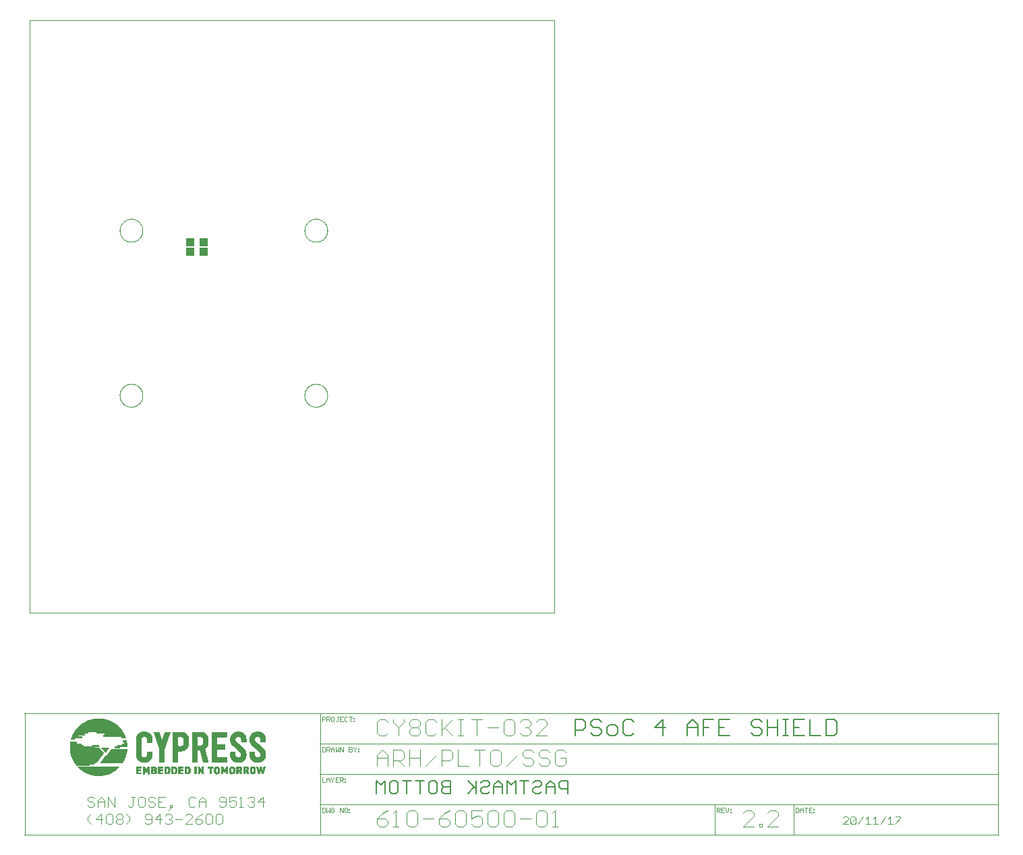
<source format=gbr>
G75*
%MOIN*%
%OFA0B0*%
%FSLAX25Y25*%
%IPPOS*%
%LPD*%
%AMOC8*
5,1,8,0,0,1.08239X$1,22.5*
%
%ADD10C,0.00000*%
%ADD11C,0.00600*%
%ADD12C,0.00098*%
%ADD13C,0.00200*%
%ADD14C,0.00300*%
%ADD15C,0.00700*%
%ADD16R,0.04331X0.03937*%
D10*
X1426731Y0728034D02*
X1426731Y1020634D01*
X1685831Y1020634D01*
X1685831Y0728034D01*
X1426731Y0728034D01*
X1471134Y0835425D02*
X1471136Y0835575D01*
X1471142Y0835725D01*
X1471152Y0835875D01*
X1471166Y0836025D01*
X1471184Y0836174D01*
X1471206Y0836323D01*
X1471231Y0836471D01*
X1471261Y0836618D01*
X1471295Y0836765D01*
X1471332Y0836910D01*
X1471373Y0837055D01*
X1471418Y0837198D01*
X1471467Y0837340D01*
X1471520Y0837481D01*
X1471576Y0837620D01*
X1471636Y0837758D01*
X1471700Y0837894D01*
X1471767Y0838029D01*
X1471838Y0838161D01*
X1471912Y0838292D01*
X1471990Y0838421D01*
X1472071Y0838547D01*
X1472156Y0838671D01*
X1472243Y0838794D01*
X1472334Y0838913D01*
X1472428Y0839030D01*
X1472525Y0839145D01*
X1472625Y0839257D01*
X1472729Y0839367D01*
X1472834Y0839473D01*
X1472943Y0839577D01*
X1473055Y0839678D01*
X1473169Y0839776D01*
X1473285Y0839871D01*
X1473404Y0839962D01*
X1473526Y0840051D01*
X1473650Y0840136D01*
X1473776Y0840218D01*
X1473904Y0840296D01*
X1474034Y0840372D01*
X1474166Y0840443D01*
X1474300Y0840511D01*
X1474436Y0840576D01*
X1474573Y0840637D01*
X1474712Y0840694D01*
X1474852Y0840748D01*
X1474994Y0840798D01*
X1475137Y0840844D01*
X1475281Y0840886D01*
X1475427Y0840924D01*
X1475573Y0840959D01*
X1475720Y0840990D01*
X1475868Y0841016D01*
X1476017Y0841039D01*
X1476166Y0841058D01*
X1476315Y0841073D01*
X1476465Y0841084D01*
X1476615Y0841091D01*
X1476765Y0841094D01*
X1476916Y0841093D01*
X1477066Y0841088D01*
X1477216Y0841079D01*
X1477366Y0841066D01*
X1477515Y0841049D01*
X1477664Y0841028D01*
X1477812Y0841003D01*
X1477960Y0840975D01*
X1478106Y0840942D01*
X1478252Y0840906D01*
X1478397Y0840865D01*
X1478541Y0840821D01*
X1478683Y0840773D01*
X1478824Y0840721D01*
X1478964Y0840666D01*
X1479102Y0840607D01*
X1479238Y0840544D01*
X1479373Y0840478D01*
X1479506Y0840408D01*
X1479637Y0840334D01*
X1479767Y0840258D01*
X1479894Y0840177D01*
X1480019Y0840094D01*
X1480141Y0840007D01*
X1480262Y0839917D01*
X1480379Y0839824D01*
X1480495Y0839727D01*
X1480607Y0839628D01*
X1480718Y0839525D01*
X1480825Y0839420D01*
X1480929Y0839312D01*
X1481031Y0839202D01*
X1481130Y0839088D01*
X1481225Y0838972D01*
X1481318Y0838854D01*
X1481407Y0838733D01*
X1481493Y0838610D01*
X1481576Y0838484D01*
X1481655Y0838357D01*
X1481731Y0838227D01*
X1481804Y0838095D01*
X1481873Y0837962D01*
X1481938Y0837826D01*
X1482000Y0837690D01*
X1482058Y0837551D01*
X1482113Y0837411D01*
X1482164Y0837269D01*
X1482211Y0837127D01*
X1482254Y0836983D01*
X1482293Y0836838D01*
X1482329Y0836692D01*
X1482360Y0836545D01*
X1482388Y0836397D01*
X1482412Y0836249D01*
X1482432Y0836100D01*
X1482448Y0835950D01*
X1482460Y0835800D01*
X1482468Y0835650D01*
X1482472Y0835500D01*
X1482472Y0835350D01*
X1482468Y0835200D01*
X1482460Y0835050D01*
X1482448Y0834900D01*
X1482432Y0834750D01*
X1482412Y0834601D01*
X1482388Y0834453D01*
X1482360Y0834305D01*
X1482329Y0834158D01*
X1482293Y0834012D01*
X1482254Y0833867D01*
X1482211Y0833723D01*
X1482164Y0833581D01*
X1482113Y0833439D01*
X1482058Y0833299D01*
X1482000Y0833160D01*
X1481938Y0833024D01*
X1481873Y0832888D01*
X1481804Y0832755D01*
X1481731Y0832623D01*
X1481655Y0832493D01*
X1481576Y0832366D01*
X1481493Y0832240D01*
X1481407Y0832117D01*
X1481318Y0831996D01*
X1481225Y0831878D01*
X1481130Y0831762D01*
X1481031Y0831648D01*
X1480929Y0831538D01*
X1480825Y0831430D01*
X1480718Y0831325D01*
X1480607Y0831222D01*
X1480495Y0831123D01*
X1480379Y0831026D01*
X1480262Y0830933D01*
X1480141Y0830843D01*
X1480019Y0830756D01*
X1479894Y0830673D01*
X1479767Y0830592D01*
X1479638Y0830516D01*
X1479506Y0830442D01*
X1479373Y0830372D01*
X1479238Y0830306D01*
X1479102Y0830243D01*
X1478964Y0830184D01*
X1478824Y0830129D01*
X1478683Y0830077D01*
X1478541Y0830029D01*
X1478397Y0829985D01*
X1478252Y0829944D01*
X1478106Y0829908D01*
X1477960Y0829875D01*
X1477812Y0829847D01*
X1477664Y0829822D01*
X1477515Y0829801D01*
X1477366Y0829784D01*
X1477216Y0829771D01*
X1477066Y0829762D01*
X1476916Y0829757D01*
X1476765Y0829756D01*
X1476615Y0829759D01*
X1476465Y0829766D01*
X1476315Y0829777D01*
X1476166Y0829792D01*
X1476017Y0829811D01*
X1475868Y0829834D01*
X1475720Y0829860D01*
X1475573Y0829891D01*
X1475427Y0829926D01*
X1475281Y0829964D01*
X1475137Y0830006D01*
X1474994Y0830052D01*
X1474852Y0830102D01*
X1474712Y0830156D01*
X1474573Y0830213D01*
X1474436Y0830274D01*
X1474300Y0830339D01*
X1474166Y0830407D01*
X1474034Y0830478D01*
X1473904Y0830554D01*
X1473776Y0830632D01*
X1473650Y0830714D01*
X1473526Y0830799D01*
X1473404Y0830888D01*
X1473285Y0830979D01*
X1473169Y0831074D01*
X1473055Y0831172D01*
X1472943Y0831273D01*
X1472834Y0831377D01*
X1472729Y0831483D01*
X1472625Y0831593D01*
X1472525Y0831705D01*
X1472428Y0831820D01*
X1472334Y0831937D01*
X1472243Y0832056D01*
X1472156Y0832179D01*
X1472071Y0832303D01*
X1471990Y0832429D01*
X1471912Y0832558D01*
X1471838Y0832689D01*
X1471767Y0832821D01*
X1471700Y0832956D01*
X1471636Y0833092D01*
X1471576Y0833230D01*
X1471520Y0833369D01*
X1471467Y0833510D01*
X1471418Y0833652D01*
X1471373Y0833795D01*
X1471332Y0833940D01*
X1471295Y0834085D01*
X1471261Y0834232D01*
X1471231Y0834379D01*
X1471206Y0834527D01*
X1471184Y0834676D01*
X1471166Y0834825D01*
X1471152Y0834975D01*
X1471142Y0835125D01*
X1471136Y0835275D01*
X1471134Y0835425D01*
X1562473Y0835425D02*
X1562475Y0835575D01*
X1562481Y0835725D01*
X1562491Y0835875D01*
X1562505Y0836025D01*
X1562523Y0836174D01*
X1562545Y0836323D01*
X1562570Y0836471D01*
X1562600Y0836618D01*
X1562634Y0836765D01*
X1562671Y0836910D01*
X1562712Y0837055D01*
X1562757Y0837198D01*
X1562806Y0837340D01*
X1562859Y0837481D01*
X1562915Y0837620D01*
X1562975Y0837758D01*
X1563039Y0837894D01*
X1563106Y0838029D01*
X1563177Y0838161D01*
X1563251Y0838292D01*
X1563329Y0838421D01*
X1563410Y0838547D01*
X1563495Y0838671D01*
X1563582Y0838794D01*
X1563673Y0838913D01*
X1563767Y0839030D01*
X1563864Y0839145D01*
X1563964Y0839257D01*
X1564068Y0839367D01*
X1564173Y0839473D01*
X1564282Y0839577D01*
X1564394Y0839678D01*
X1564508Y0839776D01*
X1564624Y0839871D01*
X1564743Y0839962D01*
X1564865Y0840051D01*
X1564989Y0840136D01*
X1565115Y0840218D01*
X1565243Y0840296D01*
X1565373Y0840372D01*
X1565505Y0840443D01*
X1565639Y0840511D01*
X1565775Y0840576D01*
X1565912Y0840637D01*
X1566051Y0840694D01*
X1566191Y0840748D01*
X1566333Y0840798D01*
X1566476Y0840844D01*
X1566620Y0840886D01*
X1566766Y0840924D01*
X1566912Y0840959D01*
X1567059Y0840990D01*
X1567207Y0841016D01*
X1567356Y0841039D01*
X1567505Y0841058D01*
X1567654Y0841073D01*
X1567804Y0841084D01*
X1567954Y0841091D01*
X1568104Y0841094D01*
X1568255Y0841093D01*
X1568405Y0841088D01*
X1568555Y0841079D01*
X1568705Y0841066D01*
X1568854Y0841049D01*
X1569003Y0841028D01*
X1569151Y0841003D01*
X1569299Y0840975D01*
X1569445Y0840942D01*
X1569591Y0840906D01*
X1569736Y0840865D01*
X1569880Y0840821D01*
X1570022Y0840773D01*
X1570163Y0840721D01*
X1570303Y0840666D01*
X1570441Y0840607D01*
X1570577Y0840544D01*
X1570712Y0840478D01*
X1570845Y0840408D01*
X1570976Y0840334D01*
X1571106Y0840258D01*
X1571233Y0840177D01*
X1571358Y0840094D01*
X1571480Y0840007D01*
X1571601Y0839917D01*
X1571718Y0839824D01*
X1571834Y0839727D01*
X1571946Y0839628D01*
X1572057Y0839525D01*
X1572164Y0839420D01*
X1572268Y0839312D01*
X1572370Y0839202D01*
X1572469Y0839088D01*
X1572564Y0838972D01*
X1572657Y0838854D01*
X1572746Y0838733D01*
X1572832Y0838610D01*
X1572915Y0838484D01*
X1572994Y0838357D01*
X1573070Y0838227D01*
X1573143Y0838095D01*
X1573212Y0837962D01*
X1573277Y0837826D01*
X1573339Y0837690D01*
X1573397Y0837551D01*
X1573452Y0837411D01*
X1573503Y0837269D01*
X1573550Y0837127D01*
X1573593Y0836983D01*
X1573632Y0836838D01*
X1573668Y0836692D01*
X1573699Y0836545D01*
X1573727Y0836397D01*
X1573751Y0836249D01*
X1573771Y0836100D01*
X1573787Y0835950D01*
X1573799Y0835800D01*
X1573807Y0835650D01*
X1573811Y0835500D01*
X1573811Y0835350D01*
X1573807Y0835200D01*
X1573799Y0835050D01*
X1573787Y0834900D01*
X1573771Y0834750D01*
X1573751Y0834601D01*
X1573727Y0834453D01*
X1573699Y0834305D01*
X1573668Y0834158D01*
X1573632Y0834012D01*
X1573593Y0833867D01*
X1573550Y0833723D01*
X1573503Y0833581D01*
X1573452Y0833439D01*
X1573397Y0833299D01*
X1573339Y0833160D01*
X1573277Y0833024D01*
X1573212Y0832888D01*
X1573143Y0832755D01*
X1573070Y0832623D01*
X1572994Y0832493D01*
X1572915Y0832366D01*
X1572832Y0832240D01*
X1572746Y0832117D01*
X1572657Y0831996D01*
X1572564Y0831878D01*
X1572469Y0831762D01*
X1572370Y0831648D01*
X1572268Y0831538D01*
X1572164Y0831430D01*
X1572057Y0831325D01*
X1571946Y0831222D01*
X1571834Y0831123D01*
X1571718Y0831026D01*
X1571601Y0830933D01*
X1571480Y0830843D01*
X1571358Y0830756D01*
X1571233Y0830673D01*
X1571106Y0830592D01*
X1570977Y0830516D01*
X1570845Y0830442D01*
X1570712Y0830372D01*
X1570577Y0830306D01*
X1570441Y0830243D01*
X1570303Y0830184D01*
X1570163Y0830129D01*
X1570022Y0830077D01*
X1569880Y0830029D01*
X1569736Y0829985D01*
X1569591Y0829944D01*
X1569445Y0829908D01*
X1569299Y0829875D01*
X1569151Y0829847D01*
X1569003Y0829822D01*
X1568854Y0829801D01*
X1568705Y0829784D01*
X1568555Y0829771D01*
X1568405Y0829762D01*
X1568255Y0829757D01*
X1568104Y0829756D01*
X1567954Y0829759D01*
X1567804Y0829766D01*
X1567654Y0829777D01*
X1567505Y0829792D01*
X1567356Y0829811D01*
X1567207Y0829834D01*
X1567059Y0829860D01*
X1566912Y0829891D01*
X1566766Y0829926D01*
X1566620Y0829964D01*
X1566476Y0830006D01*
X1566333Y0830052D01*
X1566191Y0830102D01*
X1566051Y0830156D01*
X1565912Y0830213D01*
X1565775Y0830274D01*
X1565639Y0830339D01*
X1565505Y0830407D01*
X1565373Y0830478D01*
X1565243Y0830554D01*
X1565115Y0830632D01*
X1564989Y0830714D01*
X1564865Y0830799D01*
X1564743Y0830888D01*
X1564624Y0830979D01*
X1564508Y0831074D01*
X1564394Y0831172D01*
X1564282Y0831273D01*
X1564173Y0831377D01*
X1564068Y0831483D01*
X1563964Y0831593D01*
X1563864Y0831705D01*
X1563767Y0831820D01*
X1563673Y0831937D01*
X1563582Y0832056D01*
X1563495Y0832179D01*
X1563410Y0832303D01*
X1563329Y0832429D01*
X1563251Y0832558D01*
X1563177Y0832689D01*
X1563106Y0832821D01*
X1563039Y0832956D01*
X1562975Y0833092D01*
X1562915Y0833230D01*
X1562859Y0833369D01*
X1562806Y0833510D01*
X1562757Y0833652D01*
X1562712Y0833795D01*
X1562671Y0833940D01*
X1562634Y0834085D01*
X1562600Y0834232D01*
X1562570Y0834379D01*
X1562545Y0834527D01*
X1562523Y0834676D01*
X1562505Y0834825D01*
X1562491Y0834975D01*
X1562481Y0835125D01*
X1562475Y0835275D01*
X1562473Y0835425D01*
X1562473Y0916921D02*
X1562475Y0917071D01*
X1562481Y0917221D01*
X1562491Y0917371D01*
X1562505Y0917521D01*
X1562523Y0917670D01*
X1562545Y0917819D01*
X1562570Y0917967D01*
X1562600Y0918114D01*
X1562634Y0918261D01*
X1562671Y0918406D01*
X1562712Y0918551D01*
X1562757Y0918694D01*
X1562806Y0918836D01*
X1562859Y0918977D01*
X1562915Y0919116D01*
X1562975Y0919254D01*
X1563039Y0919390D01*
X1563106Y0919525D01*
X1563177Y0919657D01*
X1563251Y0919788D01*
X1563329Y0919917D01*
X1563410Y0920043D01*
X1563495Y0920167D01*
X1563582Y0920290D01*
X1563673Y0920409D01*
X1563767Y0920526D01*
X1563864Y0920641D01*
X1563964Y0920753D01*
X1564068Y0920863D01*
X1564173Y0920969D01*
X1564282Y0921073D01*
X1564394Y0921174D01*
X1564508Y0921272D01*
X1564624Y0921367D01*
X1564743Y0921458D01*
X1564865Y0921547D01*
X1564989Y0921632D01*
X1565115Y0921714D01*
X1565243Y0921792D01*
X1565373Y0921868D01*
X1565505Y0921939D01*
X1565639Y0922007D01*
X1565775Y0922072D01*
X1565912Y0922133D01*
X1566051Y0922190D01*
X1566191Y0922244D01*
X1566333Y0922294D01*
X1566476Y0922340D01*
X1566620Y0922382D01*
X1566766Y0922420D01*
X1566912Y0922455D01*
X1567059Y0922486D01*
X1567207Y0922512D01*
X1567356Y0922535D01*
X1567505Y0922554D01*
X1567654Y0922569D01*
X1567804Y0922580D01*
X1567954Y0922587D01*
X1568104Y0922590D01*
X1568255Y0922589D01*
X1568405Y0922584D01*
X1568555Y0922575D01*
X1568705Y0922562D01*
X1568854Y0922545D01*
X1569003Y0922524D01*
X1569151Y0922499D01*
X1569299Y0922471D01*
X1569445Y0922438D01*
X1569591Y0922402D01*
X1569736Y0922361D01*
X1569880Y0922317D01*
X1570022Y0922269D01*
X1570163Y0922217D01*
X1570303Y0922162D01*
X1570441Y0922103D01*
X1570577Y0922040D01*
X1570712Y0921974D01*
X1570845Y0921904D01*
X1570976Y0921830D01*
X1571106Y0921754D01*
X1571233Y0921673D01*
X1571358Y0921590D01*
X1571480Y0921503D01*
X1571601Y0921413D01*
X1571718Y0921320D01*
X1571834Y0921223D01*
X1571946Y0921124D01*
X1572057Y0921021D01*
X1572164Y0920916D01*
X1572268Y0920808D01*
X1572370Y0920698D01*
X1572469Y0920584D01*
X1572564Y0920468D01*
X1572657Y0920350D01*
X1572746Y0920229D01*
X1572832Y0920106D01*
X1572915Y0919980D01*
X1572994Y0919853D01*
X1573070Y0919723D01*
X1573143Y0919591D01*
X1573212Y0919458D01*
X1573277Y0919322D01*
X1573339Y0919186D01*
X1573397Y0919047D01*
X1573452Y0918907D01*
X1573503Y0918765D01*
X1573550Y0918623D01*
X1573593Y0918479D01*
X1573632Y0918334D01*
X1573668Y0918188D01*
X1573699Y0918041D01*
X1573727Y0917893D01*
X1573751Y0917745D01*
X1573771Y0917596D01*
X1573787Y0917446D01*
X1573799Y0917296D01*
X1573807Y0917146D01*
X1573811Y0916996D01*
X1573811Y0916846D01*
X1573807Y0916696D01*
X1573799Y0916546D01*
X1573787Y0916396D01*
X1573771Y0916246D01*
X1573751Y0916097D01*
X1573727Y0915949D01*
X1573699Y0915801D01*
X1573668Y0915654D01*
X1573632Y0915508D01*
X1573593Y0915363D01*
X1573550Y0915219D01*
X1573503Y0915077D01*
X1573452Y0914935D01*
X1573397Y0914795D01*
X1573339Y0914656D01*
X1573277Y0914520D01*
X1573212Y0914384D01*
X1573143Y0914251D01*
X1573070Y0914119D01*
X1572994Y0913989D01*
X1572915Y0913862D01*
X1572832Y0913736D01*
X1572746Y0913613D01*
X1572657Y0913492D01*
X1572564Y0913374D01*
X1572469Y0913258D01*
X1572370Y0913144D01*
X1572268Y0913034D01*
X1572164Y0912926D01*
X1572057Y0912821D01*
X1571946Y0912718D01*
X1571834Y0912619D01*
X1571718Y0912522D01*
X1571601Y0912429D01*
X1571480Y0912339D01*
X1571358Y0912252D01*
X1571233Y0912169D01*
X1571106Y0912088D01*
X1570977Y0912012D01*
X1570845Y0911938D01*
X1570712Y0911868D01*
X1570577Y0911802D01*
X1570441Y0911739D01*
X1570303Y0911680D01*
X1570163Y0911625D01*
X1570022Y0911573D01*
X1569880Y0911525D01*
X1569736Y0911481D01*
X1569591Y0911440D01*
X1569445Y0911404D01*
X1569299Y0911371D01*
X1569151Y0911343D01*
X1569003Y0911318D01*
X1568854Y0911297D01*
X1568705Y0911280D01*
X1568555Y0911267D01*
X1568405Y0911258D01*
X1568255Y0911253D01*
X1568104Y0911252D01*
X1567954Y0911255D01*
X1567804Y0911262D01*
X1567654Y0911273D01*
X1567505Y0911288D01*
X1567356Y0911307D01*
X1567207Y0911330D01*
X1567059Y0911356D01*
X1566912Y0911387D01*
X1566766Y0911422D01*
X1566620Y0911460D01*
X1566476Y0911502D01*
X1566333Y0911548D01*
X1566191Y0911598D01*
X1566051Y0911652D01*
X1565912Y0911709D01*
X1565775Y0911770D01*
X1565639Y0911835D01*
X1565505Y0911903D01*
X1565373Y0911974D01*
X1565243Y0912050D01*
X1565115Y0912128D01*
X1564989Y0912210D01*
X1564865Y0912295D01*
X1564743Y0912384D01*
X1564624Y0912475D01*
X1564508Y0912570D01*
X1564394Y0912668D01*
X1564282Y0912769D01*
X1564173Y0912873D01*
X1564068Y0912979D01*
X1563964Y0913089D01*
X1563864Y0913201D01*
X1563767Y0913316D01*
X1563673Y0913433D01*
X1563582Y0913552D01*
X1563495Y0913675D01*
X1563410Y0913799D01*
X1563329Y0913925D01*
X1563251Y0914054D01*
X1563177Y0914185D01*
X1563106Y0914317D01*
X1563039Y0914452D01*
X1562975Y0914588D01*
X1562915Y0914726D01*
X1562859Y0914865D01*
X1562806Y0915006D01*
X1562757Y0915148D01*
X1562712Y0915291D01*
X1562671Y0915436D01*
X1562634Y0915581D01*
X1562600Y0915728D01*
X1562570Y0915875D01*
X1562545Y0916023D01*
X1562523Y0916172D01*
X1562505Y0916321D01*
X1562491Y0916471D01*
X1562481Y0916621D01*
X1562475Y0916771D01*
X1562473Y0916921D01*
X1471134Y0916921D02*
X1471136Y0917071D01*
X1471142Y0917221D01*
X1471152Y0917371D01*
X1471166Y0917521D01*
X1471184Y0917670D01*
X1471206Y0917819D01*
X1471231Y0917967D01*
X1471261Y0918114D01*
X1471295Y0918261D01*
X1471332Y0918406D01*
X1471373Y0918551D01*
X1471418Y0918694D01*
X1471467Y0918836D01*
X1471520Y0918977D01*
X1471576Y0919116D01*
X1471636Y0919254D01*
X1471700Y0919390D01*
X1471767Y0919525D01*
X1471838Y0919657D01*
X1471912Y0919788D01*
X1471990Y0919917D01*
X1472071Y0920043D01*
X1472156Y0920167D01*
X1472243Y0920290D01*
X1472334Y0920409D01*
X1472428Y0920526D01*
X1472525Y0920641D01*
X1472625Y0920753D01*
X1472729Y0920863D01*
X1472834Y0920969D01*
X1472943Y0921073D01*
X1473055Y0921174D01*
X1473169Y0921272D01*
X1473285Y0921367D01*
X1473404Y0921458D01*
X1473526Y0921547D01*
X1473650Y0921632D01*
X1473776Y0921714D01*
X1473904Y0921792D01*
X1474034Y0921868D01*
X1474166Y0921939D01*
X1474300Y0922007D01*
X1474436Y0922072D01*
X1474573Y0922133D01*
X1474712Y0922190D01*
X1474852Y0922244D01*
X1474994Y0922294D01*
X1475137Y0922340D01*
X1475281Y0922382D01*
X1475427Y0922420D01*
X1475573Y0922455D01*
X1475720Y0922486D01*
X1475868Y0922512D01*
X1476017Y0922535D01*
X1476166Y0922554D01*
X1476315Y0922569D01*
X1476465Y0922580D01*
X1476615Y0922587D01*
X1476765Y0922590D01*
X1476916Y0922589D01*
X1477066Y0922584D01*
X1477216Y0922575D01*
X1477366Y0922562D01*
X1477515Y0922545D01*
X1477664Y0922524D01*
X1477812Y0922499D01*
X1477960Y0922471D01*
X1478106Y0922438D01*
X1478252Y0922402D01*
X1478397Y0922361D01*
X1478541Y0922317D01*
X1478683Y0922269D01*
X1478824Y0922217D01*
X1478964Y0922162D01*
X1479102Y0922103D01*
X1479238Y0922040D01*
X1479373Y0921974D01*
X1479506Y0921904D01*
X1479637Y0921830D01*
X1479767Y0921754D01*
X1479894Y0921673D01*
X1480019Y0921590D01*
X1480141Y0921503D01*
X1480262Y0921413D01*
X1480379Y0921320D01*
X1480495Y0921223D01*
X1480607Y0921124D01*
X1480718Y0921021D01*
X1480825Y0920916D01*
X1480929Y0920808D01*
X1481031Y0920698D01*
X1481130Y0920584D01*
X1481225Y0920468D01*
X1481318Y0920350D01*
X1481407Y0920229D01*
X1481493Y0920106D01*
X1481576Y0919980D01*
X1481655Y0919853D01*
X1481731Y0919723D01*
X1481804Y0919591D01*
X1481873Y0919458D01*
X1481938Y0919322D01*
X1482000Y0919186D01*
X1482058Y0919047D01*
X1482113Y0918907D01*
X1482164Y0918765D01*
X1482211Y0918623D01*
X1482254Y0918479D01*
X1482293Y0918334D01*
X1482329Y0918188D01*
X1482360Y0918041D01*
X1482388Y0917893D01*
X1482412Y0917745D01*
X1482432Y0917596D01*
X1482448Y0917446D01*
X1482460Y0917296D01*
X1482468Y0917146D01*
X1482472Y0916996D01*
X1482472Y0916846D01*
X1482468Y0916696D01*
X1482460Y0916546D01*
X1482448Y0916396D01*
X1482432Y0916246D01*
X1482412Y0916097D01*
X1482388Y0915949D01*
X1482360Y0915801D01*
X1482329Y0915654D01*
X1482293Y0915508D01*
X1482254Y0915363D01*
X1482211Y0915219D01*
X1482164Y0915077D01*
X1482113Y0914935D01*
X1482058Y0914795D01*
X1482000Y0914656D01*
X1481938Y0914520D01*
X1481873Y0914384D01*
X1481804Y0914251D01*
X1481731Y0914119D01*
X1481655Y0913989D01*
X1481576Y0913862D01*
X1481493Y0913736D01*
X1481407Y0913613D01*
X1481318Y0913492D01*
X1481225Y0913374D01*
X1481130Y0913258D01*
X1481031Y0913144D01*
X1480929Y0913034D01*
X1480825Y0912926D01*
X1480718Y0912821D01*
X1480607Y0912718D01*
X1480495Y0912619D01*
X1480379Y0912522D01*
X1480262Y0912429D01*
X1480141Y0912339D01*
X1480019Y0912252D01*
X1479894Y0912169D01*
X1479767Y0912088D01*
X1479638Y0912012D01*
X1479506Y0911938D01*
X1479373Y0911868D01*
X1479238Y0911802D01*
X1479102Y0911739D01*
X1478964Y0911680D01*
X1478824Y0911625D01*
X1478683Y0911573D01*
X1478541Y0911525D01*
X1478397Y0911481D01*
X1478252Y0911440D01*
X1478106Y0911404D01*
X1477960Y0911371D01*
X1477812Y0911343D01*
X1477664Y0911318D01*
X1477515Y0911297D01*
X1477366Y0911280D01*
X1477216Y0911267D01*
X1477066Y0911258D01*
X1476916Y0911253D01*
X1476765Y0911252D01*
X1476615Y0911255D01*
X1476465Y0911262D01*
X1476315Y0911273D01*
X1476166Y0911288D01*
X1476017Y0911307D01*
X1475868Y0911330D01*
X1475720Y0911356D01*
X1475573Y0911387D01*
X1475427Y0911422D01*
X1475281Y0911460D01*
X1475137Y0911502D01*
X1474994Y0911548D01*
X1474852Y0911598D01*
X1474712Y0911652D01*
X1474573Y0911709D01*
X1474436Y0911770D01*
X1474300Y0911835D01*
X1474166Y0911903D01*
X1474034Y0911974D01*
X1473904Y0912050D01*
X1473776Y0912128D01*
X1473650Y0912210D01*
X1473526Y0912295D01*
X1473404Y0912384D01*
X1473285Y0912475D01*
X1473169Y0912570D01*
X1473055Y0912668D01*
X1472943Y0912769D01*
X1472834Y0912873D01*
X1472729Y0912979D01*
X1472625Y0913089D01*
X1472525Y0913201D01*
X1472428Y0913316D01*
X1472334Y0913433D01*
X1472243Y0913552D01*
X1472156Y0913675D01*
X1472071Y0913799D01*
X1471990Y0913925D01*
X1471912Y0914054D01*
X1471838Y0914185D01*
X1471767Y0914317D01*
X1471700Y0914452D01*
X1471636Y0914588D01*
X1471576Y0914726D01*
X1471520Y0914865D01*
X1471467Y0915006D01*
X1471418Y0915148D01*
X1471373Y0915291D01*
X1471332Y0915436D01*
X1471295Y0915581D01*
X1471261Y0915728D01*
X1471231Y0915875D01*
X1471206Y0916023D01*
X1471184Y0916172D01*
X1471166Y0916321D01*
X1471152Y0916471D01*
X1471142Y0916621D01*
X1471136Y0916771D01*
X1471134Y0916921D01*
D11*
X1598084Y0645229D02*
X1598084Y0638824D01*
X1602354Y0638824D02*
X1602354Y0645229D01*
X1600219Y0643094D01*
X1598084Y0645229D01*
X1604529Y0644162D02*
X1605597Y0645229D01*
X1607732Y0645229D01*
X1608799Y0644162D01*
X1608799Y0639891D01*
X1607732Y0638824D01*
X1605597Y0638824D01*
X1604529Y0639891D01*
X1604529Y0644162D01*
X1610975Y0645229D02*
X1615245Y0645229D01*
X1613110Y0645229D02*
X1613110Y0638824D01*
X1619555Y0638824D02*
X1619555Y0645229D01*
X1621690Y0645229D02*
X1617420Y0645229D01*
X1623866Y0644162D02*
X1624933Y0645229D01*
X1627068Y0645229D01*
X1628136Y0644162D01*
X1628136Y0639891D01*
X1627068Y0638824D01*
X1624933Y0638824D01*
X1623866Y0639891D01*
X1623866Y0644162D01*
X1630311Y0644162D02*
X1630311Y0643094D01*
X1631379Y0642026D01*
X1634581Y0642026D01*
X1634581Y0638824D02*
X1631379Y0638824D01*
X1630311Y0639891D01*
X1630311Y0640959D01*
X1631379Y0642026D01*
X1630311Y0644162D02*
X1631379Y0645229D01*
X1634581Y0645229D01*
X1634581Y0638824D01*
X1643202Y0638824D02*
X1646405Y0642026D01*
X1647472Y0640959D02*
X1643202Y0645229D01*
X1647472Y0645229D02*
X1647472Y0638824D01*
X1649648Y0639891D02*
X1650715Y0638824D01*
X1652850Y0638824D01*
X1653918Y0639891D01*
X1652850Y0642026D02*
X1650715Y0642026D01*
X1649648Y0640959D01*
X1649648Y0639891D01*
X1652850Y0642026D02*
X1653918Y0643094D01*
X1653918Y0644162D01*
X1652850Y0645229D01*
X1650715Y0645229D01*
X1649648Y0644162D01*
X1656093Y0643094D02*
X1656093Y0638824D01*
X1656093Y0642026D02*
X1660363Y0642026D01*
X1660363Y0643094D02*
X1658228Y0645229D01*
X1656093Y0643094D01*
X1660363Y0643094D02*
X1660363Y0638824D01*
X1662539Y0638824D02*
X1662539Y0645229D01*
X1664674Y0643094D01*
X1666809Y0645229D01*
X1666809Y0638824D01*
X1671119Y0638824D02*
X1671119Y0645229D01*
X1673254Y0645229D02*
X1668984Y0645229D01*
X1675430Y0644162D02*
X1676497Y0645229D01*
X1678632Y0645229D01*
X1679700Y0644162D01*
X1679700Y0643094D01*
X1678632Y0642026D01*
X1676497Y0642026D01*
X1675430Y0640959D01*
X1675430Y0639891D01*
X1676497Y0638824D01*
X1678632Y0638824D01*
X1679700Y0639891D01*
X1681875Y0638824D02*
X1681875Y0643094D01*
X1684010Y0645229D01*
X1686145Y0643094D01*
X1686145Y0638824D01*
X1686145Y0642026D02*
X1681875Y0642026D01*
X1688321Y0642026D02*
X1689388Y0640959D01*
X1692591Y0640959D01*
X1692591Y0638824D02*
X1692591Y0645229D01*
X1689388Y0645229D01*
X1688321Y0644162D01*
X1688321Y0642026D01*
D12*
X1424242Y0618510D02*
X1424067Y0618510D01*
X1424242Y0618510D02*
X1424242Y0678510D01*
X1424067Y0678510D01*
X1424242Y0678510D02*
X1570242Y0678510D01*
X1570242Y0618510D01*
X1765242Y0618510D01*
X1765242Y0633510D01*
X1804242Y0633510D01*
X1804242Y0618510D01*
X1905403Y0618510D01*
X1905578Y0618510D01*
X1905403Y0618510D02*
X1905403Y0678510D01*
X1905578Y0678510D01*
X1905403Y0678510D02*
X1570242Y0678510D01*
X1571242Y0676710D02*
X1572341Y0676710D01*
X1572708Y0676343D01*
X1572708Y0675610D01*
X1572341Y0675243D01*
X1571242Y0675243D01*
X1571242Y0676710D01*
X1571242Y0675243D02*
X1571242Y0674510D01*
X1573441Y0674510D02*
X1573441Y0675243D01*
X1574174Y0675243D01*
X1574907Y0674510D01*
X1574541Y0675243D02*
X1574174Y0675243D01*
X1574541Y0675243D02*
X1574907Y0675610D01*
X1574907Y0676343D01*
X1574541Y0676710D01*
X1573441Y0676710D01*
X1573441Y0675243D01*
X1575640Y0674877D02*
X1576007Y0674510D01*
X1576740Y0674510D01*
X1577107Y0674877D01*
X1577107Y0676343D01*
X1576740Y0676710D01*
X1576007Y0676710D01*
X1575640Y0676343D01*
X1575640Y0674877D01*
X1577840Y0674877D02*
X1578206Y0674510D01*
X1578573Y0674510D01*
X1578939Y0674877D01*
X1578939Y0676710D01*
X1578573Y0676710D01*
X1578939Y0676710D02*
X1579306Y0676710D01*
X1580039Y0676710D02*
X1580039Y0675610D01*
X1580772Y0675610D01*
X1580039Y0675610D02*
X1580039Y0674510D01*
X1581505Y0674510D01*
X1582238Y0674877D02*
X1582605Y0674510D01*
X1583338Y0674510D01*
X1583704Y0674877D01*
X1582238Y0674877D02*
X1582238Y0676343D01*
X1582605Y0676710D01*
X1583338Y0676710D01*
X1583704Y0676343D01*
X1584438Y0676710D02*
X1585171Y0676710D01*
X1585171Y0674510D01*
X1586637Y0674510D02*
X1586637Y0674877D01*
X1587003Y0674877D01*
X1587003Y0674510D01*
X1586637Y0674510D01*
X1586637Y0675610D02*
X1586637Y0675977D01*
X1587003Y0675977D01*
X1587003Y0675610D01*
X1586637Y0675610D01*
X1585904Y0676710D02*
X1585171Y0676710D01*
X1581505Y0676710D02*
X1580039Y0676710D01*
X1580039Y0661710D02*
X1581505Y0659510D01*
X1581505Y0661710D01*
X1580039Y0661710D02*
X1580039Y0659510D01*
X1579306Y0659510D02*
X1579306Y0661710D01*
X1577840Y0661710D02*
X1577840Y0659510D01*
X1578573Y0660243D01*
X1579306Y0659510D01*
X1577107Y0659510D02*
X1577107Y0660610D01*
X1575640Y0660610D01*
X1575640Y0660977D01*
X1576374Y0661710D01*
X1577107Y0660977D01*
X1577107Y0660610D01*
X1575640Y0660610D02*
X1575640Y0659510D01*
X1574907Y0659510D02*
X1574174Y0660243D01*
X1573441Y0660243D01*
X1573441Y0661710D01*
X1574541Y0661710D01*
X1574907Y0661343D01*
X1574907Y0660610D01*
X1574541Y0660243D01*
X1574174Y0660243D01*
X1573441Y0660243D02*
X1573441Y0659510D01*
X1572708Y0659877D02*
X1572708Y0661343D01*
X1572341Y0661710D01*
X1571242Y0661710D01*
X1571242Y0659510D01*
X1572341Y0659510D01*
X1572708Y0659877D01*
X1570067Y0663510D02*
X1905417Y0663510D01*
X1905417Y0648510D02*
X1570067Y0648510D01*
X1571242Y0646710D02*
X1571242Y0644510D01*
X1572708Y0644510D01*
X1573441Y0644510D02*
X1573441Y0645610D01*
X1574907Y0645610D01*
X1574907Y0644510D01*
X1574907Y0645610D02*
X1574907Y0645977D01*
X1574174Y0646710D01*
X1573441Y0645977D01*
X1573441Y0645610D01*
X1575640Y0646343D02*
X1576374Y0645610D01*
X1576374Y0644510D01*
X1576374Y0645610D02*
X1577107Y0646343D01*
X1577107Y0646710D01*
X1577840Y0646710D02*
X1577840Y0645610D01*
X1578573Y0645610D01*
X1577840Y0645610D02*
X1577840Y0644510D01*
X1579306Y0644510D01*
X1580039Y0644510D02*
X1580039Y0645243D01*
X1580772Y0645243D01*
X1581505Y0644510D01*
X1582238Y0644510D02*
X1582238Y0644877D01*
X1582605Y0644877D01*
X1582605Y0644510D01*
X1582238Y0644510D01*
X1582238Y0645610D02*
X1582238Y0645977D01*
X1582605Y0645977D01*
X1582605Y0645610D01*
X1582238Y0645610D01*
X1581505Y0645610D02*
X1581139Y0645243D01*
X1580772Y0645243D01*
X1580039Y0645243D02*
X1580039Y0646710D01*
X1581139Y0646710D01*
X1581505Y0646343D01*
X1581505Y0645610D01*
X1579306Y0646710D02*
X1577840Y0646710D01*
X1575640Y0646710D02*
X1575640Y0646343D01*
X1570067Y0633510D02*
X1765242Y0633510D01*
X1766242Y0631710D02*
X1767341Y0631710D01*
X1767708Y0631343D01*
X1767708Y0630610D01*
X1767341Y0630243D01*
X1766975Y0630243D01*
X1767708Y0629510D01*
X1768441Y0629510D02*
X1769907Y0629510D01*
X1770640Y0630243D02*
X1771374Y0629510D01*
X1772107Y0630243D01*
X1772107Y0631710D01*
X1772840Y0630977D02*
X1772840Y0630610D01*
X1773206Y0630610D01*
X1773206Y0630977D01*
X1772840Y0630977D01*
X1772840Y0629877D02*
X1772840Y0629510D01*
X1773206Y0629510D01*
X1773206Y0629877D01*
X1772840Y0629877D01*
X1770640Y0630243D02*
X1770640Y0631710D01*
X1769907Y0631710D02*
X1768441Y0631710D01*
X1768441Y0630610D01*
X1769174Y0630610D01*
X1768441Y0630610D02*
X1768441Y0629510D01*
X1766975Y0630243D02*
X1766242Y0630243D01*
X1766242Y0631710D01*
X1766242Y0630243D02*
X1766242Y0629510D01*
X1765242Y0618510D02*
X1804242Y0618510D01*
X1796542Y0622392D02*
X1791210Y0622392D01*
X1796542Y0627724D01*
X1796542Y0629057D01*
X1795209Y0630390D01*
X1792543Y0630390D01*
X1791210Y0629057D01*
X1788572Y0623843D02*
X1788572Y0622510D01*
X1787239Y0622510D01*
X1787239Y0623843D01*
X1788572Y0623843D01*
X1784573Y0622510D02*
X1779242Y0622510D01*
X1784573Y0627842D01*
X1784573Y0629175D01*
X1783241Y0630508D01*
X1780575Y0630508D01*
X1779242Y0629175D01*
X1804242Y0633510D02*
X1905417Y0633510D01*
X1814406Y0630977D02*
X1814406Y0630610D01*
X1814039Y0630610D01*
X1814039Y0630977D01*
X1814406Y0630977D01*
X1814406Y0629877D02*
X1814406Y0629510D01*
X1814039Y0629510D01*
X1814039Y0629877D01*
X1814406Y0629877D01*
X1813306Y0629510D02*
X1811840Y0629510D01*
X1811840Y0630610D01*
X1812573Y0630610D01*
X1811840Y0630610D02*
X1811840Y0631710D01*
X1813306Y0631710D01*
X1811107Y0631710D02*
X1810374Y0631710D01*
X1810374Y0629510D01*
X1808907Y0629510D02*
X1808907Y0630610D01*
X1807441Y0630610D01*
X1807441Y0630977D01*
X1808174Y0631710D01*
X1808907Y0630977D01*
X1808907Y0630610D01*
X1809640Y0631710D02*
X1810374Y0631710D01*
X1807441Y0630610D02*
X1807441Y0629510D01*
X1806708Y0629877D02*
X1806708Y0631343D01*
X1806341Y0631710D01*
X1805242Y0631710D01*
X1805242Y0629510D01*
X1806341Y0629510D01*
X1806708Y0629877D01*
X1691545Y0653843D02*
X1691545Y0656509D01*
X1688879Y0656509D01*
X1686213Y0653843D02*
X1687546Y0652510D01*
X1690212Y0652510D01*
X1691545Y0653843D01*
X1686213Y0653843D02*
X1686213Y0659175D01*
X1687546Y0660508D01*
X1690212Y0660508D01*
X1691545Y0659175D01*
X1683548Y0659175D02*
X1682215Y0660508D01*
X1679549Y0660508D01*
X1678216Y0659175D01*
X1678216Y0657842D01*
X1679549Y0656509D01*
X1682215Y0656509D01*
X1683548Y0655176D01*
X1683548Y0653843D01*
X1682215Y0652510D01*
X1679549Y0652510D01*
X1678216Y0653843D01*
X1675550Y0653843D02*
X1674217Y0652510D01*
X1671551Y0652510D01*
X1670219Y0653843D01*
X1671551Y0656509D02*
X1674217Y0656509D01*
X1675550Y0655176D01*
X1675550Y0653843D01*
X1671551Y0656509D02*
X1670219Y0657842D01*
X1670219Y0659175D01*
X1671551Y0660508D01*
X1674217Y0660508D01*
X1675550Y0659175D01*
X1667553Y0657842D02*
X1662221Y0652510D01*
X1659555Y0653843D02*
X1659555Y0659175D01*
X1658222Y0660508D01*
X1655557Y0660508D01*
X1654224Y0659175D01*
X1654224Y0653843D01*
X1655557Y0652510D01*
X1658222Y0652510D01*
X1659555Y0653843D01*
X1651558Y0660508D02*
X1648892Y0660508D01*
X1648892Y0652510D01*
X1643561Y0652510D02*
X1638229Y0652510D01*
X1638229Y0660508D01*
X1635563Y0659175D02*
X1635563Y0656509D01*
X1634230Y0655176D01*
X1630231Y0655176D01*
X1630231Y0660508D01*
X1634230Y0660508D01*
X1635563Y0659175D01*
X1630231Y0655176D02*
X1630231Y0652510D01*
X1627566Y0657842D02*
X1622234Y0652510D01*
X1619568Y0652510D02*
X1619568Y0656509D01*
X1619568Y0660508D01*
X1619568Y0656509D02*
X1614237Y0656509D01*
X1614237Y0652510D01*
X1611571Y0652510D02*
X1608905Y0655176D01*
X1606239Y0655176D01*
X1606239Y0660508D01*
X1610238Y0660508D01*
X1611571Y0659175D01*
X1611571Y0656509D01*
X1610238Y0655176D01*
X1608905Y0655176D01*
X1606239Y0655176D02*
X1606239Y0652510D01*
X1603573Y0652510D02*
X1603573Y0656509D01*
X1598242Y0656509D01*
X1598242Y0657842D01*
X1600908Y0660508D01*
X1603573Y0657842D01*
X1603573Y0656509D01*
X1598242Y0656509D02*
X1598242Y0652510D01*
X1589203Y0659510D02*
X1588836Y0659510D01*
X1588836Y0659877D01*
X1589203Y0659877D01*
X1589203Y0659510D01*
X1589203Y0660610D02*
X1588836Y0660610D01*
X1588836Y0660977D01*
X1589203Y0660977D01*
X1589203Y0660610D01*
X1588103Y0661343D02*
X1588103Y0661710D01*
X1588103Y0661343D02*
X1587370Y0660610D01*
X1587370Y0659510D01*
X1587370Y0660610D02*
X1586637Y0661343D01*
X1586637Y0661710D01*
X1585904Y0661343D02*
X1585537Y0661710D01*
X1584438Y0661710D01*
X1584438Y0660610D01*
X1585537Y0660610D01*
X1585904Y0660977D01*
X1585904Y0661343D01*
X1585537Y0660610D02*
X1585904Y0660243D01*
X1585904Y0659877D01*
X1585537Y0659510D01*
X1584438Y0659510D01*
X1584438Y0660610D01*
X1598242Y0668843D02*
X1599575Y0667510D01*
X1602241Y0667510D01*
X1603573Y0668843D01*
X1598242Y0668843D02*
X1598242Y0674175D01*
X1599575Y0675508D01*
X1602241Y0675508D01*
X1603573Y0674175D01*
X1606239Y0674175D02*
X1608905Y0671509D01*
X1608905Y0667510D01*
X1608905Y0671509D02*
X1611571Y0674175D01*
X1611571Y0675508D01*
X1614237Y0674175D02*
X1614237Y0672842D01*
X1615570Y0671509D01*
X1618235Y0671509D01*
X1619568Y0670176D01*
X1619568Y0668843D01*
X1618235Y0667510D01*
X1615570Y0667510D01*
X1614237Y0668843D01*
X1614237Y0670176D01*
X1615570Y0671509D01*
X1618235Y0671509D02*
X1619568Y0672842D01*
X1619568Y0674175D01*
X1618235Y0675508D01*
X1615570Y0675508D01*
X1614237Y0674175D01*
X1622234Y0674175D02*
X1622234Y0668843D01*
X1623567Y0667510D01*
X1626233Y0667510D01*
X1627566Y0668843D01*
X1630231Y0667510D02*
X1630231Y0670176D01*
X1635563Y0675508D01*
X1631564Y0671509D01*
X1635563Y0667510D01*
X1638229Y0667510D02*
X1639562Y0667510D01*
X1640895Y0667510D01*
X1639562Y0667510D02*
X1639562Y0675508D01*
X1640895Y0675508D01*
X1639562Y0675508D02*
X1638229Y0675508D01*
X1644893Y0675508D02*
X1647559Y0675508D01*
X1647559Y0667510D01*
X1652891Y0671509D02*
X1658222Y0671509D01*
X1660888Y0668843D02*
X1660888Y0674175D01*
X1662221Y0675508D01*
X1664887Y0675508D01*
X1666220Y0674175D01*
X1666220Y0668843D01*
X1664887Y0667510D01*
X1662221Y0667510D01*
X1660888Y0668843D01*
X1668886Y0668843D02*
X1670219Y0667510D01*
X1672884Y0667510D01*
X1674217Y0668843D01*
X1674217Y0670176D01*
X1672884Y0671509D01*
X1671551Y0671509D01*
X1672884Y0671509D02*
X1674217Y0672842D01*
X1674217Y0674175D01*
X1672884Y0675508D01*
X1670219Y0675508D01*
X1668886Y0674175D01*
X1676883Y0674175D02*
X1678216Y0675508D01*
X1680882Y0675508D01*
X1682215Y0674175D01*
X1682215Y0672842D01*
X1676883Y0667510D01*
X1682215Y0667510D01*
X1650225Y0675508D02*
X1647559Y0675508D01*
X1646226Y0660508D02*
X1648892Y0660508D01*
X1630231Y0670176D02*
X1630231Y0675508D01*
X1627566Y0674175D02*
X1626233Y0675508D01*
X1623567Y0675508D01*
X1622234Y0674175D01*
X1614237Y0660508D02*
X1614237Y0656509D01*
X1606239Y0674175D02*
X1606239Y0675508D01*
X1607572Y0630508D02*
X1606239Y0629175D01*
X1607572Y0630508D02*
X1607572Y0622510D01*
X1608905Y0622510D01*
X1607572Y0622510D02*
X1606239Y0622510D01*
X1603573Y0623843D02*
X1602241Y0622510D01*
X1599575Y0622510D01*
X1598242Y0623843D01*
X1598242Y0626509D01*
X1602241Y0626509D01*
X1603573Y0625176D01*
X1603573Y0623843D01*
X1600908Y0629175D02*
X1598242Y0626509D01*
X1600908Y0629175D02*
X1603573Y0630508D01*
X1612904Y0629175D02*
X1612904Y0623843D01*
X1614237Y0622510D01*
X1616902Y0622510D01*
X1618235Y0623843D01*
X1618235Y0629175D01*
X1616902Y0630508D01*
X1614237Y0630508D01*
X1612904Y0629175D01*
X1620901Y0626509D02*
X1626233Y0626509D01*
X1628899Y0626509D02*
X1632897Y0626509D01*
X1634230Y0625176D01*
X1634230Y0623843D01*
X1632897Y0622510D01*
X1630231Y0622510D01*
X1628899Y0623843D01*
X1628899Y0626509D01*
X1631564Y0629175D01*
X1634230Y0630508D01*
X1636896Y0629175D02*
X1636896Y0623843D01*
X1638229Y0622510D01*
X1640895Y0622510D01*
X1642228Y0623843D01*
X1642228Y0629175D01*
X1640895Y0630508D01*
X1638229Y0630508D01*
X1636896Y0629175D01*
X1644893Y0630508D02*
X1644893Y0626509D01*
X1647559Y0627842D01*
X1648892Y0627842D01*
X1650225Y0626509D01*
X1650225Y0623843D01*
X1648892Y0622510D01*
X1646226Y0622510D01*
X1644893Y0623843D01*
X1644893Y0630508D02*
X1650225Y0630508D01*
X1652891Y0629175D02*
X1652891Y0623843D01*
X1654224Y0622510D01*
X1656890Y0622510D01*
X1658222Y0623843D01*
X1658222Y0629175D01*
X1656890Y0630508D01*
X1654224Y0630508D01*
X1652891Y0629175D01*
X1660888Y0629175D02*
X1660888Y0623843D01*
X1662221Y0622510D01*
X1664887Y0622510D01*
X1666220Y0623843D01*
X1666220Y0629175D01*
X1664887Y0630508D01*
X1662221Y0630508D01*
X1660888Y0629175D01*
X1668886Y0626509D02*
X1674217Y0626509D01*
X1676883Y0623843D02*
X1676883Y0629175D01*
X1678216Y0630508D01*
X1680882Y0630508D01*
X1682215Y0629175D01*
X1682215Y0623843D01*
X1680882Y0622510D01*
X1678216Y0622510D01*
X1676883Y0623843D01*
X1684880Y0622510D02*
X1686213Y0622510D01*
X1686213Y0630508D01*
X1684880Y0629175D01*
X1686213Y0622510D02*
X1687546Y0622510D01*
X1584804Y0629510D02*
X1584438Y0629510D01*
X1584438Y0629877D01*
X1584804Y0629877D01*
X1584804Y0629510D01*
X1584804Y0630610D02*
X1584438Y0630610D01*
X1584438Y0630977D01*
X1584804Y0630977D01*
X1584804Y0630610D01*
X1583704Y0631343D02*
X1583338Y0631710D01*
X1582605Y0631710D01*
X1582238Y0631343D01*
X1582238Y0629877D01*
X1582605Y0629510D01*
X1583338Y0629510D01*
X1583704Y0629877D01*
X1583704Y0631343D01*
X1581505Y0631710D02*
X1581505Y0629510D01*
X1580039Y0631710D01*
X1580039Y0629510D01*
X1577107Y0629877D02*
X1577107Y0630610D01*
X1576374Y0630610D01*
X1577107Y0629877D02*
X1576740Y0629510D01*
X1576007Y0629510D01*
X1575640Y0629877D01*
X1575640Y0631343D01*
X1576007Y0631710D01*
X1576740Y0631710D01*
X1577107Y0631343D01*
X1574907Y0631710D02*
X1574907Y0629510D01*
X1574174Y0630243D01*
X1573441Y0629510D01*
X1573441Y0631710D01*
X1572708Y0631343D02*
X1572341Y0631710D01*
X1571242Y0631710D01*
X1571242Y0629510D01*
X1572341Y0629510D01*
X1572708Y0629877D01*
X1572708Y0631343D01*
X1570242Y0618510D02*
X1424242Y0618510D01*
X1455198Y0625290D02*
X1455198Y0626956D01*
X1456864Y0628622D01*
X1459363Y0626123D02*
X1462695Y0626123D01*
X1464361Y0624457D02*
X1464361Y0627789D01*
X1465194Y0628622D01*
X1466861Y0628622D01*
X1467694Y0627789D01*
X1467694Y0624457D01*
X1466861Y0623624D01*
X1465194Y0623624D01*
X1464361Y0624457D01*
X1461862Y0623624D02*
X1461862Y0628622D01*
X1459363Y0626123D01*
X1456864Y0623624D02*
X1455198Y0625290D01*
X1456031Y0632124D02*
X1455198Y0632957D01*
X1456031Y0632124D02*
X1457697Y0632124D01*
X1458530Y0632957D01*
X1458530Y0633790D01*
X1457697Y0634623D01*
X1456031Y0634623D01*
X1455198Y0635456D01*
X1455198Y0636289D01*
X1456031Y0637122D01*
X1457697Y0637122D01*
X1458530Y0636289D01*
X1460196Y0635456D02*
X1461862Y0637122D01*
X1463528Y0635456D01*
X1463528Y0634623D01*
X1460196Y0634623D01*
X1460196Y0635456D01*
X1460196Y0634623D02*
X1460196Y0632124D01*
X1463528Y0632124D02*
X1463528Y0634623D01*
X1465194Y0637122D02*
X1468527Y0632124D01*
X1468527Y0637122D01*
X1465194Y0637122D02*
X1465194Y0632124D01*
X1469360Y0627789D02*
X1469360Y0626956D01*
X1470193Y0626123D01*
X1471859Y0626123D01*
X1472692Y0625290D01*
X1472692Y0624457D01*
X1471859Y0623624D01*
X1470193Y0623624D01*
X1469360Y0624457D01*
X1469360Y0625290D01*
X1470193Y0626123D01*
X1471859Y0626123D02*
X1472692Y0626956D01*
X1472692Y0627789D01*
X1471859Y0628622D01*
X1470193Y0628622D01*
X1469360Y0627789D01*
X1474358Y0628622D02*
X1476024Y0626956D01*
X1476024Y0625290D01*
X1474358Y0623624D01*
X1476024Y0632124D02*
X1475191Y0632957D01*
X1476024Y0632124D02*
X1476857Y0632124D01*
X1477690Y0632957D01*
X1477690Y0637122D01*
X1476857Y0637122D01*
X1477690Y0637122D02*
X1478523Y0637122D01*
X1480190Y0636289D02*
X1480190Y0632957D01*
X1481023Y0632124D01*
X1482689Y0632124D01*
X1483522Y0632957D01*
X1483522Y0636289D01*
X1482689Y0637122D01*
X1481023Y0637122D01*
X1480190Y0636289D01*
X1485188Y0636289D02*
X1485188Y0635456D01*
X1486021Y0634623D01*
X1487687Y0634623D01*
X1488520Y0633790D01*
X1488520Y0632957D01*
X1487687Y0632124D01*
X1486021Y0632124D01*
X1485188Y0632957D01*
X1485188Y0636289D02*
X1486021Y0637122D01*
X1487687Y0637122D01*
X1488520Y0636289D01*
X1490186Y0637122D02*
X1490186Y0634623D01*
X1491852Y0634623D01*
X1490186Y0634623D02*
X1490186Y0632124D01*
X1493519Y0632124D01*
X1495185Y0630458D02*
X1496018Y0631291D01*
X1496851Y0632124D01*
X1496018Y0632124D01*
X1496018Y0632957D01*
X1496851Y0632957D01*
X1496851Y0632124D01*
X1496018Y0628622D02*
X1496851Y0627789D01*
X1496851Y0626956D01*
X1496018Y0626123D01*
X1496851Y0625290D01*
X1496851Y0624457D01*
X1496018Y0623624D01*
X1494352Y0623624D01*
X1493519Y0624457D01*
X1495185Y0626123D02*
X1496018Y0626123D01*
X1498517Y0626123D02*
X1501849Y0626123D01*
X1503515Y0627789D02*
X1504348Y0628622D01*
X1506014Y0628622D01*
X1506848Y0627789D01*
X1506848Y0626956D01*
X1503515Y0623624D01*
X1506848Y0623624D01*
X1508514Y0624457D02*
X1509347Y0623624D01*
X1511013Y0623624D01*
X1511846Y0624457D01*
X1511846Y0625290D01*
X1511013Y0626123D01*
X1508514Y0626123D01*
X1508514Y0624457D01*
X1508514Y0626123D02*
X1510180Y0627789D01*
X1511846Y0628622D01*
X1513512Y0627789D02*
X1513512Y0624457D01*
X1514345Y0623624D01*
X1516011Y0623624D01*
X1516844Y0624457D01*
X1516844Y0627789D01*
X1516011Y0628622D01*
X1514345Y0628622D01*
X1513512Y0627789D01*
X1513512Y0632124D02*
X1513512Y0634623D01*
X1510180Y0634623D01*
X1510180Y0635456D01*
X1511846Y0637122D01*
X1513512Y0635456D01*
X1513512Y0634623D01*
X1510180Y0634623D02*
X1510180Y0632124D01*
X1508514Y0632957D02*
X1507681Y0632124D01*
X1506014Y0632124D01*
X1505181Y0632957D01*
X1505181Y0636289D01*
X1506014Y0637122D01*
X1507681Y0637122D01*
X1508514Y0636289D01*
X1520177Y0636289D02*
X1520177Y0635456D01*
X1521010Y0634623D01*
X1523509Y0634623D01*
X1523509Y0636289D01*
X1522676Y0637122D01*
X1521010Y0637122D01*
X1520177Y0636289D01*
X1520177Y0632957D02*
X1521010Y0632124D01*
X1522676Y0632124D01*
X1523509Y0632957D01*
X1523509Y0634623D01*
X1525175Y0634623D02*
X1526841Y0635456D01*
X1527674Y0635456D01*
X1528507Y0634623D01*
X1528507Y0632957D01*
X1527674Y0632124D01*
X1526008Y0632124D01*
X1525175Y0632957D01*
X1525175Y0634623D02*
X1525175Y0637122D01*
X1528507Y0637122D01*
X1530173Y0636289D02*
X1531006Y0637122D01*
X1531006Y0632124D01*
X1531839Y0632124D01*
X1531006Y0632124D02*
X1530173Y0632124D01*
X1534339Y0632957D02*
X1535172Y0632124D01*
X1536838Y0632124D01*
X1537671Y0632957D01*
X1537671Y0633790D01*
X1536838Y0634623D01*
X1536005Y0634623D01*
X1536838Y0634623D02*
X1537671Y0635456D01*
X1537671Y0636289D01*
X1536838Y0637122D01*
X1535172Y0637122D01*
X1534339Y0636289D01*
X1539337Y0634623D02*
X1542669Y0634623D01*
X1541836Y0632124D02*
X1541836Y0637122D01*
X1539337Y0634623D01*
X1539514Y0648606D02*
X1539527Y0648606D01*
X1540111Y0648606D01*
X1540123Y0648606D01*
X1540111Y0648606D02*
X1540739Y0650714D01*
X1540751Y0650714D01*
X1540739Y0650714D02*
X1540726Y0650714D01*
X1540739Y0650714D02*
X1541387Y0648606D01*
X1541374Y0648606D01*
X1541387Y0648606D02*
X1541955Y0648606D01*
X1541967Y0648606D01*
X1541955Y0648606D02*
X1542899Y0652086D01*
X1542911Y0652086D01*
X1542899Y0652086D02*
X1542191Y0652086D01*
X1542178Y0652086D01*
X1542191Y0652086D02*
X1541639Y0649882D01*
X1541651Y0649882D01*
X1541639Y0649882D02*
X1541626Y0649882D01*
X1541639Y0649882D02*
X1541007Y0652086D01*
X1541019Y0652086D01*
X1541007Y0652086D02*
X1540487Y0652086D01*
X1540474Y0652086D01*
X1540487Y0652086D02*
X1539859Y0649882D01*
X1539871Y0649882D01*
X1539859Y0649882D02*
X1539846Y0649882D01*
X1539859Y0649882D02*
X1539307Y0652086D01*
X1539319Y0652086D01*
X1539307Y0652086D02*
X1538599Y0652086D01*
X1538586Y0652086D01*
X1538599Y0652086D02*
X1539527Y0648606D01*
X1537999Y0649330D02*
X1537987Y0649330D01*
X1537974Y0649330D01*
X1537987Y0649330D02*
X1537999Y0649394D01*
X1538011Y0649394D01*
X1537999Y0649394D02*
X1537986Y0649394D01*
X1537999Y0649394D02*
X1538015Y0649438D01*
X1538027Y0649438D01*
X1538015Y0649438D02*
X1538002Y0649438D01*
X1538015Y0649438D02*
X1538031Y0649502D01*
X1538043Y0649502D01*
X1538031Y0649502D02*
X1538018Y0649502D01*
X1538031Y0649502D02*
X1538047Y0649550D01*
X1538059Y0649550D01*
X1538047Y0649550D02*
X1538034Y0649550D01*
X1538047Y0649550D02*
X1538047Y0649614D01*
X1538059Y0649614D01*
X1538047Y0649614D02*
X1538034Y0649614D01*
X1538047Y0649614D02*
X1538063Y0649678D01*
X1538075Y0649678D01*
X1538063Y0649678D02*
X1538050Y0649678D01*
X1538063Y0649678D02*
X1538063Y0649786D01*
X1538075Y0649786D01*
X1538063Y0649786D02*
X1538050Y0649786D01*
X1538063Y0649786D02*
X1538079Y0649850D01*
X1538091Y0649850D01*
X1538079Y0649850D02*
X1538066Y0649850D01*
X1538079Y0649850D02*
X1538079Y0650826D01*
X1538091Y0650826D01*
X1538079Y0650826D02*
X1538066Y0650826D01*
X1538079Y0650826D02*
X1538063Y0650890D01*
X1538075Y0650890D01*
X1538063Y0650890D02*
X1538050Y0650890D01*
X1538063Y0650890D02*
X1538063Y0651014D01*
X1538075Y0651014D01*
X1538063Y0651014D02*
X1538050Y0651014D01*
X1538063Y0651014D02*
X1538047Y0651078D01*
X1538059Y0651078D01*
X1538047Y0651078D02*
X1538034Y0651078D01*
X1538047Y0651078D02*
X1538047Y0651142D01*
X1538059Y0651142D01*
X1538047Y0651142D02*
X1538034Y0651142D01*
X1538047Y0651142D02*
X1538031Y0651190D01*
X1538043Y0651190D01*
X1538031Y0651190D02*
X1538018Y0651190D01*
X1538031Y0651190D02*
X1538015Y0651250D01*
X1538027Y0651250D01*
X1538015Y0651250D02*
X1538002Y0651250D01*
X1538015Y0651250D02*
X1537999Y0651298D01*
X1538011Y0651298D01*
X1537999Y0651298D02*
X1537986Y0651298D01*
X1537999Y0651298D02*
X1537987Y0651362D01*
X1537999Y0651362D01*
X1537987Y0651362D02*
X1537974Y0651362D01*
X1537987Y0651362D02*
X1537955Y0651410D01*
X1537967Y0651410D01*
X1537955Y0651410D02*
X1537942Y0651410D01*
X1537955Y0651410D02*
X1537939Y0651454D01*
X1537951Y0651454D01*
X1537939Y0651454D02*
X1537926Y0651454D01*
X1537939Y0651454D02*
X1537779Y0651690D01*
X1537791Y0651690D01*
X1537779Y0651690D02*
X1537766Y0651690D01*
X1537779Y0651690D02*
X1537671Y0651802D01*
X1537683Y0651802D01*
X1537671Y0651802D02*
X1537658Y0651802D01*
X1537671Y0651802D02*
X1537639Y0651818D01*
X1537651Y0651818D01*
X1537639Y0651818D02*
X1537626Y0651818D01*
X1537639Y0651818D02*
X1537575Y0651882D01*
X1537587Y0651882D01*
X1537575Y0651882D02*
X1537562Y0651882D01*
X1537575Y0651882D02*
X1537543Y0651898D01*
X1537555Y0651898D01*
X1537543Y0651898D02*
X1537530Y0651898D01*
X1537543Y0651898D02*
X1537495Y0651930D01*
X1537507Y0651930D01*
X1537495Y0651930D02*
X1537482Y0651930D01*
X1537495Y0651930D02*
X1537435Y0651958D01*
X1537447Y0651958D01*
X1537435Y0651958D02*
X1537422Y0651958D01*
X1537435Y0651958D02*
X1537403Y0651990D01*
X1537415Y0651990D01*
X1537403Y0651990D02*
X1537390Y0651990D01*
X1537403Y0651990D02*
X1537355Y0652006D01*
X1537367Y0652006D01*
X1537355Y0652006D02*
X1537342Y0652006D01*
X1537355Y0652006D02*
X1537323Y0652022D01*
X1537335Y0652022D01*
X1537323Y0652022D02*
X1537310Y0652022D01*
X1537323Y0652022D02*
X1537275Y0652038D01*
X1537287Y0652038D01*
X1537275Y0652038D02*
X1537262Y0652038D01*
X1537275Y0652038D02*
X1537243Y0652054D01*
X1537255Y0652054D01*
X1537243Y0652054D02*
X1537230Y0652054D01*
X1537243Y0652054D02*
X1537199Y0652070D01*
X1537211Y0652070D01*
X1537199Y0652070D02*
X1537167Y0652070D01*
X1537154Y0652070D01*
X1537167Y0652070D02*
X1537071Y0652102D01*
X1537083Y0652102D01*
X1537071Y0652102D02*
X1537023Y0652102D01*
X1537010Y0652102D01*
X1537023Y0652102D02*
X1536979Y0652118D01*
X1536991Y0652118D01*
X1536979Y0652118D02*
X1536599Y0652118D01*
X1536586Y0652118D01*
X1536599Y0652118D02*
X1536551Y0652102D01*
X1536563Y0652102D01*
X1536551Y0652102D02*
X1536503Y0652102D01*
X1536490Y0652102D01*
X1536503Y0652102D02*
X1536475Y0652086D01*
X1536487Y0652086D01*
X1536475Y0652086D02*
X1536462Y0652086D01*
X1536475Y0652086D02*
X1536427Y0652070D01*
X1536439Y0652070D01*
X1536427Y0652070D02*
X1536379Y0652070D01*
X1536366Y0652070D01*
X1536379Y0652070D02*
X1536347Y0652054D01*
X1536359Y0652054D01*
X1536347Y0652054D02*
X1536334Y0652054D01*
X1536347Y0652054D02*
X1536299Y0652038D01*
X1536311Y0652038D01*
X1536299Y0652038D02*
X1536286Y0652038D01*
X1536299Y0652038D02*
X1536267Y0652022D01*
X1536279Y0652022D01*
X1536267Y0652022D02*
X1536223Y0652006D01*
X1536235Y0652006D01*
X1536223Y0652006D02*
X1536210Y0652006D01*
X1536223Y0652006D02*
X1536191Y0651990D01*
X1536203Y0651990D01*
X1536191Y0651990D02*
X1536178Y0651990D01*
X1536191Y0651990D02*
X1536143Y0651958D01*
X1536155Y0651958D01*
X1536143Y0651958D02*
X1536130Y0651958D01*
X1536143Y0651958D02*
X1536079Y0651930D01*
X1536091Y0651930D01*
X1536079Y0651930D02*
X1536066Y0651930D01*
X1536079Y0651930D02*
X1536047Y0651898D01*
X1536059Y0651898D01*
X1536047Y0651898D02*
X1536034Y0651898D01*
X1536047Y0651898D02*
X1535999Y0651882D01*
X1536011Y0651882D01*
X1535999Y0651882D02*
X1535986Y0651882D01*
X1535999Y0651882D02*
X1535939Y0651818D01*
X1535951Y0651818D01*
X1535939Y0651818D02*
X1535926Y0651818D01*
X1535939Y0651818D02*
X1535907Y0651802D01*
X1535919Y0651802D01*
X1535907Y0651802D02*
X1535894Y0651802D01*
X1535907Y0651802D02*
X1535795Y0651690D01*
X1535807Y0651690D01*
X1535795Y0651690D02*
X1535782Y0651690D01*
X1535795Y0651690D02*
X1535639Y0651454D01*
X1535651Y0651454D01*
X1535639Y0651454D02*
X1535626Y0651454D01*
X1535639Y0651454D02*
X1535623Y0651410D01*
X1535635Y0651410D01*
X1535623Y0651410D02*
X1535610Y0651410D01*
X1535623Y0651410D02*
X1535591Y0651362D01*
X1535603Y0651362D01*
X1535591Y0651362D02*
X1535578Y0651362D01*
X1535591Y0651362D02*
X1535575Y0651298D01*
X1535587Y0651298D01*
X1535575Y0651298D02*
X1535562Y0651298D01*
X1535575Y0651298D02*
X1535559Y0651250D01*
X1535571Y0651250D01*
X1535559Y0651250D02*
X1535546Y0651250D01*
X1535559Y0651250D02*
X1535559Y0651190D01*
X1535571Y0651190D01*
X1535559Y0651190D02*
X1535546Y0651190D01*
X1535559Y0651190D02*
X1535543Y0651142D01*
X1535555Y0651142D01*
X1535543Y0651142D02*
X1535530Y0651142D01*
X1535543Y0651142D02*
X1535527Y0651078D01*
X1535539Y0651078D01*
X1535527Y0651078D02*
X1535514Y0651078D01*
X1535527Y0651078D02*
X1535527Y0651014D01*
X1535539Y0651014D01*
X1535527Y0651014D02*
X1535514Y0651014D01*
X1535527Y0651014D02*
X1535511Y0650950D01*
X1535523Y0650950D01*
X1535511Y0650950D02*
X1535498Y0650950D01*
X1535511Y0650950D02*
X1535511Y0650762D01*
X1535523Y0650762D01*
X1535511Y0650762D02*
X1535498Y0650762D01*
X1535511Y0650762D02*
X1535495Y0650698D01*
X1535507Y0650698D01*
X1535495Y0650698D02*
X1535482Y0650698D01*
X1535495Y0650698D02*
X1535495Y0649990D01*
X1535507Y0649990D01*
X1535495Y0649990D02*
X1535482Y0649990D01*
X1535495Y0649990D02*
X1535511Y0649930D01*
X1535523Y0649930D01*
X1535511Y0649930D02*
X1535498Y0649930D01*
X1535511Y0649930D02*
X1535511Y0649738D01*
X1535523Y0649738D01*
X1535511Y0649738D02*
X1535498Y0649738D01*
X1535511Y0649738D02*
X1535527Y0649678D01*
X1535539Y0649678D01*
X1535527Y0649678D02*
X1535514Y0649678D01*
X1535527Y0649678D02*
X1535527Y0649614D01*
X1535539Y0649614D01*
X1535527Y0649614D02*
X1535514Y0649614D01*
X1535527Y0649614D02*
X1535543Y0649550D01*
X1535555Y0649550D01*
X1535543Y0649550D02*
X1535530Y0649550D01*
X1535543Y0649550D02*
X1535559Y0649502D01*
X1535571Y0649502D01*
X1535559Y0649502D02*
X1535546Y0649502D01*
X1535559Y0649502D02*
X1535559Y0649438D01*
X1535571Y0649438D01*
X1535559Y0649438D02*
X1535546Y0649438D01*
X1535559Y0649438D02*
X1535575Y0649394D01*
X1535587Y0649394D01*
X1535575Y0649394D02*
X1535562Y0649394D01*
X1535575Y0649394D02*
X1535591Y0649330D01*
X1535603Y0649330D01*
X1535591Y0649330D02*
X1535578Y0649330D01*
X1535591Y0649330D02*
X1535623Y0649282D01*
X1535635Y0649282D01*
X1535623Y0649282D02*
X1535610Y0649282D01*
X1535623Y0649282D02*
X1535639Y0649234D01*
X1535651Y0649234D01*
X1535639Y0649234D02*
X1535626Y0649234D01*
X1535639Y0649234D02*
X1535795Y0648998D01*
X1535807Y0648998D01*
X1535795Y0648998D02*
X1535782Y0648998D01*
X1535795Y0648998D02*
X1535939Y0648858D01*
X1535951Y0648858D01*
X1535939Y0648858D02*
X1535926Y0648858D01*
X1535939Y0648858D02*
X1535971Y0648842D01*
X1535983Y0648842D01*
X1535971Y0648842D02*
X1535958Y0648842D01*
X1535971Y0648842D02*
X1535999Y0648810D01*
X1536011Y0648810D01*
X1535999Y0648810D02*
X1535986Y0648810D01*
X1535999Y0648810D02*
X1536047Y0648794D01*
X1536059Y0648794D01*
X1536047Y0648794D02*
X1536034Y0648794D01*
X1536047Y0648794D02*
X1536079Y0648762D01*
X1536091Y0648762D01*
X1536079Y0648762D02*
X1536066Y0648762D01*
X1536079Y0648762D02*
X1536111Y0648746D01*
X1536123Y0648746D01*
X1536111Y0648746D02*
X1536098Y0648746D01*
X1536111Y0648746D02*
X1536143Y0648714D01*
X1536155Y0648714D01*
X1536143Y0648714D02*
X1536130Y0648714D01*
X1536143Y0648714D02*
X1536191Y0648698D01*
X1536203Y0648698D01*
X1536191Y0648698D02*
X1536178Y0648698D01*
X1536191Y0648698D02*
X1536223Y0648686D01*
X1536235Y0648686D01*
X1536223Y0648686D02*
X1536210Y0648686D01*
X1536223Y0648686D02*
X1536267Y0648670D01*
X1536279Y0648670D01*
X1536267Y0648670D02*
X1536299Y0648654D01*
X1536311Y0648654D01*
X1536299Y0648654D02*
X1536286Y0648654D01*
X1536299Y0648654D02*
X1536347Y0648638D01*
X1536359Y0648638D01*
X1536347Y0648638D02*
X1536334Y0648638D01*
X1536347Y0648638D02*
X1536379Y0648622D01*
X1536391Y0648622D01*
X1536379Y0648622D02*
X1536366Y0648622D01*
X1536379Y0648622D02*
X1536427Y0648606D01*
X1536414Y0648606D01*
X1536427Y0648606D02*
X1536475Y0648606D01*
X1536487Y0648606D01*
X1536475Y0648606D02*
X1536503Y0648590D01*
X1536490Y0648590D01*
X1536503Y0648590D02*
X1536551Y0648590D01*
X1536563Y0648590D01*
X1536551Y0648590D02*
X1536599Y0648574D01*
X1536586Y0648574D01*
X1536599Y0648574D02*
X1536979Y0648574D01*
X1536991Y0648574D01*
X1536979Y0648574D02*
X1537023Y0648590D01*
X1537010Y0648590D01*
X1537023Y0648590D02*
X1537071Y0648590D01*
X1537083Y0648590D01*
X1537071Y0648590D02*
X1537119Y0648606D01*
X1537106Y0648606D01*
X1537119Y0648606D02*
X1537167Y0648606D01*
X1537179Y0648606D01*
X1537167Y0648606D02*
X1537199Y0648622D01*
X1537211Y0648622D01*
X1537199Y0648622D02*
X1537186Y0648622D01*
X1537199Y0648622D02*
X1537243Y0648638D01*
X1537255Y0648638D01*
X1537243Y0648638D02*
X1537230Y0648638D01*
X1537243Y0648638D02*
X1537275Y0648654D01*
X1537287Y0648654D01*
X1537275Y0648654D02*
X1537262Y0648654D01*
X1537275Y0648654D02*
X1537323Y0648670D01*
X1537335Y0648670D01*
X1537323Y0648670D02*
X1537310Y0648670D01*
X1537323Y0648670D02*
X1537355Y0648686D01*
X1537367Y0648686D01*
X1537355Y0648686D02*
X1537342Y0648686D01*
X1537355Y0648686D02*
X1537403Y0648698D01*
X1537415Y0648698D01*
X1537403Y0648698D02*
X1537390Y0648698D01*
X1537403Y0648698D02*
X1537435Y0648714D01*
X1537447Y0648714D01*
X1537435Y0648714D02*
X1537422Y0648714D01*
X1537435Y0648714D02*
X1537467Y0648746D01*
X1537479Y0648746D01*
X1537467Y0648746D02*
X1537454Y0648746D01*
X1537467Y0648746D02*
X1537495Y0648762D01*
X1537507Y0648762D01*
X1537495Y0648762D02*
X1537482Y0648762D01*
X1537495Y0648762D02*
X1537543Y0648794D01*
X1537555Y0648794D01*
X1537543Y0648794D02*
X1537530Y0648794D01*
X1537543Y0648794D02*
X1537575Y0648810D01*
X1537587Y0648810D01*
X1537575Y0648810D02*
X1537562Y0648810D01*
X1537575Y0648810D02*
X1537607Y0648842D01*
X1537619Y0648842D01*
X1537607Y0648842D02*
X1537594Y0648842D01*
X1537607Y0648842D02*
X1537639Y0648858D01*
X1537651Y0648858D01*
X1537639Y0648858D02*
X1537626Y0648858D01*
X1537639Y0648858D02*
X1537735Y0648950D01*
X1537747Y0648950D01*
X1537735Y0648950D02*
X1537722Y0648950D01*
X1537735Y0648950D02*
X1537779Y0648998D01*
X1537791Y0648998D01*
X1537779Y0648998D02*
X1537766Y0648998D01*
X1537779Y0648998D02*
X1537939Y0649234D01*
X1537951Y0649234D01*
X1537939Y0649234D02*
X1537926Y0649234D01*
X1537939Y0649234D02*
X1537955Y0649282D01*
X1537967Y0649282D01*
X1537955Y0649282D02*
X1537942Y0649282D01*
X1537955Y0649282D02*
X1537987Y0649330D01*
X1537351Y0649534D02*
X1537339Y0649534D01*
X1537326Y0649534D01*
X1537339Y0649534D02*
X1537323Y0649502D01*
X1537335Y0649502D01*
X1537323Y0649502D02*
X1537310Y0649502D01*
X1537323Y0649502D02*
X1537307Y0649486D01*
X1537319Y0649486D01*
X1537307Y0649486D02*
X1537294Y0649486D01*
X1537307Y0649486D02*
X1537291Y0649454D01*
X1537303Y0649454D01*
X1537291Y0649454D02*
X1537278Y0649454D01*
X1537291Y0649454D02*
X1537291Y0649438D01*
X1537303Y0649438D01*
X1537291Y0649438D02*
X1537278Y0649438D01*
X1537291Y0649438D02*
X1537259Y0649410D01*
X1537271Y0649410D01*
X1537259Y0649410D02*
X1537246Y0649410D01*
X1537259Y0649410D02*
X1537243Y0649378D01*
X1537255Y0649378D01*
X1537243Y0649378D02*
X1537230Y0649378D01*
X1537243Y0649378D02*
X1537199Y0649330D01*
X1537183Y0649330D01*
X1537170Y0649330D01*
X1537183Y0649330D02*
X1537183Y0649314D01*
X1537195Y0649314D01*
X1537183Y0649314D02*
X1537170Y0649314D01*
X1537183Y0649314D02*
X1537151Y0649282D01*
X1537135Y0649282D01*
X1537122Y0649282D01*
X1537135Y0649282D02*
X1537103Y0649250D01*
X1537115Y0649250D01*
X1537103Y0649250D02*
X1537071Y0649250D01*
X1537058Y0649250D01*
X1537071Y0649250D02*
X1537055Y0649234D01*
X1537039Y0649234D01*
X1537026Y0649234D01*
X1537039Y0649234D02*
X1537023Y0649218D01*
X1537007Y0649218D01*
X1536994Y0649218D01*
X1537007Y0649218D02*
X1536991Y0649202D01*
X1537003Y0649202D01*
X1536991Y0649202D02*
X1536963Y0649202D01*
X1536950Y0649202D01*
X1536947Y0649190D02*
X1536959Y0649190D01*
X1536947Y0649190D02*
X1536867Y0649190D01*
X1536854Y0649190D01*
X1536867Y0649190D02*
X1536835Y0649174D01*
X1536847Y0649174D01*
X1536835Y0649174D02*
X1536739Y0649174D01*
X1536726Y0649174D01*
X1536739Y0649174D02*
X1536727Y0649190D01*
X1536739Y0649190D01*
X1536727Y0649190D02*
X1536631Y0649190D01*
X1536618Y0649190D01*
X1536615Y0649202D02*
X1536599Y0649202D01*
X1536586Y0649202D01*
X1536599Y0649202D02*
X1536583Y0649218D01*
X1536595Y0649218D01*
X1536583Y0649218D02*
X1536551Y0649218D01*
X1536538Y0649218D01*
X1536551Y0649218D02*
X1536535Y0649234D01*
X1536519Y0649234D01*
X1536506Y0649234D01*
X1536519Y0649234D02*
X1536503Y0649250D01*
X1536487Y0649250D01*
X1536474Y0649250D01*
X1536487Y0649250D02*
X1536459Y0649282D01*
X1536443Y0649282D01*
X1536430Y0649282D01*
X1536443Y0649282D02*
X1536395Y0649330D01*
X1536379Y0649330D01*
X1536366Y0649330D01*
X1536379Y0649330D02*
X1536331Y0649378D01*
X1536343Y0649378D01*
X1536331Y0649378D02*
X1536318Y0649378D01*
X1536331Y0649378D02*
X1536315Y0649410D01*
X1536327Y0649410D01*
X1536315Y0649410D02*
X1536302Y0649410D01*
X1536315Y0649410D02*
X1536283Y0649438D01*
X1536295Y0649438D01*
X1536283Y0649438D02*
X1536270Y0649438D01*
X1536283Y0649438D02*
X1536283Y0649454D01*
X1536295Y0649454D01*
X1536283Y0649454D02*
X1536270Y0649454D01*
X1536283Y0649454D02*
X1536267Y0649486D01*
X1536279Y0649486D01*
X1536267Y0649486D02*
X1536251Y0649502D01*
X1536263Y0649502D01*
X1536251Y0649502D02*
X1536238Y0649502D01*
X1536251Y0649502D02*
X1536251Y0649534D01*
X1536263Y0649534D01*
X1536251Y0649534D02*
X1536238Y0649534D01*
X1536251Y0649534D02*
X1536239Y0649566D01*
X1536251Y0649566D01*
X1536239Y0649566D02*
X1536226Y0649566D01*
X1536239Y0649566D02*
X1536239Y0649598D01*
X1536251Y0649598D01*
X1536239Y0649598D02*
X1536226Y0649598D01*
X1536239Y0649598D02*
X1536223Y0649630D01*
X1536235Y0649630D01*
X1536223Y0649630D02*
X1536210Y0649630D01*
X1536223Y0649630D02*
X1536223Y0649662D01*
X1536235Y0649662D01*
X1536223Y0649662D02*
X1536210Y0649662D01*
X1536223Y0649662D02*
X1536207Y0649690D01*
X1536219Y0649690D01*
X1536207Y0649690D02*
X1536194Y0649690D01*
X1536207Y0649690D02*
X1536207Y0649770D01*
X1536219Y0649770D01*
X1536207Y0649770D02*
X1536194Y0649770D01*
X1536207Y0649770D02*
X1536191Y0649818D01*
X1536203Y0649818D01*
X1536191Y0649818D02*
X1536178Y0649818D01*
X1536191Y0649818D02*
X1536191Y0650858D01*
X1536203Y0650858D01*
X1536191Y0650858D02*
X1536178Y0650858D01*
X1536191Y0650858D02*
X1536207Y0650906D01*
X1536219Y0650906D01*
X1536207Y0650906D02*
X1536194Y0650906D01*
X1536207Y0650906D02*
X1536207Y0650998D01*
X1536219Y0650998D01*
X1536207Y0650998D02*
X1536194Y0650998D01*
X1536207Y0650998D02*
X1536223Y0651030D01*
X1536235Y0651030D01*
X1536223Y0651030D02*
X1536210Y0651030D01*
X1536223Y0651030D02*
X1536223Y0651062D01*
X1536235Y0651062D01*
X1536223Y0651062D02*
X1536210Y0651062D01*
X1536223Y0651062D02*
X1536239Y0651094D01*
X1536251Y0651094D01*
X1536239Y0651094D02*
X1536226Y0651094D01*
X1536239Y0651094D02*
X1536239Y0651126D01*
X1536251Y0651126D01*
X1536239Y0651126D02*
X1536226Y0651126D01*
X1536239Y0651126D02*
X1536251Y0651158D01*
X1536263Y0651158D01*
X1536251Y0651158D02*
X1536238Y0651158D01*
X1536251Y0651158D02*
X1536251Y0651190D01*
X1536263Y0651190D01*
X1536251Y0651190D02*
X1536238Y0651190D01*
X1536251Y0651190D02*
X1536267Y0651202D01*
X1536279Y0651202D01*
X1536267Y0651202D02*
X1536283Y0651234D01*
X1536295Y0651234D01*
X1536283Y0651234D02*
X1536270Y0651234D01*
X1536283Y0651234D02*
X1536283Y0651250D01*
X1536295Y0651250D01*
X1536283Y0651250D02*
X1536270Y0651250D01*
X1536283Y0651250D02*
X1536315Y0651282D01*
X1536327Y0651282D01*
X1536315Y0651282D02*
X1536302Y0651282D01*
X1536315Y0651282D02*
X1536331Y0651314D01*
X1536343Y0651314D01*
X1536331Y0651314D02*
X1536318Y0651314D01*
X1536331Y0651314D02*
X1536363Y0651346D01*
X1536379Y0651346D01*
X1536391Y0651346D01*
X1536379Y0651346D02*
X1536443Y0651410D01*
X1536459Y0651410D01*
X1536471Y0651410D01*
X1536459Y0651410D02*
X1536487Y0651438D01*
X1536503Y0651438D01*
X1536515Y0651438D01*
X1536503Y0651438D02*
X1536519Y0651454D01*
X1536535Y0651454D01*
X1536547Y0651454D01*
X1536535Y0651454D02*
X1536551Y0651470D01*
X1536583Y0651470D01*
X1536595Y0651470D01*
X1536583Y0651470D02*
X1536599Y0651486D01*
X1536631Y0651486D01*
X1536643Y0651486D01*
X1536631Y0651486D02*
X1536663Y0651502D01*
X1536650Y0651502D01*
X1536663Y0651502D02*
X1536739Y0651502D01*
X1536751Y0651502D01*
X1536739Y0651502D02*
X1536771Y0651518D01*
X1536758Y0651518D01*
X1536819Y0651518D02*
X1536831Y0651518D01*
X1536819Y0651518D02*
X1536835Y0651502D01*
X1536822Y0651502D01*
X1536835Y0651502D02*
X1536931Y0651502D01*
X1536943Y0651502D01*
X1536931Y0651502D02*
X1536947Y0651486D01*
X1536934Y0651486D01*
X1536947Y0651486D02*
X1536991Y0651486D01*
X1537003Y0651486D01*
X1536991Y0651486D02*
X1537007Y0651470D01*
X1537023Y0651470D01*
X1537035Y0651470D01*
X1537023Y0651470D02*
X1537039Y0651454D01*
X1537055Y0651454D01*
X1537067Y0651454D01*
X1537055Y0651454D02*
X1537071Y0651438D01*
X1537103Y0651438D01*
X1537115Y0651438D01*
X1537103Y0651438D02*
X1537135Y0651410D01*
X1537151Y0651410D01*
X1537163Y0651410D01*
X1537151Y0651410D02*
X1537183Y0651378D01*
X1537195Y0651378D01*
X1537183Y0651378D02*
X1537170Y0651378D01*
X1537183Y0651378D02*
X1537183Y0651362D01*
X1537195Y0651362D01*
X1537183Y0651362D02*
X1537170Y0651362D01*
X1537183Y0651362D02*
X1537199Y0651346D01*
X1537215Y0651346D01*
X1537227Y0651346D01*
X1537215Y0651346D02*
X1537243Y0651314D01*
X1537255Y0651314D01*
X1537243Y0651314D02*
X1537230Y0651314D01*
X1537243Y0651314D02*
X1537259Y0651282D01*
X1537271Y0651282D01*
X1537259Y0651282D02*
X1537246Y0651282D01*
X1537259Y0651282D02*
X1537291Y0651250D01*
X1537303Y0651250D01*
X1537291Y0651250D02*
X1537278Y0651250D01*
X1537291Y0651250D02*
X1537291Y0651234D01*
X1537303Y0651234D01*
X1537291Y0651234D02*
X1537278Y0651234D01*
X1537291Y0651234D02*
X1537307Y0651202D01*
X1537319Y0651202D01*
X1537307Y0651202D02*
X1537294Y0651202D01*
X1537307Y0651202D02*
X1537323Y0651190D01*
X1537335Y0651190D01*
X1537323Y0651190D02*
X1537310Y0651190D01*
X1537323Y0651190D02*
X1537339Y0651158D01*
X1537351Y0651158D01*
X1537339Y0651158D02*
X1537326Y0651158D01*
X1537339Y0651158D02*
X1537339Y0651126D01*
X1537351Y0651126D01*
X1537339Y0651126D02*
X1537326Y0651126D01*
X1537339Y0651126D02*
X1537355Y0651094D01*
X1537367Y0651094D01*
X1537355Y0651094D02*
X1537342Y0651094D01*
X1537355Y0651094D02*
X1537355Y0651062D01*
X1537367Y0651062D01*
X1537355Y0651062D02*
X1537342Y0651062D01*
X1537355Y0651062D02*
X1537371Y0651030D01*
X1537383Y0651030D01*
X1537371Y0651030D02*
X1537358Y0651030D01*
X1537371Y0651030D02*
X1537371Y0650950D01*
X1537383Y0650950D01*
X1537371Y0650950D02*
X1537358Y0650950D01*
X1537371Y0650950D02*
X1537387Y0650906D01*
X1537399Y0650906D01*
X1537387Y0650906D02*
X1537374Y0650906D01*
X1537387Y0650906D02*
X1537387Y0650762D01*
X1537399Y0650762D01*
X1537387Y0650762D02*
X1537374Y0650762D01*
X1537387Y0650762D02*
X1537403Y0650698D01*
X1537415Y0650698D01*
X1537403Y0650698D02*
X1537390Y0650698D01*
X1537403Y0650698D02*
X1537403Y0649990D01*
X1537415Y0649990D01*
X1537403Y0649990D02*
X1537390Y0649990D01*
X1537403Y0649990D02*
X1537387Y0649930D01*
X1537399Y0649930D01*
X1537387Y0649930D02*
X1537374Y0649930D01*
X1537387Y0649930D02*
X1537387Y0649770D01*
X1537399Y0649770D01*
X1537387Y0649770D02*
X1537374Y0649770D01*
X1537387Y0649770D02*
X1537371Y0649738D01*
X1537383Y0649738D01*
X1537371Y0649738D02*
X1537358Y0649738D01*
X1537371Y0649738D02*
X1537371Y0649662D01*
X1537383Y0649662D01*
X1537371Y0649662D02*
X1537358Y0649662D01*
X1537371Y0649662D02*
X1537355Y0649630D01*
X1537367Y0649630D01*
X1537355Y0649630D02*
X1537342Y0649630D01*
X1537355Y0649630D02*
X1537355Y0649598D01*
X1537367Y0649598D01*
X1537355Y0649598D02*
X1537342Y0649598D01*
X1537355Y0649598D02*
X1537339Y0649566D01*
X1537351Y0649566D01*
X1537339Y0649566D02*
X1537326Y0649566D01*
X1537339Y0649566D02*
X1537339Y0649534D01*
X1537211Y0649330D02*
X1537199Y0649330D01*
X1537163Y0649282D02*
X1537151Y0649282D01*
X1537067Y0649234D02*
X1537055Y0649234D01*
X1537035Y0649218D02*
X1537023Y0649218D01*
X1536963Y0649202D02*
X1536947Y0649190D01*
X1536631Y0649190D02*
X1536615Y0649202D01*
X1536627Y0649202D01*
X1536547Y0649234D02*
X1536535Y0649234D01*
X1536515Y0649250D02*
X1536503Y0649250D01*
X1536471Y0649282D02*
X1536459Y0649282D01*
X1536407Y0649330D02*
X1536395Y0649330D01*
X1536267Y0649486D02*
X1536254Y0649486D01*
X1536267Y0648670D02*
X1536254Y0648670D01*
X1534863Y0648622D02*
X1534851Y0648622D01*
X1534838Y0648622D01*
X1534851Y0648622D02*
X1534835Y0648638D01*
X1534847Y0648638D01*
X1534835Y0648638D02*
X1534822Y0648638D01*
X1534835Y0648638D02*
X1534835Y0648654D01*
X1534847Y0648654D01*
X1534835Y0648654D02*
X1534822Y0648654D01*
X1534835Y0648654D02*
X1534819Y0648670D01*
X1534831Y0648670D01*
X1534819Y0648670D02*
X1534806Y0648670D01*
X1534819Y0648670D02*
X1534819Y0648686D01*
X1534831Y0648686D01*
X1534819Y0648686D02*
X1534806Y0648686D01*
X1534803Y0648698D02*
X1534815Y0648698D01*
X1534803Y0648698D02*
X1534790Y0648698D01*
X1534803Y0648698D02*
X1534803Y0648714D01*
X1534815Y0648714D01*
X1534803Y0648714D02*
X1534790Y0648714D01*
X1534803Y0648714D02*
X1534787Y0648730D01*
X1534799Y0648730D01*
X1534787Y0648730D02*
X1534774Y0648730D01*
X1534787Y0648730D02*
X1534787Y0648746D01*
X1534771Y0648746D01*
X1534758Y0648746D01*
X1534771Y0648746D02*
X1534771Y0648762D01*
X1534783Y0648762D01*
X1534771Y0648762D02*
X1534758Y0648762D01*
X1534771Y0648762D02*
X1534755Y0648778D01*
X1534767Y0648778D01*
X1534755Y0648778D02*
X1534742Y0648778D01*
X1534755Y0648778D02*
X1534755Y0648794D01*
X1534767Y0648794D01*
X1534755Y0648794D02*
X1534742Y0648794D01*
X1534755Y0648794D02*
X1534739Y0648810D01*
X1534751Y0648810D01*
X1534739Y0648810D02*
X1534726Y0648810D01*
X1534739Y0648810D02*
X1534739Y0648826D01*
X1534751Y0648826D01*
X1534739Y0648826D02*
X1534726Y0648826D01*
X1534739Y0648826D02*
X1534727Y0648858D01*
X1534739Y0648858D01*
X1534727Y0648858D02*
X1534714Y0648858D01*
X1534727Y0648858D02*
X1534727Y0648874D01*
X1534739Y0648874D01*
X1534727Y0648874D02*
X1534714Y0648874D01*
X1534727Y0648874D02*
X1534695Y0648906D01*
X1534707Y0648906D01*
X1534695Y0648906D02*
X1534682Y0648906D01*
X1534695Y0648906D02*
X1534695Y0648922D01*
X1534707Y0648922D01*
X1534695Y0648922D02*
X1534682Y0648922D01*
X1534695Y0648922D02*
X1534679Y0648938D01*
X1534691Y0648938D01*
X1534679Y0648938D02*
X1534666Y0648938D01*
X1534679Y0648938D02*
X1534679Y0648966D01*
X1534691Y0648966D01*
X1534679Y0648966D02*
X1534666Y0648966D01*
X1534679Y0648966D02*
X1534647Y0648998D01*
X1534659Y0648998D01*
X1534647Y0648998D02*
X1534634Y0648998D01*
X1534647Y0648998D02*
X1534647Y0649014D01*
X1534659Y0649014D01*
X1534647Y0649014D02*
X1534634Y0649014D01*
X1534647Y0649014D02*
X1534631Y0649046D01*
X1534643Y0649046D01*
X1534631Y0649046D02*
X1534618Y0649046D01*
X1534631Y0649046D02*
X1534615Y0649062D01*
X1534627Y0649062D01*
X1534615Y0649062D02*
X1534602Y0649062D01*
X1534615Y0649062D02*
X1534615Y0649078D01*
X1534627Y0649078D01*
X1534615Y0649078D02*
X1534602Y0649078D01*
X1534615Y0649078D02*
X1534599Y0649110D01*
X1534611Y0649110D01*
X1534599Y0649110D02*
X1534586Y0649110D01*
X1534599Y0649110D02*
X1534583Y0649126D01*
X1534595Y0649126D01*
X1534583Y0649126D02*
X1534570Y0649126D01*
X1534583Y0649126D02*
X1534567Y0649158D01*
X1534579Y0649158D01*
X1534567Y0649158D02*
X1534554Y0649158D01*
X1534567Y0649158D02*
X1534567Y0649174D01*
X1534579Y0649174D01*
X1534567Y0649174D02*
X1534554Y0649174D01*
X1534567Y0649174D02*
X1534551Y0649190D01*
X1534563Y0649190D01*
X1534551Y0649190D02*
X1534538Y0649190D01*
X1534551Y0649190D02*
X1534535Y0649218D01*
X1534547Y0649218D01*
X1534535Y0649218D02*
X1534522Y0649218D01*
X1534535Y0649218D02*
X1534519Y0649234D01*
X1534531Y0649234D01*
X1534519Y0649234D02*
X1534506Y0649234D01*
X1534519Y0649234D02*
X1534519Y0649266D01*
X1534531Y0649266D01*
X1534519Y0649266D02*
X1534506Y0649266D01*
X1534519Y0649266D02*
X1534487Y0649298D01*
X1534499Y0649298D01*
X1534487Y0649298D02*
X1534474Y0649298D01*
X1534487Y0649298D02*
X1534487Y0649330D01*
X1534499Y0649330D01*
X1534487Y0649330D02*
X1534474Y0649330D01*
X1534487Y0649330D02*
X1534475Y0649346D01*
X1534487Y0649346D01*
X1534475Y0649346D02*
X1534462Y0649346D01*
X1534475Y0649346D02*
X1534459Y0649378D01*
X1534471Y0649378D01*
X1534459Y0649378D02*
X1534446Y0649378D01*
X1534459Y0649378D02*
X1534443Y0649394D01*
X1534455Y0649394D01*
X1534443Y0649394D02*
X1534430Y0649394D01*
X1534443Y0649394D02*
X1534443Y0649426D01*
X1534455Y0649426D01*
X1534443Y0649426D02*
X1534430Y0649426D01*
X1534427Y0649438D02*
X1534439Y0649438D01*
X1534427Y0649438D02*
X1534414Y0649438D01*
X1534427Y0649438D02*
X1534411Y0649470D01*
X1534423Y0649470D01*
X1534411Y0649470D02*
X1534398Y0649470D01*
X1534411Y0649470D02*
X1534395Y0649486D01*
X1534407Y0649486D01*
X1534395Y0649486D02*
X1534382Y0649486D01*
X1534395Y0649486D02*
X1534395Y0649502D01*
X1534407Y0649502D01*
X1534395Y0649502D02*
X1534382Y0649502D01*
X1534395Y0649502D02*
X1534379Y0649534D01*
X1534391Y0649534D01*
X1534379Y0649534D02*
X1534366Y0649534D01*
X1534379Y0649534D02*
X1534363Y0649550D01*
X1534375Y0649550D01*
X1534363Y0649550D02*
X1534350Y0649550D01*
X1534363Y0649550D02*
X1534347Y0649582D01*
X1534359Y0649582D01*
X1534347Y0649582D02*
X1534334Y0649582D01*
X1534347Y0649582D02*
X1534347Y0649598D01*
X1534359Y0649598D01*
X1534347Y0649598D02*
X1534334Y0649598D01*
X1534347Y0649598D02*
X1534331Y0649614D01*
X1534343Y0649614D01*
X1534331Y0649614D02*
X1534318Y0649614D01*
X1534331Y0649614D02*
X1534315Y0649646D01*
X1534327Y0649646D01*
X1534315Y0649646D02*
X1534302Y0649646D01*
X1534315Y0649646D02*
X1534315Y0649662D01*
X1534327Y0649662D01*
X1534315Y0649662D02*
X1534302Y0649662D01*
X1534315Y0649662D02*
X1534299Y0649678D01*
X1534311Y0649678D01*
X1534299Y0649678D02*
X1534286Y0649678D01*
X1534299Y0649678D02*
X1534283Y0649706D01*
X1534295Y0649706D01*
X1534283Y0649706D02*
X1534270Y0649706D01*
X1534283Y0649706D02*
X1534283Y0649722D01*
X1534295Y0649722D01*
X1534283Y0649722D02*
X1534270Y0649722D01*
X1534283Y0649722D02*
X1534251Y0649754D01*
X1534263Y0649754D01*
X1534251Y0649754D02*
X1534238Y0649754D01*
X1534251Y0649754D02*
X1534251Y0649786D01*
X1534263Y0649786D01*
X1534251Y0649786D02*
X1534238Y0649786D01*
X1534251Y0649786D02*
X1534223Y0649818D01*
X1534235Y0649818D01*
X1534223Y0649818D02*
X1534210Y0649818D01*
X1534223Y0649818D02*
X1534223Y0649834D01*
X1534235Y0649834D01*
X1534223Y0649834D02*
X1534210Y0649834D01*
X1534223Y0649834D02*
X1534207Y0649850D01*
X1534219Y0649850D01*
X1534207Y0649850D02*
X1534194Y0649850D01*
X1534207Y0649850D02*
X1534207Y0649866D01*
X1534219Y0649866D01*
X1534207Y0649866D02*
X1534194Y0649866D01*
X1534207Y0649866D02*
X1534191Y0649882D01*
X1534203Y0649882D01*
X1534191Y0649882D02*
X1534178Y0649882D01*
X1534191Y0649882D02*
X1534191Y0649898D01*
X1534203Y0649898D01*
X1534191Y0649898D02*
X1534178Y0649898D01*
X1534191Y0649898D02*
X1534175Y0649914D01*
X1534187Y0649914D01*
X1534175Y0649914D02*
X1534162Y0649914D01*
X1534175Y0649914D02*
X1534175Y0649930D01*
X1534187Y0649930D01*
X1534175Y0649930D02*
X1534162Y0649930D01*
X1534159Y0649942D02*
X1534171Y0649942D01*
X1534159Y0649942D02*
X1534146Y0649942D01*
X1534159Y0649942D02*
X1534159Y0649958D01*
X1534171Y0649958D01*
X1534159Y0649958D02*
X1534146Y0649958D01*
X1534159Y0649958D02*
X1534143Y0649974D01*
X1534155Y0649974D01*
X1534143Y0649974D02*
X1534130Y0649974D01*
X1534143Y0649974D02*
X1534143Y0649990D01*
X1534155Y0649990D01*
X1534143Y0649990D02*
X1534130Y0649990D01*
X1534143Y0649990D02*
X1534127Y0650006D01*
X1534139Y0650006D01*
X1534127Y0650006D02*
X1534114Y0650006D01*
X1534127Y0650006D02*
X1534127Y0650022D01*
X1534139Y0650022D01*
X1534127Y0650022D02*
X1534114Y0650022D01*
X1534127Y0650022D02*
X1534111Y0650038D01*
X1534123Y0650038D01*
X1534111Y0650038D02*
X1534098Y0650038D01*
X1534111Y0650038D02*
X1534111Y0650054D01*
X1534095Y0650054D01*
X1534082Y0650054D01*
X1534095Y0650054D02*
X1534095Y0650086D01*
X1534079Y0650086D01*
X1534066Y0650086D01*
X1534079Y0650086D02*
X1534079Y0650102D01*
X1534095Y0650102D01*
X1534107Y0650102D01*
X1534095Y0650102D02*
X1534095Y0650118D01*
X1534127Y0650118D01*
X1534139Y0650118D01*
X1534127Y0650118D02*
X1534143Y0650134D01*
X1534159Y0650134D01*
X1534171Y0650134D01*
X1534159Y0650134D02*
X1534175Y0650150D01*
X1534207Y0650150D01*
X1534219Y0650150D01*
X1534207Y0650150D02*
X1534207Y0650166D01*
X1534223Y0650166D01*
X1534235Y0650166D01*
X1534223Y0650166D02*
X1534239Y0650182D01*
X1534251Y0650182D01*
X1534251Y0650194D01*
X1534267Y0650194D01*
X1534279Y0650194D01*
X1534267Y0650194D02*
X1534283Y0650210D01*
X1534299Y0650210D01*
X1534311Y0650210D01*
X1534299Y0650210D02*
X1534331Y0650242D01*
X1534347Y0650242D01*
X1534359Y0650242D01*
X1534347Y0650242D02*
X1534411Y0650306D01*
X1534427Y0650306D01*
X1534439Y0650306D01*
X1534427Y0650306D02*
X1534427Y0650322D01*
X1534443Y0650322D01*
X1534455Y0650322D01*
X1534443Y0650322D02*
X1534443Y0650338D01*
X1534459Y0650338D01*
X1534471Y0650338D01*
X1534459Y0650338D02*
X1534459Y0650354D01*
X1534475Y0650354D01*
X1534487Y0650354D01*
X1534475Y0650354D02*
X1534475Y0650370D01*
X1534487Y0650370D01*
X1534487Y0650386D01*
X1534503Y0650386D01*
X1534515Y0650386D01*
X1534503Y0650386D02*
X1534503Y0650402D01*
X1534515Y0650402D01*
X1534503Y0650402D02*
X1534490Y0650402D01*
X1534503Y0650402D02*
X1534519Y0650418D01*
X1534531Y0650418D01*
X1534519Y0650418D02*
X1534506Y0650418D01*
X1534519Y0650418D02*
X1534519Y0650434D01*
X1534535Y0650434D01*
X1534547Y0650434D01*
X1534535Y0650434D02*
X1534535Y0650446D01*
X1534551Y0650446D01*
X1534563Y0650446D01*
X1534551Y0650446D02*
X1534551Y0650478D01*
X1534567Y0650478D01*
X1534579Y0650478D01*
X1534567Y0650478D02*
X1534567Y0650494D01*
X1534583Y0650494D01*
X1534595Y0650494D01*
X1534583Y0650494D02*
X1534583Y0650526D01*
X1534599Y0650526D01*
X1534611Y0650526D01*
X1534599Y0650526D02*
X1534599Y0650542D01*
X1534611Y0650542D01*
X1534599Y0650542D02*
X1534586Y0650542D01*
X1534599Y0650542D02*
X1534615Y0650558D01*
X1534627Y0650558D01*
X1534615Y0650558D02*
X1534602Y0650558D01*
X1534615Y0650558D02*
X1534615Y0650574D01*
X1534627Y0650574D01*
X1534615Y0650574D02*
X1534602Y0650574D01*
X1534615Y0650574D02*
X1534631Y0650590D01*
X1534643Y0650590D01*
X1534631Y0650590D02*
X1534618Y0650590D01*
X1534631Y0650590D02*
X1534631Y0650606D01*
X1534643Y0650606D01*
X1534631Y0650606D02*
X1534618Y0650606D01*
X1534631Y0650606D02*
X1534647Y0650622D01*
X1534659Y0650622D01*
X1534647Y0650622D02*
X1534634Y0650622D01*
X1534647Y0650622D02*
X1534647Y0650654D01*
X1534659Y0650654D01*
X1534647Y0650654D02*
X1534634Y0650654D01*
X1534647Y0650654D02*
X1534663Y0650670D01*
X1534675Y0650670D01*
X1534663Y0650670D02*
X1534650Y0650670D01*
X1534663Y0650670D02*
X1534663Y0650698D01*
X1534675Y0650698D01*
X1534663Y0650698D02*
X1534650Y0650698D01*
X1534663Y0650698D02*
X1534679Y0650714D01*
X1534691Y0650714D01*
X1534679Y0650714D02*
X1534666Y0650714D01*
X1534679Y0650714D02*
X1534679Y0650746D01*
X1534691Y0650746D01*
X1534679Y0650746D02*
X1534666Y0650746D01*
X1534679Y0650746D02*
X1534695Y0650762D01*
X1534707Y0650762D01*
X1534695Y0650762D02*
X1534682Y0650762D01*
X1534695Y0650762D02*
X1534695Y0650826D01*
X1534707Y0650826D01*
X1534695Y0650826D02*
X1534682Y0650826D01*
X1534695Y0650826D02*
X1534711Y0650842D01*
X1534723Y0650842D01*
X1534711Y0650842D02*
X1534698Y0650842D01*
X1534711Y0650842D02*
X1534711Y0650982D01*
X1534723Y0650982D01*
X1534711Y0650982D02*
X1534698Y0650982D01*
X1534711Y0650982D02*
X1534727Y0650998D01*
X1534739Y0650998D01*
X1534727Y0650998D02*
X1534714Y0650998D01*
X1534727Y0650998D02*
X1534727Y0651046D01*
X1534739Y0651046D01*
X1534727Y0651046D02*
X1534714Y0651046D01*
X1534727Y0651046D02*
X1534711Y0651062D01*
X1534723Y0651062D01*
X1534711Y0651062D02*
X1534698Y0651062D01*
X1534711Y0651062D02*
X1534711Y0651202D01*
X1534723Y0651202D01*
X1534711Y0651202D02*
X1534698Y0651202D01*
X1534711Y0651202D02*
X1534695Y0651218D01*
X1534707Y0651218D01*
X1534695Y0651218D02*
X1534682Y0651218D01*
X1534695Y0651218D02*
X1534695Y0651298D01*
X1534707Y0651298D01*
X1534695Y0651298D02*
X1534682Y0651298D01*
X1534695Y0651298D02*
X1534679Y0651314D01*
X1534691Y0651314D01*
X1534679Y0651314D02*
X1534666Y0651314D01*
X1534679Y0651314D02*
X1534679Y0651346D01*
X1534691Y0651346D01*
X1534679Y0651346D02*
X1534666Y0651346D01*
X1534679Y0651346D02*
X1534663Y0651362D01*
X1534675Y0651362D01*
X1534663Y0651362D02*
X1534650Y0651362D01*
X1534663Y0651362D02*
X1534663Y0651394D01*
X1534675Y0651394D01*
X1534663Y0651394D02*
X1534650Y0651394D01*
X1534663Y0651394D02*
X1534647Y0651410D01*
X1534659Y0651410D01*
X1534647Y0651410D02*
X1534634Y0651410D01*
X1534647Y0651410D02*
X1534647Y0651438D01*
X1534659Y0651438D01*
X1534647Y0651438D02*
X1534634Y0651438D01*
X1534647Y0651438D02*
X1534631Y0651454D01*
X1534643Y0651454D01*
X1534631Y0651454D02*
X1534618Y0651454D01*
X1534631Y0651454D02*
X1534631Y0651470D01*
X1534643Y0651470D01*
X1534631Y0651470D02*
X1534618Y0651470D01*
X1534631Y0651470D02*
X1534615Y0651486D01*
X1534627Y0651486D01*
X1534615Y0651486D02*
X1534602Y0651486D01*
X1534615Y0651486D02*
X1534615Y0651502D01*
X1534627Y0651502D01*
X1534615Y0651502D02*
X1534602Y0651502D01*
X1534615Y0651502D02*
X1534599Y0651518D01*
X1534611Y0651518D01*
X1534599Y0651518D02*
X1534586Y0651518D01*
X1534599Y0651518D02*
X1534599Y0651534D01*
X1534611Y0651534D01*
X1534599Y0651534D02*
X1534586Y0651534D01*
X1534599Y0651534D02*
X1534583Y0651550D01*
X1534595Y0651550D01*
X1534583Y0651550D02*
X1534570Y0651550D01*
X1534583Y0651550D02*
X1534583Y0651566D01*
X1534595Y0651566D01*
X1534583Y0651566D02*
X1534570Y0651566D01*
X1534583Y0651566D02*
X1534567Y0651582D01*
X1534579Y0651582D01*
X1534567Y0651582D02*
X1534554Y0651582D01*
X1534567Y0651582D02*
X1534567Y0651598D01*
X1534579Y0651598D01*
X1534567Y0651598D02*
X1534554Y0651598D01*
X1534567Y0651598D02*
X1534535Y0651630D01*
X1534547Y0651630D01*
X1534535Y0651630D02*
X1534522Y0651630D01*
X1534535Y0651630D02*
X1534535Y0651646D01*
X1534519Y0651646D01*
X1534506Y0651646D01*
X1534519Y0651646D02*
X1534519Y0651662D01*
X1534531Y0651662D01*
X1534519Y0651662D02*
X1534506Y0651662D01*
X1534519Y0651662D02*
X1534487Y0651690D01*
X1534499Y0651690D01*
X1534487Y0651690D02*
X1534474Y0651690D01*
X1534487Y0651690D02*
X1534487Y0651706D01*
X1534475Y0651706D01*
X1534459Y0651722D01*
X1534471Y0651722D01*
X1534459Y0651722D02*
X1534446Y0651722D01*
X1534459Y0651722D02*
X1534459Y0651738D01*
X1534471Y0651738D01*
X1534459Y0651738D02*
X1534446Y0651738D01*
X1534459Y0651738D02*
X1534427Y0651770D01*
X1534411Y0651770D01*
X1534398Y0651770D01*
X1534411Y0651770D02*
X1534411Y0651786D01*
X1534423Y0651786D01*
X1534411Y0651786D02*
X1534398Y0651786D01*
X1534411Y0651786D02*
X1534395Y0651802D01*
X1534379Y0651802D01*
X1534366Y0651802D01*
X1534379Y0651802D02*
X1534363Y0651818D01*
X1534375Y0651818D01*
X1534363Y0651818D02*
X1534350Y0651818D01*
X1534363Y0651818D02*
X1534363Y0651834D01*
X1534375Y0651834D01*
X1534363Y0651834D02*
X1534350Y0651834D01*
X1534363Y0651834D02*
X1534347Y0651850D01*
X1534331Y0651850D01*
X1534318Y0651850D01*
X1534331Y0651850D02*
X1534299Y0651882D01*
X1534283Y0651882D01*
X1534270Y0651882D01*
X1534283Y0651882D02*
X1534283Y0651898D01*
X1534267Y0651898D01*
X1534254Y0651898D01*
X1534267Y0651898D02*
X1534239Y0651930D01*
X1534223Y0651930D01*
X1534210Y0651930D01*
X1534207Y0651942D02*
X1534191Y0651942D01*
X1534178Y0651942D01*
X1534191Y0651942D02*
X1534175Y0651958D01*
X1534159Y0651958D01*
X1534146Y0651958D01*
X1534159Y0651958D02*
X1534143Y0651974D01*
X1534127Y0651974D01*
X1534114Y0651974D01*
X1534127Y0651974D02*
X1534111Y0651990D01*
X1534095Y0651990D01*
X1534082Y0651990D01*
X1534095Y0651990D02*
X1534079Y0652006D01*
X1534091Y0652006D01*
X1534079Y0652006D02*
X1534047Y0652006D01*
X1534034Y0652006D01*
X1534047Y0652006D02*
X1534031Y0652022D01*
X1534015Y0652022D01*
X1534002Y0652022D01*
X1534015Y0652022D02*
X1533999Y0652038D01*
X1534011Y0652038D01*
X1533999Y0652038D02*
X1533955Y0652038D01*
X1533942Y0652038D01*
X1533955Y0652038D02*
X1533939Y0652054D01*
X1533951Y0652054D01*
X1533939Y0652054D02*
X1533891Y0652054D01*
X1533878Y0652054D01*
X1533891Y0652054D02*
X1533859Y0652070D01*
X1533871Y0652070D01*
X1533859Y0652070D02*
X1533795Y0652070D01*
X1533782Y0652070D01*
X1533795Y0652070D02*
X1533763Y0652086D01*
X1533775Y0652086D01*
X1533763Y0652086D02*
X1532223Y0652086D01*
X1532210Y0652086D01*
X1532223Y0652086D02*
X1532223Y0648606D01*
X1532210Y0648606D01*
X1532223Y0648606D02*
X1532899Y0648606D01*
X1532911Y0648606D01*
X1532899Y0648606D02*
X1532899Y0649990D01*
X1532886Y0649990D01*
X1532899Y0649990D02*
X1533387Y0649990D01*
X1533399Y0649990D01*
X1533387Y0649990D02*
X1533387Y0649974D01*
X1533403Y0649974D01*
X1533415Y0649974D01*
X1533403Y0649974D02*
X1533403Y0649958D01*
X1533415Y0649958D01*
X1533403Y0649958D02*
X1533390Y0649958D01*
X1533403Y0649958D02*
X1533419Y0649942D01*
X1533431Y0649942D01*
X1533419Y0649942D02*
X1533406Y0649942D01*
X1533419Y0649942D02*
X1533419Y0649914D01*
X1533435Y0649914D01*
X1533447Y0649914D01*
X1533435Y0649914D02*
X1533435Y0649882D01*
X1533447Y0649882D01*
X1533435Y0649882D02*
X1533422Y0649882D01*
X1533435Y0649882D02*
X1533467Y0649850D01*
X1533479Y0649850D01*
X1533467Y0649850D02*
X1533454Y0649850D01*
X1533467Y0649850D02*
X1533467Y0649818D01*
X1533479Y0649818D01*
X1533467Y0649818D02*
X1533454Y0649818D01*
X1533467Y0649818D02*
X1533483Y0649802D01*
X1533495Y0649802D01*
X1533483Y0649802D02*
X1533470Y0649802D01*
X1533483Y0649802D02*
X1533483Y0649786D01*
X1533495Y0649786D01*
X1533483Y0649786D02*
X1533470Y0649786D01*
X1533483Y0649786D02*
X1533495Y0649770D01*
X1533507Y0649770D01*
X1533495Y0649770D02*
X1533482Y0649770D01*
X1533495Y0649770D02*
X1533495Y0649754D01*
X1533507Y0649754D01*
X1533495Y0649754D02*
X1533482Y0649754D01*
X1533495Y0649754D02*
X1533511Y0649738D01*
X1533523Y0649738D01*
X1533511Y0649738D02*
X1533498Y0649738D01*
X1533511Y0649738D02*
X1533511Y0649722D01*
X1533523Y0649722D01*
X1533511Y0649722D02*
X1533498Y0649722D01*
X1533511Y0649722D02*
X1533527Y0649706D01*
X1533539Y0649706D01*
X1533527Y0649706D02*
X1533514Y0649706D01*
X1533527Y0649706D02*
X1533527Y0649690D01*
X1533539Y0649690D01*
X1533527Y0649690D02*
X1533514Y0649690D01*
X1533527Y0649690D02*
X1533559Y0649662D01*
X1533571Y0649662D01*
X1533559Y0649662D02*
X1533546Y0649662D01*
X1533559Y0649662D02*
X1533559Y0649630D01*
X1533571Y0649630D01*
X1533559Y0649630D02*
X1533546Y0649630D01*
X1533559Y0649630D02*
X1533575Y0649614D01*
X1533587Y0649614D01*
X1533575Y0649614D02*
X1533562Y0649614D01*
X1533575Y0649614D02*
X1533575Y0649598D01*
X1533587Y0649598D01*
X1533575Y0649598D02*
X1533562Y0649598D01*
X1533575Y0649598D02*
X1533591Y0649582D01*
X1533603Y0649582D01*
X1533591Y0649582D02*
X1533578Y0649582D01*
X1533591Y0649582D02*
X1533591Y0649566D01*
X1533603Y0649566D01*
X1533591Y0649566D02*
X1533578Y0649566D01*
X1533591Y0649566D02*
X1533607Y0649534D01*
X1533619Y0649534D01*
X1533607Y0649534D02*
X1533594Y0649534D01*
X1533607Y0649534D02*
X1533623Y0649518D01*
X1533635Y0649518D01*
X1533623Y0649518D02*
X1533610Y0649518D01*
X1533623Y0649518D02*
X1533623Y0649502D01*
X1533635Y0649502D01*
X1533623Y0649502D02*
X1533610Y0649502D01*
X1533623Y0649502D02*
X1533639Y0649486D01*
X1533651Y0649486D01*
X1533639Y0649486D02*
X1533626Y0649486D01*
X1533639Y0649486D02*
X1533655Y0649454D01*
X1533667Y0649454D01*
X1533655Y0649454D02*
X1533642Y0649454D01*
X1533655Y0649454D02*
X1533655Y0649438D01*
X1533667Y0649438D01*
X1533655Y0649438D02*
X1533642Y0649438D01*
X1533655Y0649438D02*
X1533671Y0649426D01*
X1533683Y0649426D01*
X1533671Y0649426D02*
X1533658Y0649426D01*
X1533671Y0649426D02*
X1533687Y0649394D01*
X1533699Y0649394D01*
X1533687Y0649394D02*
X1533674Y0649394D01*
X1533687Y0649394D02*
X1533687Y0649378D01*
X1533699Y0649378D01*
X1533687Y0649378D02*
X1533674Y0649378D01*
X1533687Y0649378D02*
X1533703Y0649362D01*
X1533715Y0649362D01*
X1533703Y0649362D02*
X1533690Y0649362D01*
X1533703Y0649362D02*
X1533703Y0649330D01*
X1533715Y0649330D01*
X1533703Y0649330D02*
X1533690Y0649330D01*
X1533703Y0649330D02*
X1533735Y0649298D01*
X1533747Y0649298D01*
X1533735Y0649298D02*
X1533722Y0649298D01*
X1533735Y0649298D02*
X1533735Y0649266D01*
X1533747Y0649266D01*
X1533735Y0649266D02*
X1533722Y0649266D01*
X1533735Y0649266D02*
X1533763Y0649234D01*
X1533775Y0649234D01*
X1533763Y0649234D02*
X1533750Y0649234D01*
X1533763Y0649234D02*
X1533763Y0649202D01*
X1533775Y0649202D01*
X1533763Y0649202D02*
X1533750Y0649202D01*
X1533763Y0649202D02*
X1533795Y0649174D01*
X1533807Y0649174D01*
X1533795Y0649174D02*
X1533782Y0649174D01*
X1533795Y0649174D02*
X1533795Y0649158D01*
X1533807Y0649158D01*
X1533795Y0649158D02*
X1533782Y0649158D01*
X1533795Y0649158D02*
X1533811Y0649126D01*
X1533823Y0649126D01*
X1533811Y0649126D02*
X1533798Y0649126D01*
X1533811Y0649126D02*
X1533827Y0649110D01*
X1533839Y0649110D01*
X1533827Y0649110D02*
X1533814Y0649110D01*
X1533827Y0649110D02*
X1533827Y0649094D01*
X1533839Y0649094D01*
X1533827Y0649094D02*
X1533814Y0649094D01*
X1533827Y0649094D02*
X1533843Y0649062D01*
X1533855Y0649062D01*
X1533843Y0649062D02*
X1533830Y0649062D01*
X1533843Y0649062D02*
X1533843Y0649046D01*
X1533855Y0649046D01*
X1533843Y0649046D02*
X1533830Y0649046D01*
X1533843Y0649046D02*
X1533875Y0649014D01*
X1533887Y0649014D01*
X1533875Y0649014D02*
X1533862Y0649014D01*
X1533875Y0649014D02*
X1533875Y0648982D01*
X1533887Y0648982D01*
X1533875Y0648982D02*
X1533862Y0648982D01*
X1533875Y0648982D02*
X1533891Y0648966D01*
X1533903Y0648966D01*
X1533891Y0648966D02*
X1533878Y0648966D01*
X1533891Y0648966D02*
X1533891Y0648950D01*
X1533903Y0648950D01*
X1533891Y0648950D02*
X1533878Y0648950D01*
X1533891Y0648950D02*
X1533907Y0648938D01*
X1533919Y0648938D01*
X1533907Y0648938D02*
X1533894Y0648938D01*
X1533907Y0648938D02*
X1533907Y0648922D01*
X1533919Y0648922D01*
X1533907Y0648922D02*
X1533894Y0648922D01*
X1533907Y0648922D02*
X1533939Y0648890D01*
X1533951Y0648890D01*
X1533939Y0648890D02*
X1533926Y0648890D01*
X1533939Y0648890D02*
X1533939Y0648858D01*
X1533951Y0648858D01*
X1533939Y0648858D02*
X1533926Y0648858D01*
X1533939Y0648858D02*
X1533955Y0648842D01*
X1533967Y0648842D01*
X1533955Y0648842D02*
X1533942Y0648842D01*
X1533955Y0648842D02*
X1533955Y0648826D01*
X1533967Y0648826D01*
X1533955Y0648826D02*
X1533942Y0648826D01*
X1533955Y0648826D02*
X1533971Y0648810D01*
X1533983Y0648810D01*
X1533971Y0648810D02*
X1533958Y0648810D01*
X1533971Y0648810D02*
X1533971Y0648794D01*
X1533983Y0648794D01*
X1533971Y0648794D02*
X1533958Y0648794D01*
X1533971Y0648794D02*
X1533987Y0648778D01*
X1533999Y0648778D01*
X1533987Y0648778D02*
X1533974Y0648778D01*
X1533987Y0648778D02*
X1533987Y0648762D01*
X1533999Y0648762D01*
X1533987Y0648762D02*
X1533974Y0648762D01*
X1533987Y0648762D02*
X1533999Y0648746D01*
X1534011Y0648746D01*
X1533999Y0648746D02*
X1533986Y0648746D01*
X1533999Y0648746D02*
X1533999Y0648730D01*
X1534011Y0648730D01*
X1533999Y0648730D02*
X1533986Y0648730D01*
X1533999Y0648730D02*
X1534015Y0648714D01*
X1534027Y0648714D01*
X1534015Y0648714D02*
X1534002Y0648714D01*
X1534015Y0648714D02*
X1534015Y0648698D01*
X1534027Y0648698D01*
X1534015Y0648698D02*
X1534002Y0648698D01*
X1534015Y0648698D02*
X1534031Y0648686D01*
X1534043Y0648686D01*
X1534031Y0648686D02*
X1534018Y0648686D01*
X1534031Y0648686D02*
X1534031Y0648670D01*
X1534043Y0648670D01*
X1534031Y0648670D02*
X1534018Y0648670D01*
X1534031Y0648670D02*
X1534047Y0648654D01*
X1534059Y0648654D01*
X1534047Y0648654D02*
X1534034Y0648654D01*
X1534047Y0648654D02*
X1534047Y0648638D01*
X1534059Y0648638D01*
X1534047Y0648638D02*
X1534034Y0648638D01*
X1534047Y0648638D02*
X1534063Y0648622D01*
X1534075Y0648622D01*
X1534063Y0648622D02*
X1534050Y0648622D01*
X1534063Y0648622D02*
X1534063Y0648606D01*
X1534050Y0648606D01*
X1534063Y0648606D02*
X1534851Y0648606D01*
X1534863Y0648606D01*
X1534851Y0648606D02*
X1534851Y0648622D01*
X1534819Y0648686D02*
X1534803Y0648698D01*
X1534799Y0648746D02*
X1534787Y0648746D01*
X1534443Y0649426D02*
X1534427Y0649438D01*
X1534175Y0649930D02*
X1534159Y0649942D01*
X1534123Y0650054D02*
X1534111Y0650054D01*
X1534107Y0650086D02*
X1534095Y0650086D01*
X1534079Y0650102D02*
X1534066Y0650102D01*
X1534082Y0650118D02*
X1534095Y0650118D01*
X1534130Y0650134D02*
X1534143Y0650134D01*
X1534162Y0650150D02*
X1534175Y0650150D01*
X1534194Y0650166D02*
X1534207Y0650166D01*
X1534226Y0650182D02*
X1534239Y0650182D01*
X1534251Y0650182D02*
X1534263Y0650182D01*
X1534251Y0650194D02*
X1534238Y0650194D01*
X1534270Y0650210D02*
X1534283Y0650210D01*
X1534318Y0650242D02*
X1534331Y0650242D01*
X1534398Y0650306D02*
X1534411Y0650306D01*
X1534414Y0650322D02*
X1534427Y0650322D01*
X1534430Y0650338D02*
X1534443Y0650338D01*
X1534446Y0650354D02*
X1534459Y0650354D01*
X1534462Y0650370D02*
X1534475Y0650370D01*
X1534487Y0650370D02*
X1534499Y0650370D01*
X1534487Y0650386D02*
X1534474Y0650386D01*
X1534506Y0650434D02*
X1534519Y0650434D01*
X1534522Y0650446D02*
X1534535Y0650446D01*
X1534538Y0650478D02*
X1534551Y0650478D01*
X1534554Y0650494D02*
X1534567Y0650494D01*
X1534570Y0650526D02*
X1534583Y0650526D01*
X1533999Y0650794D02*
X1533987Y0650794D01*
X1533974Y0650794D01*
X1533987Y0650794D02*
X1533971Y0650778D01*
X1533983Y0650778D01*
X1533971Y0650778D02*
X1533958Y0650778D01*
X1533971Y0650778D02*
X1533971Y0650762D01*
X1533955Y0650762D01*
X1533942Y0650762D01*
X1533955Y0650762D02*
X1533955Y0650746D01*
X1533967Y0650746D01*
X1533955Y0650746D02*
X1533942Y0650746D01*
X1533955Y0650746D02*
X1533923Y0650714D01*
X1533935Y0650714D01*
X1533923Y0650714D02*
X1533910Y0650714D01*
X1533923Y0650714D02*
X1533923Y0650698D01*
X1533907Y0650698D01*
X1533894Y0650698D01*
X1533891Y0650686D02*
X1533907Y0650686D01*
X1533919Y0650686D01*
X1533907Y0650686D02*
X1533907Y0650698D01*
X1533923Y0650698D02*
X1533935Y0650698D01*
X1533903Y0650670D02*
X1533891Y0650670D01*
X1533875Y0650670D01*
X1533862Y0650670D01*
X1533875Y0650670D02*
X1533859Y0650654D01*
X1533843Y0650654D01*
X1533830Y0650654D01*
X1533843Y0650654D02*
X1533843Y0650638D01*
X1533855Y0650638D01*
X1533843Y0650638D02*
X1533811Y0650638D01*
X1533798Y0650638D01*
X1533811Y0650638D02*
X1533811Y0650622D01*
X1533795Y0650622D01*
X1533782Y0650622D01*
X1533795Y0650622D02*
X1533779Y0650606D01*
X1533763Y0650606D01*
X1533750Y0650606D01*
X1533763Y0650606D02*
X1533747Y0650590D01*
X1533759Y0650590D01*
X1533747Y0650590D02*
X1533703Y0650590D01*
X1533690Y0650590D01*
X1533703Y0650590D02*
X1533703Y0650574D01*
X1533715Y0650574D01*
X1533703Y0650574D02*
X1533623Y0650574D01*
X1533610Y0650574D01*
X1533623Y0650574D02*
X1533623Y0650558D01*
X1533635Y0650558D01*
X1533623Y0650558D02*
X1532899Y0650558D01*
X1532886Y0650558D01*
X1532899Y0650558D02*
X1532899Y0651486D01*
X1532886Y0651486D01*
X1533594Y0651470D02*
X1533607Y0651470D01*
X1533687Y0651470D01*
X1533699Y0651470D01*
X1533687Y0651470D02*
X1533703Y0651454D01*
X1533690Y0651454D01*
X1533703Y0651454D02*
X1533747Y0651454D01*
X1533759Y0651454D01*
X1533747Y0651454D02*
X1533747Y0651438D01*
X1533779Y0651438D01*
X1533791Y0651438D01*
X1533779Y0651438D02*
X1533779Y0651426D01*
X1533811Y0651426D01*
X1533823Y0651426D01*
X1533811Y0651426D02*
X1533811Y0651410D01*
X1533843Y0651410D01*
X1533855Y0651410D01*
X1533843Y0651410D02*
X1533843Y0651394D01*
X1533859Y0651394D01*
X1533871Y0651394D01*
X1533859Y0651394D02*
X1533891Y0651362D01*
X1533907Y0651362D01*
X1533919Y0651362D01*
X1533907Y0651362D02*
X1533907Y0651346D01*
X1533923Y0651346D01*
X1533935Y0651346D01*
X1533923Y0651346D02*
X1533923Y0651330D01*
X1533935Y0651330D01*
X1533923Y0651330D02*
X1533910Y0651330D01*
X1533923Y0651330D02*
X1533955Y0651298D01*
X1533967Y0651298D01*
X1533955Y0651298D02*
X1533942Y0651298D01*
X1533955Y0651298D02*
X1533955Y0651282D01*
X1533971Y0651282D01*
X1533983Y0651282D01*
X1533971Y0651282D02*
X1533971Y0651266D01*
X1533983Y0651266D01*
X1533971Y0651266D02*
X1533958Y0651266D01*
X1533971Y0651266D02*
X1533987Y0651250D01*
X1533999Y0651250D01*
X1533987Y0651250D02*
X1533974Y0651250D01*
X1533987Y0651250D02*
X1533987Y0651234D01*
X1533999Y0651234D01*
X1533987Y0651234D02*
X1533974Y0651234D01*
X1533987Y0651234D02*
X1533999Y0651218D01*
X1534011Y0651218D01*
X1533999Y0651218D02*
X1533986Y0651218D01*
X1533999Y0651218D02*
X1533999Y0651190D01*
X1534015Y0651190D01*
X1534027Y0651190D01*
X1534015Y0651190D02*
X1534015Y0651142D01*
X1534027Y0651142D01*
X1534015Y0651142D02*
X1534002Y0651142D01*
X1534015Y0651142D02*
X1534031Y0651126D01*
X1534043Y0651126D01*
X1534031Y0651126D02*
X1534018Y0651126D01*
X1534031Y0651126D02*
X1534031Y0650922D01*
X1534043Y0650922D01*
X1534031Y0650922D02*
X1534018Y0650922D01*
X1534031Y0650922D02*
X1534015Y0650906D01*
X1534027Y0650906D01*
X1534015Y0650906D02*
X1534002Y0650906D01*
X1534015Y0650906D02*
X1534015Y0650858D01*
X1533999Y0650858D01*
X1533986Y0650858D01*
X1533999Y0650858D02*
X1533999Y0650826D01*
X1534011Y0650826D01*
X1533999Y0650826D02*
X1533986Y0650826D01*
X1533999Y0650826D02*
X1533987Y0650810D01*
X1533999Y0650810D01*
X1533987Y0650810D02*
X1533974Y0650810D01*
X1533987Y0650810D02*
X1533987Y0650794D01*
X1533983Y0650762D02*
X1533971Y0650762D01*
X1534015Y0650858D02*
X1534027Y0650858D01*
X1533891Y0650686D02*
X1533878Y0650686D01*
X1533891Y0650686D02*
X1533891Y0650670D01*
X1533871Y0650654D02*
X1533859Y0650654D01*
X1533823Y0650622D02*
X1533811Y0650622D01*
X1533791Y0650606D02*
X1533779Y0650606D01*
X1533986Y0651190D02*
X1533999Y0651190D01*
X1533955Y0651282D02*
X1533942Y0651282D01*
X1533907Y0651346D02*
X1533894Y0651346D01*
X1533891Y0651362D02*
X1533878Y0651362D01*
X1533843Y0651394D02*
X1533830Y0651394D01*
X1533811Y0651410D02*
X1533798Y0651410D01*
X1533779Y0651426D02*
X1533766Y0651426D01*
X1533747Y0651438D02*
X1533734Y0651438D01*
X1533619Y0651486D02*
X1533607Y0651486D01*
X1533607Y0651470D01*
X1534031Y0652022D02*
X1534043Y0652022D01*
X1534111Y0651990D02*
X1534123Y0651990D01*
X1534143Y0651974D02*
X1534155Y0651974D01*
X1534175Y0651958D02*
X1534187Y0651958D01*
X1534207Y0651942D02*
X1534219Y0651942D01*
X1534207Y0651942D02*
X1534223Y0651930D01*
X1534239Y0651930D02*
X1534251Y0651930D01*
X1534283Y0651898D02*
X1534295Y0651898D01*
X1534299Y0651882D02*
X1534311Y0651882D01*
X1534347Y0651850D02*
X1534359Y0651850D01*
X1534395Y0651802D02*
X1534407Y0651802D01*
X1534427Y0651770D02*
X1534439Y0651770D01*
X1534462Y0651706D02*
X1534475Y0651706D01*
X1534487Y0651706D02*
X1534499Y0651706D01*
X1534535Y0651646D02*
X1534547Y0651646D01*
X1536254Y0652022D02*
X1536267Y0652022D01*
X1536538Y0651470D02*
X1536551Y0651470D01*
X1536519Y0651454D02*
X1536506Y0651454D01*
X1536487Y0651438D02*
X1536474Y0651438D01*
X1536443Y0651410D02*
X1536430Y0651410D01*
X1536363Y0651346D02*
X1536350Y0651346D01*
X1536267Y0651202D02*
X1536254Y0651202D01*
X1536586Y0651486D02*
X1536599Y0651486D01*
X1536994Y0651470D02*
X1537007Y0651470D01*
X1537026Y0651454D02*
X1537039Y0651454D01*
X1537058Y0651438D02*
X1537071Y0651438D01*
X1537122Y0651410D02*
X1537135Y0651410D01*
X1537186Y0651346D02*
X1537199Y0651346D01*
X1538050Y0654402D02*
X1538063Y0654402D01*
X1538075Y0654402D01*
X1538063Y0654402D02*
X1538191Y0654370D01*
X1538203Y0654370D01*
X1538191Y0654370D02*
X1538178Y0654370D01*
X1538191Y0654370D02*
X1538299Y0654338D01*
X1538311Y0654338D01*
X1538299Y0654338D02*
X1538286Y0654338D01*
X1538299Y0654338D02*
X1538427Y0654322D01*
X1538439Y0654322D01*
X1538427Y0654322D02*
X1538414Y0654322D01*
X1538427Y0654322D02*
X1538535Y0654306D01*
X1538547Y0654306D01*
X1538535Y0654306D02*
X1538522Y0654306D01*
X1538535Y0654306D02*
X1538663Y0654290D01*
X1538650Y0654290D01*
X1538663Y0654290D02*
X1538787Y0654290D01*
X1538799Y0654290D01*
X1538787Y0654290D02*
X1538915Y0654274D01*
X1538902Y0654274D01*
X1538915Y0654274D02*
X1539495Y0654274D01*
X1539507Y0654274D01*
X1539495Y0654274D02*
X1539623Y0654290D01*
X1539610Y0654290D01*
X1539623Y0654290D02*
X1539747Y0654290D01*
X1539759Y0654290D01*
X1539747Y0654290D02*
X1539859Y0654306D01*
X1539871Y0654306D01*
X1539859Y0654306D02*
X1539846Y0654306D01*
X1539859Y0654306D02*
X1540111Y0654338D01*
X1540123Y0654338D01*
X1540111Y0654338D02*
X1540098Y0654338D01*
X1540111Y0654338D02*
X1540331Y0654402D01*
X1540343Y0654402D01*
X1540331Y0654402D02*
X1540318Y0654402D01*
X1540331Y0654402D02*
X1540459Y0654434D01*
X1540471Y0654434D01*
X1540459Y0654434D02*
X1540446Y0654434D01*
X1540459Y0654434D02*
X1540567Y0654462D01*
X1540579Y0654462D01*
X1540567Y0654462D02*
X1540554Y0654462D01*
X1540567Y0654462D02*
X1540679Y0654510D01*
X1540691Y0654510D01*
X1540679Y0654510D02*
X1540666Y0654510D01*
X1540679Y0654510D02*
X1540787Y0654542D01*
X1540799Y0654542D01*
X1540787Y0654542D02*
X1540774Y0654542D01*
X1540787Y0654542D02*
X1540899Y0654590D01*
X1540911Y0654590D01*
X1540899Y0654590D02*
X1540886Y0654590D01*
X1540899Y0654590D02*
X1541007Y0654654D01*
X1541019Y0654654D01*
X1541007Y0654654D02*
X1540994Y0654654D01*
X1541007Y0654654D02*
X1541103Y0654698D01*
X1541115Y0654698D01*
X1541103Y0654698D02*
X1541090Y0654698D01*
X1541103Y0654698D02*
X1541215Y0654762D01*
X1541227Y0654762D01*
X1541215Y0654762D02*
X1541202Y0654762D01*
X1541215Y0654762D02*
X1541307Y0654826D01*
X1541319Y0654826D01*
X1541307Y0654826D02*
X1541294Y0654826D01*
X1541307Y0654826D02*
X1541419Y0654890D01*
X1541431Y0654890D01*
X1541419Y0654890D02*
X1541406Y0654890D01*
X1541419Y0654890D02*
X1541511Y0654950D01*
X1541523Y0654950D01*
X1541511Y0654950D02*
X1541498Y0654950D01*
X1541511Y0654950D02*
X1541891Y0655266D01*
X1541903Y0655266D01*
X1541891Y0655266D02*
X1541878Y0655266D01*
X1541891Y0655266D02*
X1542159Y0655534D01*
X1542171Y0655534D01*
X1542159Y0655534D02*
X1542146Y0655534D01*
X1542159Y0655534D02*
X1542315Y0655722D01*
X1542327Y0655722D01*
X1542315Y0655722D02*
X1542302Y0655722D01*
X1542315Y0655722D02*
X1542395Y0655834D01*
X1542407Y0655834D01*
X1542395Y0655834D02*
X1542382Y0655834D01*
X1542395Y0655834D02*
X1542519Y0656022D01*
X1542531Y0656022D01*
X1542519Y0656022D02*
X1542506Y0656022D01*
X1542519Y0656022D02*
X1542583Y0656134D01*
X1542595Y0656134D01*
X1542583Y0656134D02*
X1542570Y0656134D01*
X1542583Y0656134D02*
X1542647Y0656226D01*
X1542659Y0656226D01*
X1542647Y0656226D02*
X1542634Y0656226D01*
X1542647Y0656226D02*
X1542883Y0656778D01*
X1542895Y0656778D01*
X1542883Y0656778D02*
X1542870Y0656778D01*
X1542883Y0656778D02*
X1542947Y0656998D01*
X1542959Y0656998D01*
X1542947Y0656998D02*
X1542934Y0656998D01*
X1542947Y0656998D02*
X1542979Y0657126D01*
X1542991Y0657126D01*
X1542979Y0657126D02*
X1542966Y0657126D01*
X1542979Y0657126D02*
X1542991Y0657234D01*
X1543003Y0657234D01*
X1542991Y0657234D02*
X1542978Y0657234D01*
X1542991Y0657234D02*
X1543023Y0657362D01*
X1543035Y0657362D01*
X1543023Y0657362D02*
X1543010Y0657362D01*
X1543023Y0657362D02*
X1543039Y0657470D01*
X1543051Y0657470D01*
X1543039Y0657470D02*
X1543026Y0657470D01*
X1543039Y0657470D02*
X1543039Y0657598D01*
X1543051Y0657598D01*
X1543039Y0657598D02*
X1543026Y0657598D01*
X1543039Y0657598D02*
X1543055Y0657722D01*
X1543067Y0657722D01*
X1543055Y0657722D02*
X1543042Y0657722D01*
X1543055Y0657722D02*
X1543055Y0657850D01*
X1543067Y0657850D01*
X1543055Y0657850D02*
X1543042Y0657850D01*
X1543055Y0657850D02*
X1543071Y0657974D01*
X1543083Y0657974D01*
X1543071Y0657974D02*
X1543058Y0657974D01*
X1543071Y0657974D02*
X1543055Y0658150D01*
X1543067Y0658150D01*
X1543055Y0658150D02*
X1543042Y0658150D01*
X1543055Y0658150D02*
X1543055Y0658306D01*
X1543067Y0658306D01*
X1543055Y0658306D02*
X1543042Y0658306D01*
X1543055Y0658306D02*
X1543039Y0658478D01*
X1543051Y0658478D01*
X1543039Y0658478D02*
X1543026Y0658478D01*
X1543039Y0658478D02*
X1543007Y0658794D01*
X1543019Y0658794D01*
X1543007Y0658794D02*
X1542994Y0658794D01*
X1543007Y0658794D02*
X1542979Y0658938D01*
X1542991Y0658938D01*
X1542979Y0658938D02*
X1542966Y0658938D01*
X1542979Y0658938D02*
X1542947Y0659094D01*
X1542959Y0659094D01*
X1542947Y0659094D02*
X1542934Y0659094D01*
X1542947Y0659094D02*
X1542915Y0659234D01*
X1542927Y0659234D01*
X1542915Y0659234D02*
X1542902Y0659234D01*
X1542915Y0659234D02*
X1542867Y0659378D01*
X1542879Y0659378D01*
X1542867Y0659378D02*
X1542854Y0659378D01*
X1542867Y0659378D02*
X1542819Y0659534D01*
X1542831Y0659534D01*
X1542819Y0659534D02*
X1542806Y0659534D01*
X1542819Y0659534D02*
X1542771Y0659662D01*
X1542783Y0659662D01*
X1542771Y0659662D02*
X1542758Y0659662D01*
X1542771Y0659662D02*
X1542647Y0659942D01*
X1542659Y0659942D01*
X1542647Y0659942D02*
X1542634Y0659942D01*
X1542647Y0659942D02*
X1542583Y0660070D01*
X1542595Y0660070D01*
X1542583Y0660070D02*
X1542570Y0660070D01*
X1542583Y0660070D02*
X1542267Y0660574D01*
X1542279Y0660574D01*
X1542267Y0660574D02*
X1542254Y0660574D01*
X1542267Y0660574D02*
X1542175Y0660686D01*
X1542187Y0660686D01*
X1542175Y0660686D02*
X1542162Y0660686D01*
X1542175Y0660686D02*
X1542079Y0660810D01*
X1542091Y0660810D01*
X1542079Y0660810D02*
X1542066Y0660810D01*
X1542079Y0660810D02*
X1541971Y0660922D01*
X1541983Y0660922D01*
X1541971Y0660922D02*
X1541958Y0660922D01*
X1541971Y0660922D02*
X1541875Y0661030D01*
X1541887Y0661030D01*
X1541875Y0661030D02*
X1541862Y0661030D01*
X1541875Y0661030D02*
X1541763Y0661142D01*
X1541775Y0661142D01*
X1541763Y0661142D02*
X1541750Y0661142D01*
X1541763Y0661142D02*
X1541639Y0661234D01*
X1541651Y0661234D01*
X1541639Y0661234D02*
X1541626Y0661234D01*
X1541639Y0661234D02*
X1541575Y0661298D01*
X1541587Y0661298D01*
X1541575Y0661298D02*
X1541562Y0661298D01*
X1541575Y0661298D02*
X1541495Y0661362D01*
X1541507Y0661362D01*
X1541495Y0661362D02*
X1541482Y0661362D01*
X1541495Y0661362D02*
X1541403Y0661454D01*
X1541415Y0661454D01*
X1541403Y0661454D02*
X1541390Y0661454D01*
X1541403Y0661454D02*
X1541259Y0661566D01*
X1541271Y0661566D01*
X1541259Y0661566D02*
X1541246Y0661566D01*
X1541259Y0661566D02*
X1541119Y0661690D01*
X1541131Y0661690D01*
X1541119Y0661690D02*
X1541106Y0661690D01*
X1541119Y0661690D02*
X1540947Y0661834D01*
X1540959Y0661834D01*
X1540947Y0661834D02*
X1540934Y0661834D01*
X1540947Y0661834D02*
X1540771Y0661990D01*
X1540783Y0661990D01*
X1540771Y0661990D02*
X1540758Y0661990D01*
X1540771Y0661990D02*
X1540583Y0662166D01*
X1540595Y0662166D01*
X1540583Y0662166D02*
X1540570Y0662166D01*
X1540583Y0662166D02*
X1540175Y0662510D01*
X1540187Y0662510D01*
X1540175Y0662510D02*
X1540162Y0662510D01*
X1540175Y0662510D02*
X1539971Y0662698D01*
X1539983Y0662698D01*
X1539971Y0662698D02*
X1539958Y0662698D01*
X1539971Y0662698D02*
X1539747Y0662890D01*
X1539759Y0662890D01*
X1539747Y0662890D02*
X1539734Y0662890D01*
X1539747Y0662890D02*
X1539339Y0663234D01*
X1539351Y0663234D01*
X1539339Y0663234D02*
X1539326Y0663234D01*
X1539339Y0663234D02*
X1539151Y0663410D01*
X1539163Y0663410D01*
X1539151Y0663410D02*
X1539138Y0663410D01*
X1539151Y0663410D02*
X1538979Y0663566D01*
X1538991Y0663566D01*
X1538979Y0663566D02*
X1538966Y0663566D01*
X1538979Y0663566D02*
X1538803Y0663706D01*
X1538815Y0663706D01*
X1538803Y0663706D02*
X1538790Y0663706D01*
X1538803Y0663706D02*
X1538663Y0663834D01*
X1538675Y0663834D01*
X1538663Y0663834D02*
X1538650Y0663834D01*
X1538663Y0663834D02*
X1538535Y0663942D01*
X1538547Y0663942D01*
X1538535Y0663942D02*
X1538522Y0663942D01*
X1538535Y0663942D02*
X1538427Y0664038D01*
X1538439Y0664038D01*
X1538427Y0664038D02*
X1538414Y0664038D01*
X1538427Y0664038D02*
X1538347Y0664102D01*
X1538359Y0664102D01*
X1538347Y0664102D02*
X1538334Y0664102D01*
X1538347Y0664102D02*
X1538047Y0664402D01*
X1538059Y0664402D01*
X1538047Y0664402D02*
X1538034Y0664402D01*
X1538047Y0664402D02*
X1538015Y0664462D01*
X1538027Y0664462D01*
X1538015Y0664462D02*
X1538002Y0664462D01*
X1538015Y0664462D02*
X1537971Y0664510D01*
X1537983Y0664510D01*
X1537971Y0664510D02*
X1537958Y0664510D01*
X1537971Y0664510D02*
X1537939Y0664558D01*
X1537951Y0664558D01*
X1537939Y0664558D02*
X1537926Y0664558D01*
X1537939Y0664558D02*
X1537843Y0664746D01*
X1537855Y0664746D01*
X1537843Y0664746D02*
X1537830Y0664746D01*
X1537843Y0664746D02*
X1537811Y0664794D01*
X1537823Y0664794D01*
X1537811Y0664794D02*
X1537798Y0664794D01*
X1537811Y0664794D02*
X1537795Y0664858D01*
X1537807Y0664858D01*
X1537795Y0664858D02*
X1537782Y0664858D01*
X1537795Y0664858D02*
X1537763Y0664922D01*
X1537775Y0664922D01*
X1537763Y0664922D02*
X1537750Y0664922D01*
X1537763Y0664922D02*
X1537747Y0664998D01*
X1537759Y0664998D01*
X1537747Y0664998D02*
X1537734Y0664998D01*
X1537747Y0664998D02*
X1537719Y0665126D01*
X1537731Y0665126D01*
X1537719Y0665126D02*
X1537706Y0665126D01*
X1537719Y0665126D02*
X1537703Y0665202D01*
X1537715Y0665202D01*
X1537703Y0665202D02*
X1537690Y0665202D01*
X1537703Y0665202D02*
X1537687Y0665266D01*
X1537699Y0665266D01*
X1537687Y0665266D02*
X1537674Y0665266D01*
X1537687Y0665266D02*
X1537687Y0665346D01*
X1537699Y0665346D01*
X1537687Y0665346D02*
X1537674Y0665346D01*
X1537687Y0665346D02*
X1537671Y0665410D01*
X1537683Y0665410D01*
X1537671Y0665410D02*
X1537658Y0665410D01*
X1537671Y0665410D02*
X1537671Y0665834D01*
X1537683Y0665834D01*
X1537671Y0665834D02*
X1537658Y0665834D01*
X1537671Y0665834D02*
X1537687Y0665882D01*
X1537699Y0665882D01*
X1537687Y0665882D02*
X1537674Y0665882D01*
X1537687Y0665882D02*
X1537687Y0665914D01*
X1537699Y0665914D01*
X1537687Y0665914D02*
X1537674Y0665914D01*
X1537687Y0665914D02*
X1537703Y0665958D01*
X1537715Y0665958D01*
X1537703Y0665958D02*
X1537690Y0665958D01*
X1537703Y0665958D02*
X1537703Y0666006D01*
X1537715Y0666006D01*
X1537703Y0666006D02*
X1537690Y0666006D01*
X1537703Y0666006D02*
X1537735Y0666102D01*
X1537747Y0666102D01*
X1537735Y0666102D02*
X1537722Y0666102D01*
X1537735Y0666102D02*
X1537747Y0666134D01*
X1537759Y0666134D01*
X1537747Y0666134D02*
X1537734Y0666134D01*
X1537747Y0666134D02*
X1537763Y0666182D01*
X1537775Y0666182D01*
X1537763Y0666182D02*
X1537750Y0666182D01*
X1537763Y0666182D02*
X1537779Y0666210D01*
X1537791Y0666210D01*
X1537779Y0666210D02*
X1537766Y0666210D01*
X1537779Y0666210D02*
X1537795Y0666258D01*
X1537807Y0666258D01*
X1537795Y0666258D02*
X1537782Y0666258D01*
X1537795Y0666258D02*
X1537811Y0666290D01*
X1537823Y0666290D01*
X1537811Y0666290D02*
X1537798Y0666290D01*
X1537811Y0666290D02*
X1537843Y0666338D01*
X1537855Y0666338D01*
X1537843Y0666338D02*
X1537830Y0666338D01*
X1537843Y0666338D02*
X1537859Y0666370D01*
X1537871Y0666370D01*
X1537859Y0666370D02*
X1537846Y0666370D01*
X1537859Y0666370D02*
X1537891Y0666418D01*
X1537903Y0666418D01*
X1537891Y0666418D02*
X1537878Y0666418D01*
X1537891Y0666418D02*
X1537907Y0666446D01*
X1537919Y0666446D01*
X1537907Y0666446D02*
X1537894Y0666446D01*
X1537907Y0666446D02*
X1537939Y0666478D01*
X1537951Y0666478D01*
X1537939Y0666478D02*
X1537926Y0666478D01*
X1537939Y0666478D02*
X1537971Y0666526D01*
X1537983Y0666526D01*
X1537971Y0666526D02*
X1537958Y0666526D01*
X1537971Y0666526D02*
X1538159Y0666714D01*
X1538171Y0666714D01*
X1538159Y0666714D02*
X1538146Y0666714D01*
X1538159Y0666714D02*
X1538207Y0666746D01*
X1538219Y0666746D01*
X1538207Y0666746D02*
X1538194Y0666746D01*
X1538207Y0666746D02*
X1538239Y0666778D01*
X1538251Y0666778D01*
X1538239Y0666778D02*
X1538226Y0666778D01*
X1538239Y0666778D02*
X1538267Y0666794D01*
X1538279Y0666794D01*
X1538267Y0666794D02*
X1538254Y0666794D01*
X1538267Y0666794D02*
X1538315Y0666826D01*
X1538327Y0666826D01*
X1538315Y0666826D02*
X1538302Y0666826D01*
X1538315Y0666826D02*
X1538347Y0666842D01*
X1538359Y0666842D01*
X1538347Y0666842D02*
X1538334Y0666842D01*
X1538347Y0666842D02*
X1538395Y0666874D01*
X1538407Y0666874D01*
X1538395Y0666874D02*
X1538382Y0666874D01*
X1538395Y0666874D02*
X1538427Y0666890D01*
X1538439Y0666890D01*
X1538427Y0666890D02*
X1538414Y0666890D01*
X1538427Y0666890D02*
X1538475Y0666906D01*
X1538487Y0666906D01*
X1538475Y0666906D02*
X1538462Y0666906D01*
X1538475Y0666906D02*
X1538503Y0666922D01*
X1538515Y0666922D01*
X1538503Y0666922D02*
X1538490Y0666922D01*
X1538503Y0666922D02*
X1538551Y0666938D01*
X1538563Y0666938D01*
X1538551Y0666938D02*
X1538538Y0666938D01*
X1538551Y0666938D02*
X1538583Y0666950D01*
X1538595Y0666950D01*
X1538583Y0666950D02*
X1538570Y0666950D01*
X1538583Y0666950D02*
X1538679Y0666982D01*
X1538666Y0666982D01*
X1538679Y0666982D02*
X1538727Y0666982D01*
X1538739Y0666982D01*
X1538727Y0666982D02*
X1538755Y0666998D01*
X1538742Y0666998D01*
X1538755Y0666998D02*
X1538803Y0666998D01*
X1538815Y0666998D01*
X1538803Y0666998D02*
X1538851Y0667014D01*
X1538838Y0667014D01*
X1538851Y0667014D02*
X1539543Y0667014D01*
X1539555Y0667014D01*
X1539543Y0667014D02*
X1539591Y0666998D01*
X1539578Y0666998D01*
X1539591Y0666998D02*
X1539639Y0666998D01*
X1539651Y0666998D01*
X1539639Y0666998D02*
X1539687Y0666982D01*
X1539674Y0666982D01*
X1539687Y0666982D02*
X1539735Y0666982D01*
X1539747Y0666982D01*
X1539735Y0666982D02*
X1539779Y0666966D01*
X1539791Y0666966D01*
X1539779Y0666966D02*
X1539766Y0666966D01*
X1539779Y0666966D02*
X1539811Y0666950D01*
X1539823Y0666950D01*
X1539811Y0666950D02*
X1539798Y0666950D01*
X1539811Y0666950D02*
X1539907Y0666922D01*
X1539919Y0666922D01*
X1539907Y0666922D02*
X1539894Y0666922D01*
X1539907Y0666922D02*
X1539939Y0666906D01*
X1539951Y0666906D01*
X1539939Y0666906D02*
X1539926Y0666906D01*
X1539939Y0666906D02*
X1539987Y0666890D01*
X1539999Y0666890D01*
X1539987Y0666890D02*
X1539974Y0666890D01*
X1539987Y0666890D02*
X1540015Y0666874D01*
X1540027Y0666874D01*
X1540015Y0666874D02*
X1540002Y0666874D01*
X1540015Y0666874D02*
X1540063Y0666842D01*
X1540075Y0666842D01*
X1540063Y0666842D02*
X1540050Y0666842D01*
X1540063Y0666842D02*
X1540095Y0666826D01*
X1540107Y0666826D01*
X1540095Y0666826D02*
X1540082Y0666826D01*
X1540095Y0666826D02*
X1540127Y0666794D01*
X1540139Y0666794D01*
X1540127Y0666794D02*
X1540114Y0666794D01*
X1540127Y0666794D02*
X1540175Y0666778D01*
X1540187Y0666778D01*
X1540175Y0666778D02*
X1540162Y0666778D01*
X1540175Y0666778D02*
X1540267Y0666686D01*
X1540279Y0666686D01*
X1540267Y0666686D02*
X1540254Y0666686D01*
X1540267Y0666686D02*
X1540315Y0666654D01*
X1540327Y0666654D01*
X1540315Y0666654D02*
X1540302Y0666654D01*
X1540315Y0666654D02*
X1540443Y0666526D01*
X1540455Y0666526D01*
X1540443Y0666526D02*
X1540430Y0666526D01*
X1540443Y0666526D02*
X1540475Y0666478D01*
X1540487Y0666478D01*
X1540475Y0666478D02*
X1540462Y0666478D01*
X1540475Y0666478D02*
X1540487Y0666446D01*
X1540499Y0666446D01*
X1540487Y0666446D02*
X1540474Y0666446D01*
X1540487Y0666446D02*
X1540519Y0666418D01*
X1540531Y0666418D01*
X1540519Y0666418D02*
X1540506Y0666418D01*
X1540519Y0666418D02*
X1540535Y0666370D01*
X1540547Y0666370D01*
X1540535Y0666370D02*
X1540522Y0666370D01*
X1540535Y0666370D02*
X1540567Y0666338D01*
X1540579Y0666338D01*
X1540567Y0666338D02*
X1540554Y0666338D01*
X1540567Y0666338D02*
X1540583Y0666290D01*
X1540595Y0666290D01*
X1540583Y0666290D02*
X1540570Y0666290D01*
X1540583Y0666290D02*
X1540615Y0666258D01*
X1540627Y0666258D01*
X1540615Y0666258D02*
X1540602Y0666258D01*
X1540615Y0666258D02*
X1540631Y0666210D01*
X1540643Y0666210D01*
X1540631Y0666210D02*
X1540618Y0666210D01*
X1540631Y0666210D02*
X1540647Y0666182D01*
X1540659Y0666182D01*
X1540647Y0666182D02*
X1540634Y0666182D01*
X1540647Y0666182D02*
X1540663Y0666134D01*
X1540675Y0666134D01*
X1540663Y0666134D02*
X1540650Y0666134D01*
X1540663Y0666134D02*
X1540679Y0666102D01*
X1540691Y0666102D01*
X1540679Y0666102D02*
X1540666Y0666102D01*
X1540679Y0666102D02*
X1540695Y0666054D01*
X1540707Y0666054D01*
X1540695Y0666054D02*
X1540682Y0666054D01*
X1540695Y0666054D02*
X1540695Y0666006D01*
X1540707Y0666006D01*
X1540695Y0666006D02*
X1540682Y0666006D01*
X1540695Y0666006D02*
X1540727Y0665914D01*
X1540739Y0665914D01*
X1540727Y0665914D02*
X1540714Y0665914D01*
X1540727Y0665914D02*
X1540727Y0665834D01*
X1540739Y0665834D01*
X1540727Y0665834D02*
X1540714Y0665834D01*
X1540727Y0665834D02*
X1540739Y0665786D01*
X1540751Y0665786D01*
X1540739Y0665786D02*
X1540726Y0665786D01*
X1540739Y0665786D02*
X1540739Y0664526D01*
X1540751Y0664526D01*
X1540739Y0664526D02*
X1540726Y0664526D01*
X1540739Y0664526D02*
X1540755Y0664494D01*
X1540767Y0664494D01*
X1540755Y0664494D02*
X1540742Y0664494D01*
X1540755Y0664494D02*
X1540755Y0664446D01*
X1540767Y0664446D01*
X1540755Y0664446D02*
X1540742Y0664446D01*
X1540755Y0664446D02*
X1540771Y0664434D01*
X1540783Y0664434D01*
X1540771Y0664434D02*
X1540758Y0664434D01*
X1540771Y0664434D02*
X1540771Y0664418D01*
X1540787Y0664418D01*
X1540799Y0664418D01*
X1540787Y0664418D02*
X1540787Y0664402D01*
X1540799Y0664402D01*
X1540787Y0664402D02*
X1540774Y0664402D01*
X1540787Y0664402D02*
X1540835Y0664354D01*
X1540851Y0664354D01*
X1540863Y0664354D01*
X1540851Y0664354D02*
X1540867Y0664338D01*
X1540899Y0664338D01*
X1540911Y0664338D01*
X1540899Y0664338D02*
X1540915Y0664322D01*
X1540902Y0664322D01*
X1540915Y0664322D02*
X1542899Y0664322D01*
X1542911Y0664322D01*
X1542899Y0664322D02*
X1542915Y0664338D01*
X1542947Y0664338D01*
X1542959Y0664338D01*
X1542947Y0664338D02*
X1542963Y0664354D01*
X1542979Y0664354D01*
X1542991Y0664354D01*
X1542979Y0664354D02*
X1542979Y0664370D01*
X1542991Y0664370D01*
X1543007Y0664386D01*
X1543019Y0664386D01*
X1543007Y0664386D02*
X1542994Y0664386D01*
X1543007Y0664386D02*
X1543007Y0664402D01*
X1543019Y0664402D01*
X1543007Y0664402D02*
X1542994Y0664402D01*
X1543007Y0664402D02*
X1543039Y0664434D01*
X1543051Y0664434D01*
X1543039Y0664434D02*
X1543026Y0664434D01*
X1543026Y0664446D02*
X1543039Y0664446D01*
X1543051Y0664446D01*
X1543039Y0664446D02*
X1543055Y0664462D01*
X1543067Y0664462D01*
X1543055Y0664462D02*
X1543042Y0664462D01*
X1543055Y0664462D02*
X1543055Y0664542D01*
X1543067Y0664542D01*
X1543055Y0664542D02*
X1543042Y0664542D01*
X1543055Y0664542D02*
X1543071Y0664558D01*
X1543083Y0664558D01*
X1543071Y0664558D02*
X1543058Y0664558D01*
X1543071Y0664558D02*
X1543071Y0665646D01*
X1543083Y0665646D01*
X1543071Y0665646D02*
X1543058Y0665646D01*
X1543071Y0665646D02*
X1543055Y0665770D01*
X1543067Y0665770D01*
X1543055Y0665770D02*
X1543042Y0665770D01*
X1543055Y0665770D02*
X1543055Y0665898D01*
X1543067Y0665898D01*
X1543055Y0665898D02*
X1543042Y0665898D01*
X1543055Y0665898D02*
X1543039Y0666022D01*
X1543051Y0666022D01*
X1543039Y0666022D02*
X1543026Y0666022D01*
X1543039Y0666022D02*
X1543039Y0666150D01*
X1543051Y0666150D01*
X1543039Y0666150D02*
X1543026Y0666150D01*
X1543039Y0666150D02*
X1543023Y0666274D01*
X1543035Y0666274D01*
X1543023Y0666274D02*
X1543010Y0666274D01*
X1543023Y0666274D02*
X1542991Y0666386D01*
X1543003Y0666386D01*
X1542991Y0666386D02*
X1542978Y0666386D01*
X1542991Y0666386D02*
X1542979Y0666510D01*
X1542991Y0666510D01*
X1542979Y0666510D02*
X1542966Y0666510D01*
X1542979Y0666510D02*
X1542947Y0666622D01*
X1542959Y0666622D01*
X1542947Y0666622D02*
X1542934Y0666622D01*
X1542947Y0666622D02*
X1542915Y0666746D01*
X1542927Y0666746D01*
X1542915Y0666746D02*
X1542902Y0666746D01*
X1542915Y0666746D02*
X1542883Y0666858D01*
X1542895Y0666858D01*
X1542883Y0666858D02*
X1542870Y0666858D01*
X1542883Y0666858D02*
X1542835Y0666966D01*
X1542847Y0666966D01*
X1542835Y0666966D02*
X1542822Y0666966D01*
X1542835Y0666966D02*
X1542803Y0667078D01*
X1542815Y0667078D01*
X1542803Y0667078D02*
X1542790Y0667078D01*
X1542803Y0667078D02*
X1542755Y0667190D01*
X1542767Y0667190D01*
X1542755Y0667190D02*
X1542742Y0667190D01*
X1542755Y0667190D02*
X1542695Y0667298D01*
X1542707Y0667298D01*
X1542695Y0667298D02*
X1542682Y0667298D01*
X1542695Y0667298D02*
X1542647Y0667394D01*
X1542659Y0667394D01*
X1542647Y0667394D02*
X1542634Y0667394D01*
X1542647Y0667394D02*
X1542519Y0667614D01*
X1542531Y0667614D01*
X1542519Y0667614D02*
X1542506Y0667614D01*
X1542519Y0667614D02*
X1542395Y0667802D01*
X1542407Y0667802D01*
X1542395Y0667802D02*
X1542382Y0667802D01*
X1542395Y0667802D02*
X1542315Y0667898D01*
X1542327Y0667898D01*
X1542315Y0667898D02*
X1542302Y0667898D01*
X1542315Y0667898D02*
X1542251Y0667990D01*
X1542263Y0667990D01*
X1542251Y0667990D02*
X1542238Y0667990D01*
X1542251Y0667990D02*
X1542159Y0668086D01*
X1542171Y0668086D01*
X1542159Y0668086D02*
X1542146Y0668086D01*
X1542159Y0668086D02*
X1541999Y0668274D01*
X1542011Y0668274D01*
X1541999Y0668274D02*
X1541986Y0668274D01*
X1541999Y0668274D02*
X1541907Y0668354D01*
X1541919Y0668354D01*
X1541907Y0668354D02*
X1541894Y0668354D01*
X1541907Y0668354D02*
X1541811Y0668446D01*
X1541823Y0668446D01*
X1541811Y0668446D02*
X1541798Y0668446D01*
X1541811Y0668446D02*
X1541623Y0668606D01*
X1541635Y0668606D01*
X1541623Y0668606D02*
X1541610Y0668606D01*
X1541623Y0668606D02*
X1541527Y0668670D01*
X1541539Y0668670D01*
X1541527Y0668670D02*
X1541514Y0668670D01*
X1541527Y0668670D02*
X1541435Y0668746D01*
X1541447Y0668746D01*
X1541435Y0668746D02*
X1541422Y0668746D01*
X1541435Y0668746D02*
X1541323Y0668810D01*
X1541335Y0668810D01*
X1541323Y0668810D02*
X1541310Y0668810D01*
X1541323Y0668810D02*
X1541231Y0668874D01*
X1541243Y0668874D01*
X1541231Y0668874D02*
X1541218Y0668874D01*
X1541231Y0668874D02*
X1541119Y0668922D01*
X1541131Y0668922D01*
X1541119Y0668922D02*
X1541106Y0668922D01*
X1541119Y0668922D02*
X1541023Y0668982D01*
X1541035Y0668982D01*
X1541023Y0668982D02*
X1541010Y0668982D01*
X1541023Y0668982D02*
X1540695Y0669126D01*
X1540707Y0669126D01*
X1540695Y0669126D02*
X1540682Y0669126D01*
X1540695Y0669126D02*
X1540583Y0669158D01*
X1540595Y0669158D01*
X1540583Y0669158D02*
X1540570Y0669158D01*
X1540583Y0669158D02*
X1540459Y0669190D01*
X1540471Y0669190D01*
X1540459Y0669190D02*
X1540446Y0669190D01*
X1540459Y0669190D02*
X1540239Y0669250D01*
X1540251Y0669250D01*
X1540239Y0669250D02*
X1540226Y0669250D01*
X1540239Y0669250D02*
X1540111Y0669282D01*
X1540123Y0669282D01*
X1540111Y0669282D02*
X1540098Y0669282D01*
X1540111Y0669282D02*
X1539987Y0669298D01*
X1539999Y0669298D01*
X1539987Y0669298D02*
X1539974Y0669298D01*
X1539987Y0669298D02*
X1539875Y0669314D01*
X1539887Y0669314D01*
X1539875Y0669314D02*
X1539862Y0669314D01*
X1539875Y0669314D02*
X1539747Y0669330D01*
X1539759Y0669330D01*
X1539747Y0669330D02*
X1539623Y0669330D01*
X1539610Y0669330D01*
X1539623Y0669330D02*
X1539495Y0669346D01*
X1539507Y0669346D01*
X1539495Y0669346D02*
X1538915Y0669346D01*
X1538902Y0669346D01*
X1538915Y0669346D02*
X1538787Y0669330D01*
X1538799Y0669330D01*
X1538787Y0669330D02*
X1538663Y0669330D01*
X1538650Y0669330D01*
X1538663Y0669330D02*
X1538535Y0669314D01*
X1538547Y0669314D01*
X1538535Y0669314D02*
X1538522Y0669314D01*
X1538535Y0669314D02*
X1538427Y0669298D01*
X1538439Y0669298D01*
X1538427Y0669298D02*
X1538414Y0669298D01*
X1538427Y0669298D02*
X1538299Y0669282D01*
X1538311Y0669282D01*
X1538299Y0669282D02*
X1538286Y0669282D01*
X1538299Y0669282D02*
X1538191Y0669250D01*
X1538203Y0669250D01*
X1538191Y0669250D02*
X1538178Y0669250D01*
X1538191Y0669250D02*
X1538063Y0669218D01*
X1538075Y0669218D01*
X1538063Y0669218D02*
X1538050Y0669218D01*
X1538063Y0669218D02*
X1537843Y0669158D01*
X1537855Y0669158D01*
X1537843Y0669158D02*
X1537830Y0669158D01*
X1537843Y0669158D02*
X1537735Y0669110D01*
X1537747Y0669110D01*
X1537735Y0669110D02*
X1537722Y0669110D01*
X1537735Y0669110D02*
X1537623Y0669078D01*
X1537635Y0669078D01*
X1537623Y0669078D02*
X1537610Y0669078D01*
X1537623Y0669078D02*
X1537403Y0668982D01*
X1537415Y0668982D01*
X1537403Y0668982D02*
X1537390Y0668982D01*
X1537403Y0668982D02*
X1537291Y0668922D01*
X1537303Y0668922D01*
X1537291Y0668922D02*
X1537278Y0668922D01*
X1537291Y0668922D02*
X1537199Y0668858D01*
X1537211Y0668858D01*
X1537199Y0668858D02*
X1537186Y0668858D01*
X1537199Y0668858D02*
X1537087Y0668794D01*
X1537099Y0668794D01*
X1537087Y0668794D02*
X1537074Y0668794D01*
X1537087Y0668794D02*
X1536899Y0668670D01*
X1536911Y0668670D01*
X1536899Y0668670D02*
X1536886Y0668670D01*
X1536899Y0668670D02*
X1536787Y0668590D01*
X1536799Y0668590D01*
X1536787Y0668590D02*
X1536774Y0668590D01*
X1536787Y0668590D02*
X1536599Y0668434D01*
X1536611Y0668434D01*
X1536599Y0668434D02*
X1536586Y0668434D01*
X1536599Y0668434D02*
X1536427Y0668258D01*
X1536439Y0668258D01*
X1536427Y0668258D02*
X1536414Y0668258D01*
X1536427Y0668258D02*
X1536331Y0668182D01*
X1536343Y0668182D01*
X1536331Y0668182D02*
X1536318Y0668182D01*
X1536331Y0668182D02*
X1536015Y0667802D01*
X1536027Y0667802D01*
X1536015Y0667802D02*
X1536002Y0667802D01*
X1536015Y0667802D02*
X1535955Y0667690D01*
X1535967Y0667690D01*
X1535955Y0667690D02*
X1535942Y0667690D01*
X1535955Y0667690D02*
X1535891Y0667598D01*
X1535903Y0667598D01*
X1535891Y0667598D02*
X1535878Y0667598D01*
X1535891Y0667598D02*
X1535827Y0667486D01*
X1535839Y0667486D01*
X1535827Y0667486D02*
X1535814Y0667486D01*
X1535827Y0667486D02*
X1535763Y0667394D01*
X1535775Y0667394D01*
X1535763Y0667394D02*
X1535750Y0667394D01*
X1535763Y0667394D02*
X1535703Y0667282D01*
X1535715Y0667282D01*
X1535703Y0667282D02*
X1535690Y0667282D01*
X1535703Y0667282D02*
X1535655Y0667174D01*
X1535667Y0667174D01*
X1535655Y0667174D02*
X1535642Y0667174D01*
X1535655Y0667174D02*
X1535607Y0667078D01*
X1535619Y0667078D01*
X1535607Y0667078D02*
X1535594Y0667078D01*
X1535607Y0667078D02*
X1535575Y0666966D01*
X1535587Y0666966D01*
X1535575Y0666966D02*
X1535562Y0666966D01*
X1535575Y0666966D02*
X1535527Y0666858D01*
X1535539Y0666858D01*
X1535527Y0666858D02*
X1535514Y0666858D01*
X1535527Y0666858D02*
X1535495Y0666730D01*
X1535507Y0666730D01*
X1535495Y0666730D02*
X1535482Y0666730D01*
X1535495Y0666730D02*
X1535435Y0666510D01*
X1535447Y0666510D01*
X1535435Y0666510D02*
X1535422Y0666510D01*
X1535435Y0666510D02*
X1535403Y0666386D01*
X1535415Y0666386D01*
X1535403Y0666386D02*
X1535390Y0666386D01*
X1535403Y0666386D02*
X1535387Y0666274D01*
X1535399Y0666274D01*
X1535387Y0666274D02*
X1535374Y0666274D01*
X1535387Y0666274D02*
X1535355Y0666022D01*
X1535367Y0666022D01*
X1535355Y0666022D02*
X1535342Y0666022D01*
X1535355Y0666022D02*
X1535355Y0665898D01*
X1535367Y0665898D01*
X1535355Y0665898D02*
X1535342Y0665898D01*
X1535355Y0665898D02*
X1535339Y0665770D01*
X1535351Y0665770D01*
X1535339Y0665770D02*
X1535326Y0665770D01*
X1535339Y0665770D02*
X1535339Y0665486D01*
X1535351Y0665486D01*
X1535339Y0665486D02*
X1535326Y0665486D01*
X1535339Y0665486D02*
X1535355Y0665330D01*
X1535367Y0665330D01*
X1535355Y0665330D02*
X1535342Y0665330D01*
X1535355Y0665330D02*
X1535371Y0665158D01*
X1535383Y0665158D01*
X1535371Y0665158D02*
X1535358Y0665158D01*
X1535371Y0665158D02*
X1535387Y0664998D01*
X1535399Y0664998D01*
X1535387Y0664998D02*
X1535374Y0664998D01*
X1535387Y0664998D02*
X1535403Y0664858D01*
X1535415Y0664858D01*
X1535403Y0664858D02*
X1535390Y0664858D01*
X1535403Y0664858D02*
X1535467Y0664542D01*
X1535479Y0664542D01*
X1535467Y0664542D02*
X1535454Y0664542D01*
X1535467Y0664542D02*
X1535495Y0664402D01*
X1535507Y0664402D01*
X1535495Y0664402D02*
X1535482Y0664402D01*
X1535495Y0664402D02*
X1535639Y0663974D01*
X1535651Y0663974D01*
X1535639Y0663974D02*
X1535626Y0663974D01*
X1535639Y0663974D02*
X1535703Y0663850D01*
X1535715Y0663850D01*
X1535703Y0663850D02*
X1535690Y0663850D01*
X1535703Y0663850D02*
X1535747Y0663706D01*
X1535759Y0663706D01*
X1535747Y0663706D02*
X1535734Y0663706D01*
X1535747Y0663706D02*
X1535827Y0663582D01*
X1535839Y0663582D01*
X1535827Y0663582D02*
X1535814Y0663582D01*
X1535827Y0663582D02*
X1535891Y0663454D01*
X1535903Y0663454D01*
X1535891Y0663454D02*
X1535878Y0663454D01*
X1535891Y0663454D02*
X1536047Y0663202D01*
X1536059Y0663202D01*
X1536047Y0663202D02*
X1536034Y0663202D01*
X1536047Y0663202D02*
X1536143Y0663078D01*
X1536155Y0663078D01*
X1536143Y0663078D02*
X1536130Y0663078D01*
X1536143Y0663078D02*
X1536223Y0662966D01*
X1536235Y0662966D01*
X1536223Y0662966D02*
X1536210Y0662966D01*
X1536223Y0662966D02*
X1536315Y0662842D01*
X1536327Y0662842D01*
X1536315Y0662842D02*
X1536302Y0662842D01*
X1536315Y0662842D02*
X1536647Y0662510D01*
X1536659Y0662510D01*
X1536647Y0662510D02*
X1536634Y0662510D01*
X1536647Y0662510D02*
X1536755Y0662418D01*
X1536767Y0662418D01*
X1536755Y0662418D02*
X1536742Y0662418D01*
X1536755Y0662418D02*
X1536963Y0662242D01*
X1536975Y0662242D01*
X1536963Y0662242D02*
X1536950Y0662242D01*
X1536963Y0662242D02*
X1537151Y0662070D01*
X1537163Y0662070D01*
X1537151Y0662070D02*
X1537138Y0662070D01*
X1537151Y0662070D02*
X1537339Y0661914D01*
X1537351Y0661914D01*
X1537339Y0661914D02*
X1537326Y0661914D01*
X1537339Y0661914D02*
X1537527Y0661738D01*
X1537539Y0661738D01*
X1537527Y0661738D02*
X1537514Y0661738D01*
X1537527Y0661738D02*
X1537703Y0661582D01*
X1537715Y0661582D01*
X1537703Y0661582D02*
X1537690Y0661582D01*
X1537703Y0661582D02*
X1537891Y0661438D01*
X1537903Y0661438D01*
X1537891Y0661438D02*
X1537878Y0661438D01*
X1537891Y0661438D02*
X1538047Y0661298D01*
X1538059Y0661298D01*
X1538047Y0661298D02*
X1538034Y0661298D01*
X1538047Y0661298D02*
X1538223Y0661158D01*
X1538235Y0661158D01*
X1538223Y0661158D02*
X1538210Y0661158D01*
X1538223Y0661158D02*
X1538535Y0660874D01*
X1538547Y0660874D01*
X1538535Y0660874D02*
X1538522Y0660874D01*
X1538535Y0660874D02*
X1538819Y0660622D01*
X1538831Y0660622D01*
X1538819Y0660622D02*
X1538806Y0660622D01*
X1538819Y0660622D02*
X1538963Y0660510D01*
X1538975Y0660510D01*
X1538963Y0660510D02*
X1538950Y0660510D01*
X1538963Y0660510D02*
X1539087Y0660402D01*
X1539099Y0660402D01*
X1539087Y0660402D02*
X1539074Y0660402D01*
X1539087Y0660402D02*
X1539231Y0660290D01*
X1539243Y0660290D01*
X1539231Y0660290D02*
X1539218Y0660290D01*
X1539231Y0660290D02*
X1539339Y0660182D01*
X1539351Y0660182D01*
X1539339Y0660182D02*
X1539326Y0660182D01*
X1539339Y0660182D02*
X1539467Y0660070D01*
X1539479Y0660070D01*
X1539467Y0660070D02*
X1539454Y0660070D01*
X1539467Y0660070D02*
X1539575Y0659974D01*
X1539587Y0659974D01*
X1539575Y0659974D02*
X1539562Y0659974D01*
X1539575Y0659974D02*
X1539687Y0659898D01*
X1539699Y0659898D01*
X1539687Y0659898D02*
X1539674Y0659898D01*
X1539687Y0659898D02*
X1539779Y0659802D01*
X1539791Y0659802D01*
X1539779Y0659802D02*
X1539766Y0659802D01*
X1539779Y0659802D02*
X1540063Y0659566D01*
X1540075Y0659566D01*
X1540063Y0659566D02*
X1540050Y0659566D01*
X1540063Y0659566D02*
X1540143Y0659502D01*
X1540155Y0659502D01*
X1540143Y0659502D02*
X1540130Y0659502D01*
X1540143Y0659502D02*
X1540331Y0659314D01*
X1540343Y0659314D01*
X1540331Y0659314D02*
X1540318Y0659314D01*
X1540331Y0659314D02*
X1540363Y0659266D01*
X1540375Y0659266D01*
X1540363Y0659266D02*
X1540350Y0659266D01*
X1540363Y0659266D02*
X1540411Y0659202D01*
X1540423Y0659202D01*
X1540411Y0659202D02*
X1540398Y0659202D01*
X1540411Y0659202D02*
X1540443Y0659158D01*
X1540455Y0659158D01*
X1540443Y0659158D02*
X1540430Y0659158D01*
X1540443Y0659158D02*
X1540475Y0659094D01*
X1540487Y0659094D01*
X1540475Y0659094D02*
X1540462Y0659094D01*
X1540475Y0659094D02*
X1540503Y0659046D01*
X1540515Y0659046D01*
X1540503Y0659046D02*
X1540490Y0659046D01*
X1540503Y0659046D02*
X1540599Y0658858D01*
X1540611Y0658858D01*
X1540599Y0658858D02*
X1540586Y0658858D01*
X1540599Y0658858D02*
X1540615Y0658794D01*
X1540627Y0658794D01*
X1540615Y0658794D02*
X1540602Y0658794D01*
X1540615Y0658794D02*
X1540647Y0658730D01*
X1540659Y0658730D01*
X1540647Y0658730D02*
X1540634Y0658730D01*
X1540647Y0658730D02*
X1540663Y0658670D01*
X1540675Y0658670D01*
X1540663Y0658670D02*
X1540650Y0658670D01*
X1540663Y0658670D02*
X1540679Y0658590D01*
X1540691Y0658590D01*
X1540679Y0658590D02*
X1540666Y0658590D01*
X1540679Y0658590D02*
X1540695Y0658526D01*
X1540707Y0658526D01*
X1540695Y0658526D02*
X1540682Y0658526D01*
X1540695Y0658526D02*
X1540711Y0658446D01*
X1540723Y0658446D01*
X1540711Y0658446D02*
X1540698Y0658446D01*
X1540711Y0658446D02*
X1540727Y0658386D01*
X1540739Y0658386D01*
X1540727Y0658386D02*
X1540714Y0658386D01*
X1540727Y0658386D02*
X1540727Y0658306D01*
X1540739Y0658306D01*
X1540727Y0658306D02*
X1540714Y0658306D01*
X1540727Y0658306D02*
X1540739Y0658226D01*
X1540751Y0658226D01*
X1540739Y0658226D02*
X1540726Y0658226D01*
X1540739Y0658226D02*
X1540739Y0657850D01*
X1540751Y0657850D01*
X1540739Y0657850D02*
X1540726Y0657850D01*
X1540739Y0657850D02*
X1540727Y0657802D01*
X1540739Y0657802D01*
X1540727Y0657802D02*
X1540714Y0657802D01*
X1540727Y0657802D02*
X1540727Y0657706D01*
X1540739Y0657706D01*
X1540727Y0657706D02*
X1540714Y0657706D01*
X1540727Y0657706D02*
X1540695Y0657614D01*
X1540707Y0657614D01*
X1540695Y0657614D02*
X1540682Y0657614D01*
X1540695Y0657614D02*
X1540695Y0657582D01*
X1540707Y0657582D01*
X1540695Y0657582D02*
X1540682Y0657582D01*
X1540695Y0657582D02*
X1540663Y0657486D01*
X1540675Y0657486D01*
X1540663Y0657486D02*
X1540650Y0657486D01*
X1540663Y0657486D02*
X1540647Y0657454D01*
X1540659Y0657454D01*
X1540647Y0657454D02*
X1540634Y0657454D01*
X1540647Y0657454D02*
X1540615Y0657362D01*
X1540627Y0657362D01*
X1540615Y0657362D02*
X1540602Y0657362D01*
X1540615Y0657362D02*
X1540583Y0657330D01*
X1540595Y0657330D01*
X1540583Y0657330D02*
X1540570Y0657330D01*
X1540583Y0657330D02*
X1540567Y0657282D01*
X1540579Y0657282D01*
X1540567Y0657282D02*
X1540554Y0657282D01*
X1540567Y0657282D02*
X1540535Y0657250D01*
X1540547Y0657250D01*
X1540535Y0657250D02*
X1540522Y0657250D01*
X1540535Y0657250D02*
X1540519Y0657218D01*
X1540531Y0657218D01*
X1540519Y0657218D02*
X1540506Y0657218D01*
X1540519Y0657218D02*
X1540487Y0657174D01*
X1540499Y0657174D01*
X1540487Y0657174D02*
X1540474Y0657174D01*
X1540487Y0657174D02*
X1540475Y0657142D01*
X1540487Y0657142D01*
X1540475Y0657142D02*
X1540462Y0657142D01*
X1540475Y0657142D02*
X1540443Y0657110D01*
X1540455Y0657110D01*
X1540443Y0657110D02*
X1540430Y0657110D01*
X1540443Y0657110D02*
X1540411Y0657062D01*
X1540423Y0657062D01*
X1540411Y0657062D02*
X1540398Y0657062D01*
X1540411Y0657062D02*
X1540315Y0656966D01*
X1540327Y0656966D01*
X1540315Y0656966D02*
X1540302Y0656966D01*
X1540315Y0656966D02*
X1540267Y0656938D01*
X1540279Y0656938D01*
X1540267Y0656938D02*
X1540254Y0656938D01*
X1540267Y0656938D02*
X1540207Y0656874D01*
X1540219Y0656874D01*
X1540207Y0656874D02*
X1540194Y0656874D01*
X1540207Y0656874D02*
X1540175Y0656858D01*
X1540187Y0656858D01*
X1540175Y0656858D02*
X1540162Y0656858D01*
X1540175Y0656858D02*
X1540127Y0656826D01*
X1540139Y0656826D01*
X1540127Y0656826D02*
X1540114Y0656826D01*
X1540127Y0656826D02*
X1540095Y0656794D01*
X1540107Y0656794D01*
X1540095Y0656794D02*
X1540082Y0656794D01*
X1540095Y0656794D02*
X1540063Y0656778D01*
X1540075Y0656778D01*
X1540063Y0656778D02*
X1540050Y0656778D01*
X1540063Y0656778D02*
X1540015Y0656762D01*
X1540027Y0656762D01*
X1540015Y0656762D02*
X1540002Y0656762D01*
X1540015Y0656762D02*
X1539987Y0656730D01*
X1539999Y0656730D01*
X1539987Y0656730D02*
X1539974Y0656730D01*
X1539987Y0656730D02*
X1539939Y0656714D01*
X1539951Y0656714D01*
X1539939Y0656714D02*
X1539926Y0656714D01*
X1539939Y0656714D02*
X1539907Y0656698D01*
X1539919Y0656698D01*
X1539907Y0656698D02*
X1539894Y0656698D01*
X1539907Y0656698D02*
X1539811Y0656670D01*
X1539823Y0656670D01*
X1539811Y0656670D02*
X1539798Y0656670D01*
X1539811Y0656670D02*
X1539779Y0656654D01*
X1539791Y0656654D01*
X1539779Y0656654D02*
X1539766Y0656654D01*
X1539779Y0656654D02*
X1539735Y0656638D01*
X1539747Y0656638D01*
X1539735Y0656638D02*
X1539687Y0656638D01*
X1539674Y0656638D01*
X1539687Y0656638D02*
X1539639Y0656622D01*
X1539651Y0656622D01*
X1539639Y0656622D02*
X1539591Y0656622D01*
X1539578Y0656622D01*
X1539591Y0656622D02*
X1539543Y0656606D01*
X1539555Y0656606D01*
X1539543Y0656606D02*
X1538867Y0656606D01*
X1538854Y0656606D01*
X1538867Y0656606D02*
X1538819Y0656622D01*
X1538831Y0656622D01*
X1538819Y0656622D02*
X1538771Y0656622D01*
X1538758Y0656622D01*
X1538771Y0656622D02*
X1538727Y0656638D01*
X1538739Y0656638D01*
X1538727Y0656638D02*
X1538695Y0656638D01*
X1538682Y0656638D01*
X1538695Y0656638D02*
X1538599Y0656670D01*
X1538611Y0656670D01*
X1538599Y0656670D02*
X1538586Y0656670D01*
X1538599Y0656670D02*
X1538567Y0656686D01*
X1538579Y0656686D01*
X1538567Y0656686D02*
X1538554Y0656686D01*
X1538567Y0656686D02*
X1538475Y0656714D01*
X1538487Y0656714D01*
X1538475Y0656714D02*
X1538462Y0656714D01*
X1538475Y0656714D02*
X1538443Y0656730D01*
X1538455Y0656730D01*
X1538443Y0656730D02*
X1538430Y0656730D01*
X1538443Y0656730D02*
X1538395Y0656762D01*
X1538407Y0656762D01*
X1538395Y0656762D02*
X1538382Y0656762D01*
X1538395Y0656762D02*
X1538363Y0656778D01*
X1538375Y0656778D01*
X1538363Y0656778D02*
X1538350Y0656778D01*
X1538363Y0656778D02*
X1538331Y0656810D01*
X1538343Y0656810D01*
X1538331Y0656810D02*
X1538318Y0656810D01*
X1538331Y0656810D02*
X1538283Y0656826D01*
X1538295Y0656826D01*
X1538283Y0656826D02*
X1538270Y0656826D01*
X1538283Y0656826D02*
X1538223Y0656890D01*
X1538235Y0656890D01*
X1538223Y0656890D02*
X1538210Y0656890D01*
X1538223Y0656890D02*
X1538175Y0656906D01*
X1538187Y0656906D01*
X1538175Y0656906D02*
X1538162Y0656906D01*
X1538175Y0656906D02*
X1538111Y0656966D01*
X1538123Y0656966D01*
X1538111Y0656966D02*
X1538098Y0656966D01*
X1538111Y0656966D02*
X1538079Y0657014D01*
X1538091Y0657014D01*
X1538079Y0657014D02*
X1538066Y0657014D01*
X1538079Y0657014D02*
X1538031Y0657046D01*
X1538043Y0657046D01*
X1538031Y0657046D02*
X1538018Y0657046D01*
X1538031Y0657046D02*
X1537971Y0657110D01*
X1537983Y0657110D01*
X1537971Y0657110D02*
X1537958Y0657110D01*
X1537971Y0657110D02*
X1537955Y0657158D01*
X1537967Y0657158D01*
X1537955Y0657158D02*
X1537942Y0657158D01*
X1537955Y0657158D02*
X1537891Y0657218D01*
X1537903Y0657218D01*
X1537891Y0657218D02*
X1537878Y0657218D01*
X1537891Y0657218D02*
X1537875Y0657266D01*
X1537887Y0657266D01*
X1537875Y0657266D02*
X1537862Y0657266D01*
X1537875Y0657266D02*
X1537843Y0657298D01*
X1537855Y0657298D01*
X1537843Y0657298D02*
X1537830Y0657298D01*
X1537843Y0657298D02*
X1537827Y0657330D01*
X1537839Y0657330D01*
X1537827Y0657330D02*
X1537814Y0657330D01*
X1537827Y0657330D02*
X1537795Y0657378D01*
X1537807Y0657378D01*
X1537795Y0657378D02*
X1537782Y0657378D01*
X1537795Y0657378D02*
X1537779Y0657410D01*
X1537791Y0657410D01*
X1537779Y0657410D02*
X1537766Y0657410D01*
X1537779Y0657410D02*
X1537747Y0657502D01*
X1537759Y0657502D01*
X1537747Y0657502D02*
X1537734Y0657502D01*
X1537747Y0657502D02*
X1537735Y0657534D01*
X1537747Y0657534D01*
X1537735Y0657534D02*
X1537722Y0657534D01*
X1537735Y0657534D02*
X1537703Y0657630D01*
X1537715Y0657630D01*
X1537703Y0657630D02*
X1537690Y0657630D01*
X1537703Y0657630D02*
X1537703Y0657662D01*
X1537715Y0657662D01*
X1537703Y0657662D02*
X1537690Y0657662D01*
X1537703Y0657662D02*
X1537687Y0657706D01*
X1537699Y0657706D01*
X1537687Y0657706D02*
X1537674Y0657706D01*
X1537687Y0657706D02*
X1537687Y0657754D01*
X1537699Y0657754D01*
X1537687Y0657754D02*
X1537674Y0657754D01*
X1537687Y0657754D02*
X1537671Y0657802D01*
X1537683Y0657802D01*
X1537671Y0657802D02*
X1537658Y0657802D01*
X1537671Y0657802D02*
X1537671Y0659014D01*
X1537683Y0659014D01*
X1537671Y0659014D02*
X1537658Y0659014D01*
X1537671Y0659014D02*
X1537655Y0659046D01*
X1537667Y0659046D01*
X1537655Y0659046D02*
X1537642Y0659046D01*
X1537655Y0659046D02*
X1537655Y0659110D01*
X1537667Y0659110D01*
X1537655Y0659110D02*
X1537642Y0659110D01*
X1537655Y0659110D02*
X1537639Y0659126D01*
X1537651Y0659126D01*
X1537639Y0659126D02*
X1537626Y0659126D01*
X1537639Y0659126D02*
X1537639Y0659142D01*
X1537651Y0659142D01*
X1537639Y0659142D02*
X1537626Y0659142D01*
X1537639Y0659142D02*
X1537623Y0659158D01*
X1537635Y0659158D01*
X1537623Y0659158D02*
X1537610Y0659158D01*
X1537623Y0659158D02*
X1537623Y0659174D01*
X1537635Y0659174D01*
X1537623Y0659174D02*
X1537610Y0659174D01*
X1537623Y0659174D02*
X1537559Y0659234D01*
X1537543Y0659234D01*
X1537530Y0659234D01*
X1537543Y0659234D02*
X1537527Y0659250D01*
X1537539Y0659250D01*
X1537527Y0659250D02*
X1537467Y0659250D01*
X1537454Y0659250D01*
X1537467Y0659250D02*
X1537451Y0659266D01*
X1537463Y0659266D01*
X1537451Y0659266D02*
X1535559Y0659266D01*
X1535546Y0659266D01*
X1535559Y0659266D02*
X1535543Y0659250D01*
X1535555Y0659250D01*
X1535543Y0659250D02*
X1535483Y0659250D01*
X1535470Y0659250D01*
X1535483Y0659250D02*
X1535467Y0659234D01*
X1535451Y0659234D01*
X1535438Y0659234D01*
X1535451Y0659234D02*
X1535435Y0659218D01*
X1535419Y0659218D01*
X1535406Y0659218D01*
X1535419Y0659218D02*
X1535419Y0659202D01*
X1535431Y0659202D01*
X1535419Y0659202D02*
X1535406Y0659202D01*
X1535403Y0659190D02*
X1535387Y0659190D01*
X1535374Y0659190D01*
X1535387Y0659190D02*
X1535387Y0659174D01*
X1535399Y0659174D01*
X1535387Y0659174D02*
X1535374Y0659174D01*
X1535387Y0659174D02*
X1535371Y0659158D01*
X1535383Y0659158D01*
X1535371Y0659158D02*
X1535358Y0659158D01*
X1535371Y0659158D02*
X1535371Y0659142D01*
X1535383Y0659142D01*
X1535371Y0659142D02*
X1535358Y0659142D01*
X1535371Y0659142D02*
X1535355Y0659126D01*
X1535367Y0659126D01*
X1535355Y0659126D02*
X1535342Y0659126D01*
X1535355Y0659126D02*
X1535355Y0659078D01*
X1535367Y0659078D01*
X1535355Y0659078D02*
X1535342Y0659078D01*
X1535355Y0659078D02*
X1535339Y0659062D01*
X1535351Y0659062D01*
X1535339Y0659062D02*
X1535326Y0659062D01*
X1535339Y0659062D02*
X1535339Y0657850D01*
X1535351Y0657850D01*
X1535339Y0657850D02*
X1535326Y0657850D01*
X1535339Y0657850D02*
X1535355Y0657722D01*
X1535367Y0657722D01*
X1535355Y0657722D02*
X1535342Y0657722D01*
X1535355Y0657722D02*
X1535355Y0657598D01*
X1535367Y0657598D01*
X1535355Y0657598D02*
X1535342Y0657598D01*
X1535355Y0657598D02*
X1535371Y0657470D01*
X1535383Y0657470D01*
X1535371Y0657470D02*
X1535358Y0657470D01*
X1535371Y0657470D02*
X1535387Y0657362D01*
X1535399Y0657362D01*
X1535387Y0657362D02*
X1535374Y0657362D01*
X1535387Y0657362D02*
X1535403Y0657234D01*
X1535415Y0657234D01*
X1535403Y0657234D02*
X1535390Y0657234D01*
X1535403Y0657234D02*
X1535435Y0657126D01*
X1535447Y0657126D01*
X1535435Y0657126D02*
X1535422Y0657126D01*
X1535435Y0657126D02*
X1535467Y0656998D01*
X1535479Y0656998D01*
X1535467Y0656998D02*
X1535454Y0656998D01*
X1535467Y0656998D02*
X1535527Y0656778D01*
X1535539Y0656778D01*
X1535527Y0656778D02*
X1535514Y0656778D01*
X1535527Y0656778D02*
X1535575Y0656670D01*
X1535587Y0656670D01*
X1535575Y0656670D02*
X1535562Y0656670D01*
X1535575Y0656670D02*
X1535607Y0656558D01*
X1535619Y0656558D01*
X1535607Y0656558D02*
X1535594Y0656558D01*
X1535607Y0656558D02*
X1535703Y0656338D01*
X1535715Y0656338D01*
X1535703Y0656338D02*
X1535690Y0656338D01*
X1535703Y0656338D02*
X1535763Y0656226D01*
X1535775Y0656226D01*
X1535763Y0656226D02*
X1535750Y0656226D01*
X1535763Y0656226D02*
X1535827Y0656134D01*
X1535839Y0656134D01*
X1535827Y0656134D02*
X1535814Y0656134D01*
X1535827Y0656134D02*
X1535891Y0656022D01*
X1535903Y0656022D01*
X1535891Y0656022D02*
X1535878Y0656022D01*
X1535891Y0656022D02*
X1536015Y0655834D01*
X1536027Y0655834D01*
X1536015Y0655834D02*
X1536002Y0655834D01*
X1536015Y0655834D02*
X1536095Y0655722D01*
X1536107Y0655722D01*
X1536095Y0655722D02*
X1536082Y0655722D01*
X1536095Y0655722D02*
X1536251Y0655534D01*
X1536263Y0655534D01*
X1536251Y0655534D02*
X1536238Y0655534D01*
X1536251Y0655534D02*
X1536599Y0655190D01*
X1536611Y0655190D01*
X1536599Y0655190D02*
X1536586Y0655190D01*
X1536599Y0655190D02*
X1536787Y0655030D01*
X1536799Y0655030D01*
X1536787Y0655030D02*
X1536774Y0655030D01*
X1536787Y0655030D02*
X1536899Y0654950D01*
X1536911Y0654950D01*
X1536899Y0654950D02*
X1536886Y0654950D01*
X1536899Y0654950D02*
X1537087Y0654826D01*
X1537099Y0654826D01*
X1537087Y0654826D02*
X1537074Y0654826D01*
X1537087Y0654826D02*
X1537199Y0654762D01*
X1537211Y0654762D01*
X1537199Y0654762D02*
X1537186Y0654762D01*
X1537199Y0654762D02*
X1537291Y0654698D01*
X1537303Y0654698D01*
X1537291Y0654698D02*
X1537278Y0654698D01*
X1537291Y0654698D02*
X1537403Y0654654D01*
X1537415Y0654654D01*
X1537403Y0654654D02*
X1537390Y0654654D01*
X1537403Y0654654D02*
X1537511Y0654590D01*
X1537523Y0654590D01*
X1537511Y0654590D02*
X1537498Y0654590D01*
X1537511Y0654590D02*
X1537623Y0654542D01*
X1537635Y0654542D01*
X1537623Y0654542D02*
X1537610Y0654542D01*
X1537623Y0654542D02*
X1537735Y0654510D01*
X1537747Y0654510D01*
X1537735Y0654510D02*
X1537722Y0654510D01*
X1537735Y0654510D02*
X1537843Y0654462D01*
X1537855Y0654462D01*
X1537843Y0654462D02*
X1537830Y0654462D01*
X1537843Y0654462D02*
X1538063Y0654402D01*
X1537571Y0659234D02*
X1537559Y0659234D01*
X1535479Y0659234D02*
X1535467Y0659234D01*
X1535447Y0659218D02*
X1535435Y0659218D01*
X1535419Y0659202D02*
X1535403Y0659190D01*
X1535415Y0659190D01*
X1533431Y0658794D02*
X1533419Y0658794D01*
X1533406Y0658794D01*
X1533419Y0658794D02*
X1533387Y0658938D01*
X1533399Y0658938D01*
X1533387Y0658938D02*
X1533374Y0658938D01*
X1533387Y0658938D02*
X1533355Y0659094D01*
X1533367Y0659094D01*
X1533355Y0659094D02*
X1533342Y0659094D01*
X1533355Y0659094D02*
X1533307Y0659234D01*
X1533319Y0659234D01*
X1533307Y0659234D02*
X1533294Y0659234D01*
X1533307Y0659234D02*
X1533275Y0659378D01*
X1533287Y0659378D01*
X1533275Y0659378D02*
X1533262Y0659378D01*
X1533275Y0659378D02*
X1533231Y0659534D01*
X1533243Y0659534D01*
X1533231Y0659534D02*
X1533218Y0659534D01*
X1533231Y0659534D02*
X1533183Y0659662D01*
X1533195Y0659662D01*
X1533183Y0659662D02*
X1533170Y0659662D01*
X1533183Y0659662D02*
X1533055Y0659942D01*
X1533067Y0659942D01*
X1533055Y0659942D02*
X1533042Y0659942D01*
X1533055Y0659942D02*
X1532991Y0660070D01*
X1533003Y0660070D01*
X1532991Y0660070D02*
X1532978Y0660070D01*
X1532991Y0660070D02*
X1532679Y0660574D01*
X1532691Y0660574D01*
X1532679Y0660574D02*
X1532666Y0660574D01*
X1532679Y0660574D02*
X1532583Y0660686D01*
X1532595Y0660686D01*
X1532583Y0660686D02*
X1532570Y0660686D01*
X1532583Y0660686D02*
X1532487Y0660810D01*
X1532499Y0660810D01*
X1532487Y0660810D02*
X1532474Y0660810D01*
X1532487Y0660810D02*
X1532379Y0660922D01*
X1532391Y0660922D01*
X1532379Y0660922D02*
X1532366Y0660922D01*
X1532379Y0660922D02*
X1532283Y0661030D01*
X1532295Y0661030D01*
X1532283Y0661030D02*
X1532270Y0661030D01*
X1532283Y0661030D02*
X1532175Y0661142D01*
X1532187Y0661142D01*
X1532175Y0661142D02*
X1532162Y0661142D01*
X1532175Y0661142D02*
X1532047Y0661234D01*
X1532059Y0661234D01*
X1532047Y0661234D02*
X1532034Y0661234D01*
X1532047Y0661234D02*
X1531987Y0661298D01*
X1531999Y0661298D01*
X1531987Y0661298D02*
X1531974Y0661298D01*
X1531987Y0661298D02*
X1531907Y0661362D01*
X1531919Y0661362D01*
X1531907Y0661362D02*
X1531894Y0661362D01*
X1531907Y0661362D02*
X1531795Y0661454D01*
X1531807Y0661454D01*
X1531795Y0661454D02*
X1531782Y0661454D01*
X1531795Y0661454D02*
X1531671Y0661566D01*
X1531683Y0661566D01*
X1531671Y0661566D02*
X1531658Y0661566D01*
X1531671Y0661566D02*
X1531527Y0661690D01*
X1531539Y0661690D01*
X1531527Y0661690D02*
X1531514Y0661690D01*
X1531527Y0661690D02*
X1531355Y0661834D01*
X1531367Y0661834D01*
X1531355Y0661834D02*
X1531342Y0661834D01*
X1531355Y0661834D02*
X1531183Y0661990D01*
X1531195Y0661990D01*
X1531183Y0661990D02*
X1531170Y0661990D01*
X1531183Y0661990D02*
X1530991Y0662166D01*
X1531003Y0662166D01*
X1530991Y0662166D02*
X1530978Y0662166D01*
X1530991Y0662166D02*
X1530583Y0662510D01*
X1530595Y0662510D01*
X1530583Y0662510D02*
X1530570Y0662510D01*
X1530583Y0662510D02*
X1530379Y0662698D01*
X1530391Y0662698D01*
X1530379Y0662698D02*
X1530366Y0662698D01*
X1530379Y0662698D02*
X1530159Y0662890D01*
X1530171Y0662890D01*
X1530159Y0662890D02*
X1530146Y0662890D01*
X1530159Y0662890D02*
X1529747Y0663234D01*
X1529759Y0663234D01*
X1529747Y0663234D02*
X1529734Y0663234D01*
X1529747Y0663234D02*
X1529559Y0663410D01*
X1529571Y0663410D01*
X1529559Y0663410D02*
X1529546Y0663410D01*
X1529559Y0663410D02*
X1529387Y0663566D01*
X1529399Y0663566D01*
X1529387Y0663566D02*
X1529374Y0663566D01*
X1529387Y0663566D02*
X1529215Y0663706D01*
X1529227Y0663706D01*
X1529215Y0663706D02*
X1529202Y0663706D01*
X1529215Y0663706D02*
X1529071Y0663834D01*
X1529083Y0663834D01*
X1529071Y0663834D02*
X1529058Y0663834D01*
X1529071Y0663834D02*
X1528947Y0663942D01*
X1528959Y0663942D01*
X1528947Y0663942D02*
X1528934Y0663942D01*
X1528947Y0663942D02*
X1528835Y0664038D01*
X1528847Y0664038D01*
X1528835Y0664038D02*
X1528822Y0664038D01*
X1528835Y0664038D02*
X1528755Y0664102D01*
X1528767Y0664102D01*
X1528755Y0664102D02*
X1528742Y0664102D01*
X1528755Y0664102D02*
X1528459Y0664402D01*
X1528471Y0664402D01*
X1528459Y0664402D02*
X1528446Y0664402D01*
X1528459Y0664402D02*
X1528427Y0664462D01*
X1528439Y0664462D01*
X1528427Y0664462D02*
X1528414Y0664462D01*
X1528427Y0664462D02*
X1528379Y0664510D01*
X1528391Y0664510D01*
X1528379Y0664510D02*
X1528366Y0664510D01*
X1528379Y0664510D02*
X1528347Y0664558D01*
X1528359Y0664558D01*
X1528347Y0664558D02*
X1528334Y0664558D01*
X1528347Y0664558D02*
X1528251Y0664746D01*
X1528263Y0664746D01*
X1528251Y0664746D02*
X1528238Y0664746D01*
X1528251Y0664746D02*
X1528223Y0664794D01*
X1528235Y0664794D01*
X1528223Y0664794D02*
X1528210Y0664794D01*
X1528223Y0664794D02*
X1528207Y0664858D01*
X1528219Y0664858D01*
X1528207Y0664858D02*
X1528194Y0664858D01*
X1528207Y0664858D02*
X1528175Y0664922D01*
X1528187Y0664922D01*
X1528175Y0664922D02*
X1528162Y0664922D01*
X1528175Y0664922D02*
X1528159Y0664998D01*
X1528171Y0664998D01*
X1528159Y0664998D02*
X1528146Y0664998D01*
X1528159Y0664998D02*
X1528127Y0665126D01*
X1528139Y0665126D01*
X1528127Y0665126D02*
X1528114Y0665126D01*
X1528127Y0665126D02*
X1528111Y0665202D01*
X1528123Y0665202D01*
X1528111Y0665202D02*
X1528098Y0665202D01*
X1528111Y0665202D02*
X1528095Y0665266D01*
X1528107Y0665266D01*
X1528095Y0665266D02*
X1528082Y0665266D01*
X1528095Y0665266D02*
X1528095Y0665346D01*
X1528107Y0665346D01*
X1528095Y0665346D02*
X1528082Y0665346D01*
X1528095Y0665346D02*
X1528079Y0665410D01*
X1528091Y0665410D01*
X1528079Y0665410D02*
X1528066Y0665410D01*
X1528079Y0665410D02*
X1528079Y0665566D01*
X1528091Y0665566D01*
X1528079Y0665566D02*
X1528066Y0665566D01*
X1528079Y0665566D02*
X1528063Y0665646D01*
X1528075Y0665646D01*
X1528063Y0665646D02*
X1528050Y0665646D01*
X1528063Y0665646D02*
X1528079Y0665690D01*
X1528091Y0665690D01*
X1528079Y0665690D02*
X1528066Y0665690D01*
X1528079Y0665690D02*
X1528079Y0665834D01*
X1528091Y0665834D01*
X1528079Y0665834D02*
X1528066Y0665834D01*
X1528079Y0665834D02*
X1528095Y0665882D01*
X1528107Y0665882D01*
X1528095Y0665882D02*
X1528082Y0665882D01*
X1528095Y0665882D02*
X1528095Y0665914D01*
X1528107Y0665914D01*
X1528095Y0665914D02*
X1528082Y0665914D01*
X1528095Y0665914D02*
X1528111Y0665958D01*
X1528123Y0665958D01*
X1528111Y0665958D02*
X1528098Y0665958D01*
X1528111Y0665958D02*
X1528111Y0666006D01*
X1528123Y0666006D01*
X1528111Y0666006D02*
X1528098Y0666006D01*
X1528111Y0666006D02*
X1528143Y0666102D01*
X1528155Y0666102D01*
X1528143Y0666102D02*
X1528130Y0666102D01*
X1528143Y0666102D02*
X1528159Y0666134D01*
X1528171Y0666134D01*
X1528159Y0666134D02*
X1528146Y0666134D01*
X1528159Y0666134D02*
X1528175Y0666182D01*
X1528187Y0666182D01*
X1528175Y0666182D02*
X1528162Y0666182D01*
X1528175Y0666182D02*
X1528191Y0666210D01*
X1528203Y0666210D01*
X1528191Y0666210D02*
X1528178Y0666210D01*
X1528191Y0666210D02*
X1528207Y0666258D01*
X1528219Y0666258D01*
X1528207Y0666258D02*
X1528194Y0666258D01*
X1528207Y0666258D02*
X1528223Y0666290D01*
X1528235Y0666290D01*
X1528223Y0666290D02*
X1528210Y0666290D01*
X1528223Y0666290D02*
X1528251Y0666338D01*
X1528263Y0666338D01*
X1528251Y0666338D02*
X1528238Y0666338D01*
X1528251Y0666338D02*
X1528267Y0666370D01*
X1528279Y0666370D01*
X1528267Y0666370D02*
X1528254Y0666370D01*
X1528267Y0666370D02*
X1528299Y0666418D01*
X1528311Y0666418D01*
X1528299Y0666418D02*
X1528286Y0666418D01*
X1528299Y0666418D02*
X1528315Y0666446D01*
X1528327Y0666446D01*
X1528315Y0666446D02*
X1528302Y0666446D01*
X1528315Y0666446D02*
X1528347Y0666478D01*
X1528359Y0666478D01*
X1528347Y0666478D02*
X1528334Y0666478D01*
X1528347Y0666478D02*
X1528379Y0666526D01*
X1528391Y0666526D01*
X1528379Y0666526D02*
X1528366Y0666526D01*
X1528379Y0666526D02*
X1528567Y0666714D01*
X1528579Y0666714D01*
X1528567Y0666714D02*
X1528554Y0666714D01*
X1528567Y0666714D02*
X1528615Y0666746D01*
X1528627Y0666746D01*
X1528615Y0666746D02*
X1528602Y0666746D01*
X1528615Y0666746D02*
X1528647Y0666778D01*
X1528659Y0666778D01*
X1528647Y0666778D02*
X1528634Y0666778D01*
X1528647Y0666778D02*
X1528679Y0666794D01*
X1528691Y0666794D01*
X1528679Y0666794D02*
X1528666Y0666794D01*
X1528679Y0666794D02*
X1528727Y0666826D01*
X1528739Y0666826D01*
X1528727Y0666826D02*
X1528714Y0666826D01*
X1528727Y0666826D02*
X1528755Y0666842D01*
X1528767Y0666842D01*
X1528755Y0666842D02*
X1528742Y0666842D01*
X1528755Y0666842D02*
X1528803Y0666874D01*
X1528815Y0666874D01*
X1528803Y0666874D02*
X1528790Y0666874D01*
X1528803Y0666874D02*
X1528835Y0666890D01*
X1528847Y0666890D01*
X1528835Y0666890D02*
X1528822Y0666890D01*
X1528835Y0666890D02*
X1528883Y0666906D01*
X1528895Y0666906D01*
X1528883Y0666906D02*
X1528870Y0666906D01*
X1528883Y0666906D02*
X1528915Y0666922D01*
X1528927Y0666922D01*
X1528915Y0666922D02*
X1528902Y0666922D01*
X1528915Y0666922D02*
X1528963Y0666938D01*
X1528975Y0666938D01*
X1528963Y0666938D02*
X1528950Y0666938D01*
X1528963Y0666938D02*
X1528991Y0666950D01*
X1529003Y0666950D01*
X1528991Y0666950D02*
X1528978Y0666950D01*
X1528991Y0666950D02*
X1529087Y0666982D01*
X1529074Y0666982D01*
X1529087Y0666982D02*
X1529135Y0666982D01*
X1529147Y0666982D01*
X1529135Y0666982D02*
X1529167Y0666998D01*
X1529154Y0666998D01*
X1529167Y0666998D02*
X1529215Y0666998D01*
X1529227Y0666998D01*
X1529215Y0666998D02*
X1529259Y0667014D01*
X1529955Y0667014D01*
X1529967Y0667014D01*
X1529955Y0667014D02*
X1529999Y0666998D01*
X1529986Y0666998D01*
X1529999Y0666998D02*
X1530047Y0666998D01*
X1530059Y0666998D01*
X1530047Y0666998D02*
X1530095Y0666982D01*
X1530082Y0666982D01*
X1530095Y0666982D02*
X1530143Y0666982D01*
X1530155Y0666982D01*
X1530143Y0666982D02*
X1530175Y0666966D01*
X1530187Y0666966D01*
X1530175Y0666966D02*
X1530162Y0666966D01*
X1530175Y0666966D02*
X1530267Y0666938D01*
X1530279Y0666938D01*
X1530267Y0666938D02*
X1530254Y0666938D01*
X1530267Y0666938D02*
X1530299Y0666922D01*
X1530311Y0666922D01*
X1530299Y0666922D02*
X1530286Y0666922D01*
X1530299Y0666922D02*
X1530395Y0666890D01*
X1530407Y0666890D01*
X1530395Y0666890D02*
X1530382Y0666890D01*
X1530395Y0666890D02*
X1530427Y0666874D01*
X1530439Y0666874D01*
X1530427Y0666874D02*
X1530414Y0666874D01*
X1530427Y0666874D02*
X1530475Y0666842D01*
X1530487Y0666842D01*
X1530475Y0666842D02*
X1530462Y0666842D01*
X1530475Y0666842D02*
X1530503Y0666826D01*
X1530515Y0666826D01*
X1530503Y0666826D02*
X1530490Y0666826D01*
X1530503Y0666826D02*
X1530535Y0666794D01*
X1530547Y0666794D01*
X1530535Y0666794D02*
X1530522Y0666794D01*
X1530535Y0666794D02*
X1530583Y0666778D01*
X1530595Y0666778D01*
X1530583Y0666778D02*
X1530570Y0666778D01*
X1530583Y0666778D02*
X1530679Y0666686D01*
X1530691Y0666686D01*
X1530679Y0666686D02*
X1530666Y0666686D01*
X1530679Y0666686D02*
X1530727Y0666654D01*
X1530739Y0666654D01*
X1530727Y0666654D02*
X1530714Y0666654D01*
X1530727Y0666654D02*
X1530851Y0666526D01*
X1530863Y0666526D01*
X1530851Y0666526D02*
X1530838Y0666526D01*
X1530851Y0666526D02*
X1530867Y0666478D01*
X1530879Y0666478D01*
X1530867Y0666478D02*
X1530854Y0666478D01*
X1530867Y0666478D02*
X1530931Y0666418D01*
X1530943Y0666418D01*
X1530931Y0666418D02*
X1530918Y0666418D01*
X1530931Y0666418D02*
X1530947Y0666370D01*
X1530959Y0666370D01*
X1530947Y0666370D02*
X1530934Y0666370D01*
X1530947Y0666370D02*
X1530979Y0666338D01*
X1530991Y0666338D01*
X1530979Y0666338D02*
X1530966Y0666338D01*
X1530979Y0666338D02*
X1530991Y0666290D01*
X1531003Y0666290D01*
X1530991Y0666290D02*
X1530978Y0666290D01*
X1530991Y0666290D02*
X1531007Y0666258D01*
X1531019Y0666258D01*
X1531007Y0666258D02*
X1530994Y0666258D01*
X1531007Y0666258D02*
X1531039Y0666210D01*
X1531051Y0666210D01*
X1531039Y0666210D02*
X1531026Y0666210D01*
X1531039Y0666210D02*
X1531055Y0666182D01*
X1531067Y0666182D01*
X1531055Y0666182D02*
X1531042Y0666182D01*
X1531055Y0666182D02*
X1531071Y0666134D01*
X1531083Y0666134D01*
X1531071Y0666134D02*
X1531058Y0666134D01*
X1531071Y0666134D02*
X1531087Y0666102D01*
X1531099Y0666102D01*
X1531087Y0666102D02*
X1531074Y0666102D01*
X1531087Y0666102D02*
X1531103Y0666054D01*
X1531115Y0666054D01*
X1531103Y0666054D02*
X1531090Y0666054D01*
X1531103Y0666054D02*
X1531103Y0666006D01*
X1531115Y0666006D01*
X1531103Y0666006D02*
X1531090Y0666006D01*
X1531103Y0666006D02*
X1531135Y0665914D01*
X1531147Y0665914D01*
X1531135Y0665914D02*
X1531122Y0665914D01*
X1531135Y0665914D02*
X1531135Y0665834D01*
X1531147Y0665834D01*
X1531135Y0665834D02*
X1531122Y0665834D01*
X1531135Y0665834D02*
X1531151Y0665786D01*
X1531163Y0665786D01*
X1531151Y0665786D02*
X1531138Y0665786D01*
X1531151Y0665786D02*
X1531151Y0664526D01*
X1531163Y0664526D01*
X1531151Y0664526D02*
X1531138Y0664526D01*
X1531151Y0664526D02*
X1531167Y0664494D01*
X1531179Y0664494D01*
X1531167Y0664494D02*
X1531154Y0664494D01*
X1531167Y0664494D02*
X1531167Y0664446D01*
X1531179Y0664446D01*
X1531167Y0664446D02*
X1531154Y0664446D01*
X1531167Y0664446D02*
X1531183Y0664434D01*
X1531195Y0664434D01*
X1531183Y0664434D02*
X1531170Y0664434D01*
X1531183Y0664434D02*
X1531183Y0664418D01*
X1531199Y0664418D01*
X1531211Y0664418D01*
X1531199Y0664418D02*
X1531199Y0664402D01*
X1531211Y0664402D01*
X1531199Y0664402D02*
X1531186Y0664402D01*
X1531199Y0664402D02*
X1531243Y0664354D01*
X1531259Y0664354D01*
X1531271Y0664354D01*
X1531259Y0664354D02*
X1531275Y0664338D01*
X1531307Y0664338D01*
X1531319Y0664338D01*
X1531307Y0664338D02*
X1531323Y0664322D01*
X1531310Y0664322D01*
X1531323Y0664322D02*
X1533307Y0664322D01*
X1533319Y0664322D01*
X1533307Y0664322D02*
X1533323Y0664338D01*
X1533355Y0664338D01*
X1533367Y0664338D01*
X1533355Y0664338D02*
X1533371Y0664354D01*
X1533387Y0664354D01*
X1533399Y0664354D01*
X1533387Y0664354D02*
X1533387Y0664370D01*
X1533403Y0664370D01*
X1533415Y0664370D01*
X1533403Y0664370D02*
X1533419Y0664386D01*
X1533431Y0664386D01*
X1533419Y0664386D02*
X1533406Y0664386D01*
X1533419Y0664386D02*
X1533419Y0664402D01*
X1533431Y0664402D01*
X1533419Y0664402D02*
X1533406Y0664402D01*
X1533419Y0664402D02*
X1533451Y0664434D01*
X1533463Y0664434D01*
X1533451Y0664434D02*
X1533438Y0664434D01*
X1533438Y0664446D02*
X1533451Y0664446D01*
X1533463Y0664446D01*
X1533451Y0664446D02*
X1533467Y0664462D01*
X1533479Y0664462D01*
X1533467Y0664462D02*
X1533454Y0664462D01*
X1533467Y0664462D02*
X1533467Y0664558D01*
X1533479Y0664558D01*
X1533467Y0664558D02*
X1533454Y0664558D01*
X1533467Y0664558D02*
X1533483Y0664574D01*
X1533495Y0664574D01*
X1533483Y0664574D02*
X1533470Y0664574D01*
X1533483Y0664574D02*
X1533483Y0665646D01*
X1533495Y0665646D01*
X1533483Y0665646D02*
X1533470Y0665646D01*
X1533483Y0665646D02*
X1533467Y0665770D01*
X1533479Y0665770D01*
X1533467Y0665770D02*
X1533454Y0665770D01*
X1533467Y0665770D02*
X1533467Y0665898D01*
X1533479Y0665898D01*
X1533467Y0665898D02*
X1533454Y0665898D01*
X1533467Y0665898D02*
X1533451Y0666022D01*
X1533463Y0666022D01*
X1533451Y0666022D02*
X1533438Y0666022D01*
X1533451Y0666022D02*
X1533451Y0666150D01*
X1533463Y0666150D01*
X1533451Y0666150D02*
X1533438Y0666150D01*
X1533451Y0666150D02*
X1533435Y0666274D01*
X1533447Y0666274D01*
X1533435Y0666274D02*
X1533422Y0666274D01*
X1533435Y0666274D02*
X1533403Y0666386D01*
X1533415Y0666386D01*
X1533403Y0666386D02*
X1533390Y0666386D01*
X1533403Y0666386D02*
X1533387Y0666510D01*
X1533399Y0666510D01*
X1533387Y0666510D02*
X1533374Y0666510D01*
X1533387Y0666510D02*
X1533355Y0666622D01*
X1533367Y0666622D01*
X1533355Y0666622D02*
X1533342Y0666622D01*
X1533355Y0666622D02*
X1533323Y0666746D01*
X1533335Y0666746D01*
X1533323Y0666746D02*
X1533310Y0666746D01*
X1533323Y0666746D02*
X1533291Y0666858D01*
X1533303Y0666858D01*
X1533291Y0666858D02*
X1533278Y0666858D01*
X1533291Y0666858D02*
X1533243Y0666966D01*
X1533255Y0666966D01*
X1533243Y0666966D02*
X1533230Y0666966D01*
X1533243Y0666966D02*
X1533215Y0667078D01*
X1533227Y0667078D01*
X1533215Y0667078D02*
X1533202Y0667078D01*
X1533215Y0667078D02*
X1533167Y0667190D01*
X1533179Y0667190D01*
X1533167Y0667190D02*
X1533154Y0667190D01*
X1533167Y0667190D02*
X1533103Y0667298D01*
X1533115Y0667298D01*
X1533103Y0667298D02*
X1533090Y0667298D01*
X1533103Y0667298D02*
X1533055Y0667394D01*
X1533067Y0667394D01*
X1533055Y0667394D02*
X1533042Y0667394D01*
X1533055Y0667394D02*
X1532931Y0667614D01*
X1532943Y0667614D01*
X1532931Y0667614D02*
X1532918Y0667614D01*
X1532931Y0667614D02*
X1532803Y0667802D01*
X1532815Y0667802D01*
X1532803Y0667802D02*
X1532790Y0667802D01*
X1532803Y0667802D02*
X1532411Y0668274D01*
X1532423Y0668274D01*
X1532411Y0668274D02*
X1532398Y0668274D01*
X1532411Y0668274D02*
X1532315Y0668354D01*
X1532327Y0668354D01*
X1532315Y0668354D02*
X1532302Y0668354D01*
X1532315Y0668354D02*
X1532223Y0668446D01*
X1532235Y0668446D01*
X1532223Y0668446D02*
X1532210Y0668446D01*
X1532223Y0668446D02*
X1532031Y0668606D01*
X1532043Y0668606D01*
X1532031Y0668606D02*
X1532018Y0668606D01*
X1532031Y0668606D02*
X1531939Y0668670D01*
X1531951Y0668670D01*
X1531939Y0668670D02*
X1531926Y0668670D01*
X1531939Y0668670D02*
X1531843Y0668746D01*
X1531855Y0668746D01*
X1531843Y0668746D02*
X1531830Y0668746D01*
X1531843Y0668746D02*
X1531735Y0668810D01*
X1531747Y0668810D01*
X1531735Y0668810D02*
X1531722Y0668810D01*
X1531735Y0668810D02*
X1531639Y0668874D01*
X1531651Y0668874D01*
X1531639Y0668874D02*
X1531626Y0668874D01*
X1531639Y0668874D02*
X1531527Y0668922D01*
X1531539Y0668922D01*
X1531527Y0668922D02*
X1531514Y0668922D01*
X1531527Y0668922D02*
X1531419Y0668982D01*
X1531431Y0668982D01*
X1531419Y0668982D02*
X1531406Y0668982D01*
X1531419Y0668982D02*
X1531323Y0669030D01*
X1531335Y0669030D01*
X1531323Y0669030D02*
X1531310Y0669030D01*
X1531323Y0669030D02*
X1531103Y0669126D01*
X1531115Y0669126D01*
X1531103Y0669126D02*
X1531090Y0669126D01*
X1531103Y0669126D02*
X1530991Y0669158D01*
X1531003Y0669158D01*
X1530991Y0669158D02*
X1530978Y0669158D01*
X1530991Y0669158D02*
X1530867Y0669190D01*
X1530879Y0669190D01*
X1530867Y0669190D02*
X1530854Y0669190D01*
X1530867Y0669190D02*
X1530647Y0669250D01*
X1530659Y0669250D01*
X1530647Y0669250D02*
X1530634Y0669250D01*
X1530647Y0669250D02*
X1530519Y0669282D01*
X1530531Y0669282D01*
X1530519Y0669282D02*
X1530506Y0669282D01*
X1530519Y0669282D02*
X1530395Y0669298D01*
X1530407Y0669298D01*
X1530395Y0669298D02*
X1530382Y0669298D01*
X1530395Y0669298D02*
X1530283Y0669314D01*
X1530295Y0669314D01*
X1530283Y0669314D02*
X1530270Y0669314D01*
X1530283Y0669314D02*
X1530159Y0669330D01*
X1530171Y0669330D01*
X1530159Y0669330D02*
X1530031Y0669330D01*
X1530018Y0669330D01*
X1530031Y0669330D02*
X1529907Y0669346D01*
X1529919Y0669346D01*
X1529907Y0669346D02*
X1529323Y0669346D01*
X1529310Y0669346D01*
X1529323Y0669346D02*
X1529199Y0669330D01*
X1529211Y0669330D01*
X1529199Y0669330D02*
X1529071Y0669330D01*
X1529058Y0669330D01*
X1529071Y0669330D02*
X1528947Y0669314D01*
X1528959Y0669314D01*
X1528947Y0669314D02*
X1528934Y0669314D01*
X1528947Y0669314D02*
X1528835Y0669298D01*
X1528847Y0669298D01*
X1528835Y0669298D02*
X1528822Y0669298D01*
X1528835Y0669298D02*
X1528711Y0669282D01*
X1528723Y0669282D01*
X1528711Y0669282D02*
X1528698Y0669282D01*
X1528711Y0669282D02*
X1528599Y0669250D01*
X1528611Y0669250D01*
X1528599Y0669250D02*
X1528586Y0669250D01*
X1528599Y0669250D02*
X1528475Y0669218D01*
X1528487Y0669218D01*
X1528475Y0669218D02*
X1528462Y0669218D01*
X1528475Y0669218D02*
X1528251Y0669158D01*
X1528263Y0669158D01*
X1528251Y0669158D02*
X1528238Y0669158D01*
X1528251Y0669158D02*
X1528143Y0669110D01*
X1528155Y0669110D01*
X1528143Y0669110D02*
X1528130Y0669110D01*
X1528143Y0669110D02*
X1528031Y0669078D01*
X1528043Y0669078D01*
X1528031Y0669078D02*
X1528018Y0669078D01*
X1528031Y0669078D02*
X1527811Y0668982D01*
X1527823Y0668982D01*
X1527811Y0668982D02*
X1527798Y0668982D01*
X1527811Y0668982D02*
X1527703Y0668922D01*
X1527715Y0668922D01*
X1527703Y0668922D02*
X1527690Y0668922D01*
X1527703Y0668922D02*
X1527607Y0668858D01*
X1527619Y0668858D01*
X1527607Y0668858D02*
X1527594Y0668858D01*
X1527607Y0668858D02*
X1527495Y0668794D01*
X1527507Y0668794D01*
X1527495Y0668794D02*
X1527482Y0668794D01*
X1527495Y0668794D02*
X1527307Y0668670D01*
X1527319Y0668670D01*
X1527307Y0668670D02*
X1527294Y0668670D01*
X1527307Y0668670D02*
X1527199Y0668590D01*
X1527211Y0668590D01*
X1527199Y0668590D02*
X1527186Y0668590D01*
X1527199Y0668590D02*
X1526915Y0668354D01*
X1526927Y0668354D01*
X1526915Y0668354D02*
X1526902Y0668354D01*
X1526915Y0668354D02*
X1526835Y0668258D01*
X1526847Y0668258D01*
X1526835Y0668258D02*
X1526822Y0668258D01*
X1526835Y0668258D02*
X1526739Y0668182D01*
X1526751Y0668182D01*
X1526739Y0668182D02*
X1526726Y0668182D01*
X1526739Y0668182D02*
X1526427Y0667802D01*
X1526439Y0667802D01*
X1526427Y0667802D02*
X1526414Y0667802D01*
X1526427Y0667802D02*
X1526363Y0667690D01*
X1526375Y0667690D01*
X1526363Y0667690D02*
X1526350Y0667690D01*
X1526363Y0667690D02*
X1526299Y0667598D01*
X1526311Y0667598D01*
X1526299Y0667598D02*
X1526286Y0667598D01*
X1526299Y0667598D02*
X1526239Y0667486D01*
X1526251Y0667486D01*
X1526239Y0667486D02*
X1526226Y0667486D01*
X1526239Y0667486D02*
X1526175Y0667394D01*
X1526187Y0667394D01*
X1526175Y0667394D02*
X1526162Y0667394D01*
X1526175Y0667394D02*
X1526111Y0667282D01*
X1526123Y0667282D01*
X1526111Y0667282D02*
X1526098Y0667282D01*
X1526111Y0667282D02*
X1526063Y0667174D01*
X1526075Y0667174D01*
X1526063Y0667174D02*
X1526050Y0667174D01*
X1526063Y0667174D02*
X1526015Y0667078D01*
X1526027Y0667078D01*
X1526015Y0667078D02*
X1526002Y0667078D01*
X1526015Y0667078D02*
X1525987Y0666966D01*
X1525999Y0666966D01*
X1525987Y0666966D02*
X1525974Y0666966D01*
X1525987Y0666966D02*
X1525939Y0666858D01*
X1525951Y0666858D01*
X1525939Y0666858D02*
X1525926Y0666858D01*
X1525939Y0666858D02*
X1525907Y0666730D01*
X1525919Y0666730D01*
X1525907Y0666730D02*
X1525894Y0666730D01*
X1525907Y0666730D02*
X1525843Y0666510D01*
X1525855Y0666510D01*
X1525843Y0666510D02*
X1525830Y0666510D01*
X1525843Y0666510D02*
X1525811Y0666386D01*
X1525823Y0666386D01*
X1525811Y0666386D02*
X1525798Y0666386D01*
X1525811Y0666386D02*
X1525795Y0666274D01*
X1525807Y0666274D01*
X1525795Y0666274D02*
X1525782Y0666274D01*
X1525795Y0666274D02*
X1525763Y0666022D01*
X1525775Y0666022D01*
X1525763Y0666022D02*
X1525750Y0666022D01*
X1525763Y0666022D02*
X1525763Y0665898D01*
X1525775Y0665898D01*
X1525763Y0665898D02*
X1525750Y0665898D01*
X1525763Y0665898D02*
X1525747Y0665770D01*
X1525759Y0665770D01*
X1525747Y0665770D02*
X1525734Y0665770D01*
X1525747Y0665770D02*
X1525747Y0665486D01*
X1525759Y0665486D01*
X1525747Y0665486D02*
X1525734Y0665486D01*
X1525747Y0665486D02*
X1525763Y0665330D01*
X1525775Y0665330D01*
X1525763Y0665330D02*
X1525750Y0665330D01*
X1525763Y0665330D02*
X1525763Y0665158D01*
X1525775Y0665158D01*
X1525763Y0665158D02*
X1525750Y0665158D01*
X1525763Y0665158D02*
X1525795Y0664998D01*
X1525807Y0664998D01*
X1525795Y0664998D02*
X1525782Y0664998D01*
X1525795Y0664998D02*
X1525811Y0664858D01*
X1525823Y0664858D01*
X1525811Y0664858D02*
X1525798Y0664858D01*
X1525811Y0664858D02*
X1525875Y0664542D01*
X1525887Y0664542D01*
X1525875Y0664542D02*
X1525862Y0664542D01*
X1525875Y0664542D02*
X1525907Y0664402D01*
X1525919Y0664402D01*
X1525907Y0664402D02*
X1525894Y0664402D01*
X1525907Y0664402D02*
X1526047Y0663974D01*
X1526059Y0663974D01*
X1526047Y0663974D02*
X1526034Y0663974D01*
X1526047Y0663974D02*
X1526111Y0663850D01*
X1526123Y0663850D01*
X1526111Y0663850D02*
X1526098Y0663850D01*
X1526111Y0663850D02*
X1526159Y0663706D01*
X1526171Y0663706D01*
X1526159Y0663706D02*
X1526146Y0663706D01*
X1526159Y0663706D02*
X1526239Y0663582D01*
X1526251Y0663582D01*
X1526239Y0663582D02*
X1526226Y0663582D01*
X1526239Y0663582D02*
X1526299Y0663454D01*
X1526311Y0663454D01*
X1526299Y0663454D02*
X1526286Y0663454D01*
X1526299Y0663454D02*
X1526459Y0663202D01*
X1526471Y0663202D01*
X1526459Y0663202D02*
X1526446Y0663202D01*
X1526459Y0663202D02*
X1526551Y0663078D01*
X1526563Y0663078D01*
X1526551Y0663078D02*
X1526538Y0663078D01*
X1526551Y0663078D02*
X1526631Y0662966D01*
X1526643Y0662966D01*
X1526631Y0662966D02*
X1526618Y0662966D01*
X1526631Y0662966D02*
X1526727Y0662842D01*
X1526739Y0662842D01*
X1526727Y0662842D02*
X1526714Y0662842D01*
X1526727Y0662842D02*
X1526835Y0662730D01*
X1526847Y0662730D01*
X1526835Y0662730D02*
X1526822Y0662730D01*
X1526835Y0662730D02*
X1526931Y0662622D01*
X1526943Y0662622D01*
X1526931Y0662622D02*
X1526918Y0662622D01*
X1526931Y0662622D02*
X1527039Y0662510D01*
X1527051Y0662510D01*
X1527039Y0662510D02*
X1527026Y0662510D01*
X1527039Y0662510D02*
X1527167Y0662418D01*
X1527179Y0662418D01*
X1527167Y0662418D02*
X1527154Y0662418D01*
X1527167Y0662418D02*
X1527371Y0662242D01*
X1527383Y0662242D01*
X1527371Y0662242D02*
X1527358Y0662242D01*
X1527371Y0662242D02*
X1527559Y0662070D01*
X1527571Y0662070D01*
X1527559Y0662070D02*
X1527546Y0662070D01*
X1527559Y0662070D02*
X1527747Y0661914D01*
X1527759Y0661914D01*
X1527747Y0661914D02*
X1527734Y0661914D01*
X1527747Y0661914D02*
X1527939Y0661738D01*
X1527951Y0661738D01*
X1527939Y0661738D02*
X1527926Y0661738D01*
X1527939Y0661738D02*
X1528111Y0661582D01*
X1528123Y0661582D01*
X1528111Y0661582D02*
X1528098Y0661582D01*
X1528111Y0661582D02*
X1528631Y0661158D01*
X1528643Y0661158D01*
X1528631Y0661158D02*
X1528618Y0661158D01*
X1528631Y0661158D02*
X1528947Y0660874D01*
X1528959Y0660874D01*
X1528947Y0660874D02*
X1528934Y0660874D01*
X1528947Y0660874D02*
X1529231Y0660622D01*
X1529243Y0660622D01*
X1529231Y0660622D02*
X1529218Y0660622D01*
X1529231Y0660622D02*
X1529371Y0660510D01*
X1529383Y0660510D01*
X1529371Y0660510D02*
X1529358Y0660510D01*
X1529371Y0660510D02*
X1529495Y0660402D01*
X1529507Y0660402D01*
X1529495Y0660402D02*
X1529482Y0660402D01*
X1529495Y0660402D02*
X1529639Y0660290D01*
X1529651Y0660290D01*
X1529639Y0660290D02*
X1529626Y0660290D01*
X1529639Y0660290D02*
X1529747Y0660182D01*
X1529759Y0660182D01*
X1529747Y0660182D02*
X1529734Y0660182D01*
X1529747Y0660182D02*
X1529875Y0660070D01*
X1529887Y0660070D01*
X1529875Y0660070D02*
X1529862Y0660070D01*
X1529875Y0660070D02*
X1529987Y0659974D01*
X1529999Y0659974D01*
X1529987Y0659974D02*
X1529974Y0659974D01*
X1529987Y0659974D02*
X1530095Y0659898D01*
X1530107Y0659898D01*
X1530095Y0659898D02*
X1530082Y0659898D01*
X1530095Y0659898D02*
X1530191Y0659802D01*
X1530203Y0659802D01*
X1530191Y0659802D02*
X1530178Y0659802D01*
X1530191Y0659802D02*
X1530475Y0659566D01*
X1530487Y0659566D01*
X1530475Y0659566D02*
X1530462Y0659566D01*
X1530475Y0659566D02*
X1530551Y0659502D01*
X1530563Y0659502D01*
X1530551Y0659502D02*
X1530538Y0659502D01*
X1530551Y0659502D02*
X1530739Y0659314D01*
X1530751Y0659314D01*
X1530739Y0659314D02*
X1530726Y0659314D01*
X1530739Y0659314D02*
X1530771Y0659266D01*
X1530783Y0659266D01*
X1530771Y0659266D02*
X1530758Y0659266D01*
X1530771Y0659266D02*
X1530819Y0659202D01*
X1530831Y0659202D01*
X1530819Y0659202D02*
X1530806Y0659202D01*
X1530819Y0659202D02*
X1530851Y0659158D01*
X1530863Y0659158D01*
X1530851Y0659158D02*
X1530838Y0659158D01*
X1530851Y0659158D02*
X1530883Y0659094D01*
X1530895Y0659094D01*
X1530883Y0659094D02*
X1530870Y0659094D01*
X1530883Y0659094D02*
X1530915Y0659046D01*
X1530927Y0659046D01*
X1530915Y0659046D02*
X1530902Y0659046D01*
X1530915Y0659046D02*
X1531007Y0658858D01*
X1531019Y0658858D01*
X1531007Y0658858D02*
X1530994Y0658858D01*
X1531007Y0658858D02*
X1531039Y0658730D01*
X1531051Y0658730D01*
X1531039Y0658730D02*
X1531026Y0658730D01*
X1531039Y0658730D02*
X1531071Y0658670D01*
X1531083Y0658670D01*
X1531071Y0658670D02*
X1531058Y0658670D01*
X1531071Y0658670D02*
X1531087Y0658590D01*
X1531099Y0658590D01*
X1531087Y0658590D02*
X1531074Y0658590D01*
X1531087Y0658590D02*
X1531103Y0658526D01*
X1531115Y0658526D01*
X1531103Y0658526D02*
X1531090Y0658526D01*
X1531103Y0658526D02*
X1531119Y0658446D01*
X1531131Y0658446D01*
X1531119Y0658446D02*
X1531106Y0658446D01*
X1531119Y0658446D02*
X1531119Y0658386D01*
X1531131Y0658386D01*
X1531119Y0658386D02*
X1531106Y0658386D01*
X1531119Y0658386D02*
X1531151Y0658226D01*
X1531163Y0658226D01*
X1531151Y0658226D02*
X1531138Y0658226D01*
X1531151Y0658226D02*
X1531151Y0657850D01*
X1531163Y0657850D01*
X1531151Y0657850D02*
X1531138Y0657850D01*
X1531151Y0657850D02*
X1531135Y0657802D01*
X1531147Y0657802D01*
X1531135Y0657802D02*
X1531122Y0657802D01*
X1531135Y0657802D02*
X1531135Y0657706D01*
X1531147Y0657706D01*
X1531135Y0657706D02*
X1531122Y0657706D01*
X1531135Y0657706D02*
X1531103Y0657614D01*
X1531115Y0657614D01*
X1531103Y0657614D02*
X1531090Y0657614D01*
X1531103Y0657614D02*
X1531103Y0657582D01*
X1531115Y0657582D01*
X1531103Y0657582D02*
X1531090Y0657582D01*
X1531103Y0657582D02*
X1531071Y0657486D01*
X1531083Y0657486D01*
X1531071Y0657486D02*
X1531058Y0657486D01*
X1531071Y0657486D02*
X1531055Y0657454D01*
X1531067Y0657454D01*
X1531055Y0657454D02*
X1531042Y0657454D01*
X1531055Y0657454D02*
X1531039Y0657410D01*
X1531051Y0657410D01*
X1531039Y0657410D02*
X1531026Y0657410D01*
X1531039Y0657410D02*
X1531007Y0657362D01*
X1531019Y0657362D01*
X1531007Y0657362D02*
X1530994Y0657362D01*
X1531007Y0657362D02*
X1530991Y0657330D01*
X1531003Y0657330D01*
X1530991Y0657330D02*
X1530978Y0657330D01*
X1530991Y0657330D02*
X1530979Y0657282D01*
X1530991Y0657282D01*
X1530979Y0657282D02*
X1530966Y0657282D01*
X1530979Y0657282D02*
X1530947Y0657250D01*
X1530959Y0657250D01*
X1530947Y0657250D02*
X1530934Y0657250D01*
X1530947Y0657250D02*
X1530931Y0657218D01*
X1530943Y0657218D01*
X1530931Y0657218D02*
X1530918Y0657218D01*
X1530931Y0657218D02*
X1530899Y0657174D01*
X1530911Y0657174D01*
X1530899Y0657174D02*
X1530886Y0657174D01*
X1530899Y0657174D02*
X1530867Y0657142D01*
X1530879Y0657142D01*
X1530867Y0657142D02*
X1530854Y0657142D01*
X1530867Y0657142D02*
X1530851Y0657110D01*
X1530863Y0657110D01*
X1530851Y0657110D02*
X1530838Y0657110D01*
X1530851Y0657110D02*
X1530819Y0657062D01*
X1530831Y0657062D01*
X1530819Y0657062D02*
X1530806Y0657062D01*
X1530819Y0657062D02*
X1530727Y0656966D01*
X1530739Y0656966D01*
X1530727Y0656966D02*
X1530714Y0656966D01*
X1530727Y0656966D02*
X1530679Y0656938D01*
X1530691Y0656938D01*
X1530679Y0656938D02*
X1530666Y0656938D01*
X1530679Y0656938D02*
X1530615Y0656874D01*
X1530627Y0656874D01*
X1530615Y0656874D02*
X1530602Y0656874D01*
X1530615Y0656874D02*
X1530583Y0656858D01*
X1530595Y0656858D01*
X1530583Y0656858D02*
X1530570Y0656858D01*
X1530583Y0656858D02*
X1530535Y0656826D01*
X1530547Y0656826D01*
X1530535Y0656826D02*
X1530522Y0656826D01*
X1530535Y0656826D02*
X1530503Y0656794D01*
X1530515Y0656794D01*
X1530503Y0656794D02*
X1530490Y0656794D01*
X1530503Y0656794D02*
X1530475Y0656778D01*
X1530487Y0656778D01*
X1530475Y0656778D02*
X1530462Y0656778D01*
X1530475Y0656778D02*
X1530427Y0656762D01*
X1530439Y0656762D01*
X1530427Y0656762D02*
X1530414Y0656762D01*
X1530427Y0656762D02*
X1530395Y0656730D01*
X1530407Y0656730D01*
X1530395Y0656730D02*
X1530382Y0656730D01*
X1530395Y0656730D02*
X1530299Y0656698D01*
X1530311Y0656698D01*
X1530299Y0656698D02*
X1530286Y0656698D01*
X1530299Y0656698D02*
X1530267Y0656686D01*
X1530279Y0656686D01*
X1530267Y0656686D02*
X1530254Y0656686D01*
X1530267Y0656686D02*
X1530175Y0656654D01*
X1530187Y0656654D01*
X1530175Y0656654D02*
X1530162Y0656654D01*
X1530175Y0656654D02*
X1530143Y0656638D01*
X1530155Y0656638D01*
X1530143Y0656638D02*
X1530095Y0656638D01*
X1530082Y0656638D01*
X1530095Y0656638D02*
X1530047Y0656622D01*
X1530059Y0656622D01*
X1530047Y0656622D02*
X1529999Y0656622D01*
X1529986Y0656622D01*
X1529999Y0656622D02*
X1529955Y0656606D01*
X1529967Y0656606D01*
X1529955Y0656606D02*
X1529275Y0656606D01*
X1529262Y0656606D01*
X1529275Y0656606D02*
X1529231Y0656622D01*
X1529243Y0656622D01*
X1529231Y0656622D02*
X1529183Y0656622D01*
X1529170Y0656622D01*
X1529183Y0656622D02*
X1529135Y0656638D01*
X1529147Y0656638D01*
X1529135Y0656638D02*
X1529087Y0656638D01*
X1529074Y0656638D01*
X1529087Y0656638D02*
X1529055Y0656654D01*
X1529067Y0656654D01*
X1529055Y0656654D02*
X1529042Y0656654D01*
X1529055Y0656654D02*
X1529007Y0656670D01*
X1529019Y0656670D01*
X1529007Y0656670D02*
X1528994Y0656670D01*
X1529007Y0656670D02*
X1528979Y0656686D01*
X1528991Y0656686D01*
X1528979Y0656686D02*
X1528966Y0656686D01*
X1528979Y0656686D02*
X1528883Y0656714D01*
X1528895Y0656714D01*
X1528883Y0656714D02*
X1528870Y0656714D01*
X1528883Y0656714D02*
X1528851Y0656730D01*
X1528863Y0656730D01*
X1528851Y0656730D02*
X1528838Y0656730D01*
X1528851Y0656730D02*
X1528803Y0656762D01*
X1528815Y0656762D01*
X1528803Y0656762D02*
X1528790Y0656762D01*
X1528803Y0656762D02*
X1528771Y0656778D01*
X1528783Y0656778D01*
X1528771Y0656778D02*
X1528758Y0656778D01*
X1528771Y0656778D02*
X1528739Y0656810D01*
X1528751Y0656810D01*
X1528739Y0656810D02*
X1528726Y0656810D01*
X1528739Y0656810D02*
X1528695Y0656826D01*
X1528707Y0656826D01*
X1528695Y0656826D02*
X1528682Y0656826D01*
X1528695Y0656826D02*
X1528663Y0656858D01*
X1528675Y0656858D01*
X1528663Y0656858D02*
X1528650Y0656858D01*
X1528663Y0656858D02*
X1528615Y0656890D01*
X1528627Y0656890D01*
X1528615Y0656890D02*
X1528602Y0656890D01*
X1528615Y0656890D02*
X1528583Y0656906D01*
X1528595Y0656906D01*
X1528583Y0656906D02*
X1528570Y0656906D01*
X1528583Y0656906D02*
X1528519Y0656966D01*
X1528531Y0656966D01*
X1528519Y0656966D02*
X1528506Y0656966D01*
X1528519Y0656966D02*
X1528487Y0657014D01*
X1528499Y0657014D01*
X1528487Y0657014D02*
X1528474Y0657014D01*
X1528487Y0657014D02*
X1528443Y0657046D01*
X1528455Y0657046D01*
X1528443Y0657046D02*
X1528430Y0657046D01*
X1528443Y0657046D02*
X1528379Y0657110D01*
X1528391Y0657110D01*
X1528379Y0657110D02*
X1528366Y0657110D01*
X1528379Y0657110D02*
X1528363Y0657158D01*
X1528375Y0657158D01*
X1528363Y0657158D02*
X1528350Y0657158D01*
X1528363Y0657158D02*
X1528299Y0657218D01*
X1528311Y0657218D01*
X1528299Y0657218D02*
X1528286Y0657218D01*
X1528299Y0657218D02*
X1528283Y0657266D01*
X1528295Y0657266D01*
X1528283Y0657266D02*
X1528270Y0657266D01*
X1528283Y0657266D02*
X1528251Y0657298D01*
X1528263Y0657298D01*
X1528251Y0657298D02*
X1528238Y0657298D01*
X1528251Y0657298D02*
X1528239Y0657330D01*
X1528251Y0657330D01*
X1528239Y0657330D02*
X1528226Y0657330D01*
X1528239Y0657330D02*
X1528207Y0657378D01*
X1528219Y0657378D01*
X1528207Y0657378D02*
X1528194Y0657378D01*
X1528207Y0657378D02*
X1528191Y0657410D01*
X1528203Y0657410D01*
X1528191Y0657410D02*
X1528178Y0657410D01*
X1528191Y0657410D02*
X1528159Y0657502D01*
X1528171Y0657502D01*
X1528159Y0657502D02*
X1528146Y0657502D01*
X1528159Y0657502D02*
X1528143Y0657534D01*
X1528155Y0657534D01*
X1528143Y0657534D02*
X1528130Y0657534D01*
X1528143Y0657534D02*
X1528111Y0657630D01*
X1528123Y0657630D01*
X1528111Y0657630D02*
X1528098Y0657630D01*
X1528111Y0657630D02*
X1528111Y0657662D01*
X1528123Y0657662D01*
X1528111Y0657662D02*
X1528098Y0657662D01*
X1528111Y0657662D02*
X1528095Y0657706D01*
X1528107Y0657706D01*
X1528095Y0657706D02*
X1528082Y0657706D01*
X1528095Y0657706D02*
X1528095Y0657754D01*
X1528107Y0657754D01*
X1528095Y0657754D02*
X1528082Y0657754D01*
X1528095Y0657754D02*
X1528079Y0657802D01*
X1528091Y0657802D01*
X1528079Y0657802D02*
X1528066Y0657802D01*
X1528079Y0657802D02*
X1528079Y0657930D01*
X1528091Y0657930D01*
X1528079Y0657930D02*
X1528066Y0657930D01*
X1528079Y0657930D02*
X1528063Y0657974D01*
X1528075Y0657974D01*
X1528063Y0657974D02*
X1528050Y0657974D01*
X1528063Y0657974D02*
X1528063Y0659110D01*
X1528075Y0659110D01*
X1528063Y0659110D02*
X1528050Y0659110D01*
X1528063Y0659110D02*
X1528047Y0659126D01*
X1528059Y0659126D01*
X1528047Y0659126D02*
X1528034Y0659126D01*
X1528047Y0659126D02*
X1528047Y0659142D01*
X1528059Y0659142D01*
X1528047Y0659142D02*
X1528034Y0659142D01*
X1528047Y0659142D02*
X1528031Y0659158D01*
X1528043Y0659158D01*
X1528031Y0659158D02*
X1528018Y0659158D01*
X1528031Y0659158D02*
X1528031Y0659174D01*
X1528043Y0659174D01*
X1528031Y0659174D02*
X1528018Y0659174D01*
X1528031Y0659174D02*
X1527971Y0659234D01*
X1527955Y0659234D01*
X1527942Y0659234D01*
X1527955Y0659234D02*
X1527939Y0659250D01*
X1527951Y0659250D01*
X1527939Y0659250D02*
X1527875Y0659250D01*
X1527862Y0659250D01*
X1527875Y0659250D02*
X1527843Y0659266D01*
X1527855Y0659266D01*
X1527843Y0659266D02*
X1525971Y0659266D01*
X1525958Y0659266D01*
X1525971Y0659266D02*
X1525955Y0659250D01*
X1525967Y0659250D01*
X1525955Y0659250D02*
X1525891Y0659250D01*
X1525878Y0659250D01*
X1525891Y0659250D02*
X1525875Y0659234D01*
X1525859Y0659234D01*
X1525846Y0659234D01*
X1525859Y0659234D02*
X1525843Y0659218D01*
X1525827Y0659218D01*
X1525814Y0659218D01*
X1525827Y0659218D02*
X1525827Y0659202D01*
X1525839Y0659202D01*
X1525827Y0659202D02*
X1525814Y0659202D01*
X1525811Y0659190D02*
X1525795Y0659190D01*
X1525782Y0659190D01*
X1525795Y0659190D02*
X1525795Y0659174D01*
X1525807Y0659174D01*
X1525795Y0659174D02*
X1525782Y0659174D01*
X1525795Y0659174D02*
X1525779Y0659158D01*
X1525791Y0659158D01*
X1525779Y0659158D02*
X1525766Y0659158D01*
X1525779Y0659158D02*
X1525779Y0659142D01*
X1525791Y0659142D01*
X1525779Y0659142D02*
X1525766Y0659142D01*
X1525779Y0659142D02*
X1525763Y0659126D01*
X1525775Y0659126D01*
X1525763Y0659126D02*
X1525750Y0659126D01*
X1525763Y0659126D02*
X1525763Y0659078D01*
X1525775Y0659078D01*
X1525763Y0659078D02*
X1525750Y0659078D01*
X1525763Y0659078D02*
X1525747Y0659062D01*
X1525759Y0659062D01*
X1525747Y0659062D02*
X1525734Y0659062D01*
X1525747Y0659062D02*
X1525747Y0657850D01*
X1525759Y0657850D01*
X1525747Y0657850D02*
X1525734Y0657850D01*
X1525747Y0657850D02*
X1525763Y0657722D01*
X1525775Y0657722D01*
X1525763Y0657722D02*
X1525750Y0657722D01*
X1525763Y0657722D02*
X1525763Y0657598D01*
X1525775Y0657598D01*
X1525763Y0657598D02*
X1525750Y0657598D01*
X1525763Y0657598D02*
X1525779Y0657470D01*
X1525791Y0657470D01*
X1525779Y0657470D02*
X1525766Y0657470D01*
X1525779Y0657470D02*
X1525795Y0657362D01*
X1525807Y0657362D01*
X1525795Y0657362D02*
X1525782Y0657362D01*
X1525795Y0657362D02*
X1525811Y0657234D01*
X1525823Y0657234D01*
X1525811Y0657234D02*
X1525798Y0657234D01*
X1525811Y0657234D02*
X1525843Y0657126D01*
X1525855Y0657126D01*
X1525843Y0657126D02*
X1525830Y0657126D01*
X1525843Y0657126D02*
X1525875Y0656998D01*
X1525887Y0656998D01*
X1525875Y0656998D02*
X1525862Y0656998D01*
X1525875Y0656998D02*
X1525939Y0656778D01*
X1525951Y0656778D01*
X1525939Y0656778D02*
X1525926Y0656778D01*
X1525939Y0656778D02*
X1525987Y0656670D01*
X1525999Y0656670D01*
X1525987Y0656670D02*
X1525974Y0656670D01*
X1525987Y0656670D02*
X1526015Y0656558D01*
X1526027Y0656558D01*
X1526015Y0656558D02*
X1526002Y0656558D01*
X1526015Y0656558D02*
X1526111Y0656338D01*
X1526123Y0656338D01*
X1526111Y0656338D02*
X1526098Y0656338D01*
X1526111Y0656338D02*
X1526175Y0656226D01*
X1526187Y0656226D01*
X1526175Y0656226D02*
X1526162Y0656226D01*
X1526175Y0656226D02*
X1526239Y0656134D01*
X1526251Y0656134D01*
X1526239Y0656134D02*
X1526226Y0656134D01*
X1526239Y0656134D02*
X1526299Y0656022D01*
X1526311Y0656022D01*
X1526299Y0656022D02*
X1526286Y0656022D01*
X1526299Y0656022D02*
X1526427Y0655834D01*
X1526439Y0655834D01*
X1526427Y0655834D02*
X1526414Y0655834D01*
X1526427Y0655834D02*
X1526503Y0655722D01*
X1526515Y0655722D01*
X1526503Y0655722D02*
X1526490Y0655722D01*
X1526503Y0655722D02*
X1526663Y0655534D01*
X1526675Y0655534D01*
X1526663Y0655534D02*
X1526650Y0655534D01*
X1526663Y0655534D02*
X1526835Y0655362D01*
X1526847Y0655362D01*
X1526835Y0655362D02*
X1526822Y0655362D01*
X1526835Y0655362D02*
X1526915Y0655266D01*
X1526927Y0655266D01*
X1526915Y0655266D02*
X1526902Y0655266D01*
X1526915Y0655266D02*
X1527199Y0655030D01*
X1527211Y0655030D01*
X1527199Y0655030D02*
X1527186Y0655030D01*
X1527199Y0655030D02*
X1527307Y0654950D01*
X1527319Y0654950D01*
X1527307Y0654950D02*
X1527294Y0654950D01*
X1527307Y0654950D02*
X1527495Y0654826D01*
X1527507Y0654826D01*
X1527495Y0654826D02*
X1527482Y0654826D01*
X1527495Y0654826D02*
X1527607Y0654762D01*
X1527619Y0654762D01*
X1527607Y0654762D02*
X1527594Y0654762D01*
X1527607Y0654762D02*
X1527703Y0654698D01*
X1527715Y0654698D01*
X1527703Y0654698D02*
X1527690Y0654698D01*
X1527703Y0654698D02*
X1527811Y0654654D01*
X1527823Y0654654D01*
X1527811Y0654654D02*
X1527798Y0654654D01*
X1527811Y0654654D02*
X1527923Y0654590D01*
X1527935Y0654590D01*
X1527923Y0654590D02*
X1527910Y0654590D01*
X1527923Y0654590D02*
X1528031Y0654542D01*
X1528043Y0654542D01*
X1528031Y0654542D02*
X1528018Y0654542D01*
X1528031Y0654542D02*
X1528143Y0654510D01*
X1528155Y0654510D01*
X1528143Y0654510D02*
X1528130Y0654510D01*
X1528143Y0654510D02*
X1528251Y0654462D01*
X1528263Y0654462D01*
X1528251Y0654462D02*
X1528238Y0654462D01*
X1528251Y0654462D02*
X1528475Y0654402D01*
X1528487Y0654402D01*
X1528475Y0654402D02*
X1528462Y0654402D01*
X1528475Y0654402D02*
X1528599Y0654370D01*
X1528611Y0654370D01*
X1528599Y0654370D02*
X1528586Y0654370D01*
X1528599Y0654370D02*
X1528711Y0654338D01*
X1528723Y0654338D01*
X1528711Y0654338D02*
X1528698Y0654338D01*
X1528711Y0654338D02*
X1528835Y0654322D01*
X1528847Y0654322D01*
X1528835Y0654322D02*
X1528822Y0654322D01*
X1528835Y0654322D02*
X1528947Y0654306D01*
X1528959Y0654306D01*
X1528947Y0654306D02*
X1528934Y0654306D01*
X1528947Y0654306D02*
X1529071Y0654290D01*
X1529058Y0654290D01*
X1529071Y0654290D02*
X1529199Y0654290D01*
X1529211Y0654290D01*
X1529199Y0654290D02*
X1529323Y0654274D01*
X1529310Y0654274D01*
X1529323Y0654274D02*
X1529907Y0654274D01*
X1529919Y0654274D01*
X1529907Y0654274D02*
X1530031Y0654290D01*
X1530018Y0654290D01*
X1530031Y0654290D02*
X1530143Y0654290D01*
X1530155Y0654290D01*
X1530143Y0654290D02*
X1530519Y0654338D01*
X1530531Y0654338D01*
X1530519Y0654338D02*
X1530506Y0654338D01*
X1530519Y0654338D02*
X1530739Y0654402D01*
X1530751Y0654402D01*
X1530739Y0654402D02*
X1530726Y0654402D01*
X1530739Y0654402D02*
X1530979Y0654462D01*
X1530991Y0654462D01*
X1530979Y0654462D02*
X1530966Y0654462D01*
X1530979Y0654462D02*
X1531087Y0654510D01*
X1531099Y0654510D01*
X1531087Y0654510D02*
X1531074Y0654510D01*
X1531087Y0654510D02*
X1531199Y0654542D01*
X1531211Y0654542D01*
X1531199Y0654542D02*
X1531186Y0654542D01*
X1531199Y0654542D02*
X1531307Y0654590D01*
X1531319Y0654590D01*
X1531307Y0654590D02*
X1531294Y0654590D01*
X1531307Y0654590D02*
X1531419Y0654654D01*
X1531431Y0654654D01*
X1531419Y0654654D02*
X1531406Y0654654D01*
X1531419Y0654654D02*
X1531511Y0654698D01*
X1531523Y0654698D01*
X1531511Y0654698D02*
X1531498Y0654698D01*
X1531511Y0654698D02*
X1531623Y0654762D01*
X1531635Y0654762D01*
X1531623Y0654762D02*
X1531610Y0654762D01*
X1531623Y0654762D02*
X1531719Y0654826D01*
X1531731Y0654826D01*
X1531719Y0654826D02*
X1531706Y0654826D01*
X1531719Y0654826D02*
X1531827Y0654890D01*
X1531839Y0654890D01*
X1531827Y0654890D02*
X1531814Y0654890D01*
X1531827Y0654890D02*
X1531923Y0654950D01*
X1531935Y0654950D01*
X1531923Y0654950D02*
X1531910Y0654950D01*
X1531923Y0654950D02*
X1532299Y0655266D01*
X1532311Y0655266D01*
X1532299Y0655266D02*
X1532286Y0655266D01*
X1532299Y0655266D02*
X1532567Y0655534D01*
X1532579Y0655534D01*
X1532567Y0655534D02*
X1532554Y0655534D01*
X1532567Y0655534D02*
X1532727Y0655722D01*
X1532739Y0655722D01*
X1532727Y0655722D02*
X1532714Y0655722D01*
X1532727Y0655722D02*
X1532803Y0655834D01*
X1532815Y0655834D01*
X1532803Y0655834D02*
X1532790Y0655834D01*
X1532803Y0655834D02*
X1532931Y0656022D01*
X1532943Y0656022D01*
X1532931Y0656022D02*
X1532918Y0656022D01*
X1532931Y0656022D02*
X1532991Y0656134D01*
X1533003Y0656134D01*
X1532991Y0656134D02*
X1532978Y0656134D01*
X1532991Y0656134D02*
X1533055Y0656226D01*
X1533067Y0656226D01*
X1533055Y0656226D02*
X1533042Y0656226D01*
X1533055Y0656226D02*
X1533291Y0656778D01*
X1533303Y0656778D01*
X1533291Y0656778D02*
X1533278Y0656778D01*
X1533291Y0656778D02*
X1533355Y0656998D01*
X1533367Y0656998D01*
X1533355Y0656998D02*
X1533342Y0656998D01*
X1533355Y0656998D02*
X1533387Y0657126D01*
X1533399Y0657126D01*
X1533387Y0657126D02*
X1533374Y0657126D01*
X1533387Y0657126D02*
X1533403Y0657234D01*
X1533415Y0657234D01*
X1533403Y0657234D02*
X1533390Y0657234D01*
X1533403Y0657234D02*
X1533435Y0657362D01*
X1533447Y0657362D01*
X1533435Y0657362D02*
X1533422Y0657362D01*
X1533435Y0657362D02*
X1533451Y0657470D01*
X1533463Y0657470D01*
X1533451Y0657470D02*
X1533438Y0657470D01*
X1533451Y0657470D02*
X1533451Y0657598D01*
X1533463Y0657598D01*
X1533451Y0657598D02*
X1533438Y0657598D01*
X1533451Y0657598D02*
X1533467Y0657722D01*
X1533479Y0657722D01*
X1533467Y0657722D02*
X1533454Y0657722D01*
X1533467Y0657722D02*
X1533467Y0657850D01*
X1533479Y0657850D01*
X1533467Y0657850D02*
X1533454Y0657850D01*
X1533467Y0657850D02*
X1533483Y0657974D01*
X1533495Y0657974D01*
X1533483Y0657974D02*
X1533470Y0657974D01*
X1533483Y0657974D02*
X1533467Y0658150D01*
X1533479Y0658150D01*
X1533467Y0658150D02*
X1533454Y0658150D01*
X1533467Y0658150D02*
X1533467Y0658306D01*
X1533479Y0658306D01*
X1533467Y0658306D02*
X1533454Y0658306D01*
X1533467Y0658306D02*
X1533451Y0658478D01*
X1533463Y0658478D01*
X1533451Y0658478D02*
X1533438Y0658478D01*
X1533451Y0658478D02*
X1533419Y0658794D01*
X1527983Y0659234D02*
X1527971Y0659234D01*
X1525887Y0659234D02*
X1525875Y0659234D01*
X1525855Y0659218D02*
X1525843Y0659218D01*
X1525827Y0659202D02*
X1525811Y0659190D01*
X1525823Y0659190D01*
X1523855Y0656714D02*
X1523843Y0656714D01*
X1523811Y0656714D01*
X1523798Y0656714D01*
X1523811Y0656714D02*
X1523811Y0656730D01*
X1523823Y0656730D01*
X1523811Y0656730D02*
X1519135Y0656730D01*
X1519122Y0656730D01*
X1519135Y0656730D02*
X1519135Y0656746D01*
X1519147Y0656746D01*
X1519135Y0656746D02*
X1519039Y0656746D01*
X1519026Y0656746D01*
X1519039Y0656746D02*
X1519039Y0656762D01*
X1519051Y0656762D01*
X1519039Y0656762D02*
X1519007Y0656762D01*
X1518994Y0656762D01*
X1519007Y0656762D02*
X1519007Y0656778D01*
X1519019Y0656778D01*
X1519007Y0656778D02*
X1518979Y0656778D01*
X1518966Y0656778D01*
X1518979Y0656778D02*
X1518979Y0656794D01*
X1518963Y0656794D01*
X1518950Y0656794D01*
X1518963Y0656794D02*
X1518963Y0656810D01*
X1518947Y0656810D01*
X1518934Y0656810D01*
X1518947Y0656810D02*
X1518947Y0656826D01*
X1518931Y0656826D01*
X1518918Y0656826D01*
X1518931Y0656826D02*
X1518931Y0656858D01*
X1518943Y0656858D01*
X1518931Y0656858D02*
X1518918Y0656858D01*
X1518931Y0656858D02*
X1518915Y0656874D01*
X1518927Y0656874D01*
X1518915Y0656874D02*
X1518902Y0656874D01*
X1518915Y0656874D02*
X1518915Y0656922D01*
X1518899Y0656922D01*
X1518886Y0656922D01*
X1518899Y0656922D02*
X1518899Y0660462D01*
X1518915Y0660462D01*
X1518927Y0660462D01*
X1518915Y0660462D02*
X1518915Y0660510D01*
X1518931Y0660510D01*
X1518943Y0660510D01*
X1518931Y0660510D02*
X1518931Y0660542D01*
X1518947Y0660542D01*
X1518959Y0660542D01*
X1518947Y0660542D02*
X1518947Y0660558D01*
X1518959Y0660558D01*
X1518947Y0660558D02*
X1518934Y0660558D01*
X1518947Y0660558D02*
X1518979Y0660590D01*
X1518991Y0660590D01*
X1518991Y0660606D01*
X1519007Y0660606D01*
X1519019Y0660606D01*
X1519007Y0660606D02*
X1519023Y0660622D01*
X1519010Y0660622D01*
X1519023Y0660622D02*
X1519071Y0660622D01*
X1519083Y0660622D01*
X1519071Y0660622D02*
X1519071Y0660638D01*
X1519058Y0660638D01*
X1519071Y0660638D02*
X1522803Y0660638D01*
X1522815Y0660638D01*
X1522803Y0660638D02*
X1522803Y0660654D01*
X1522790Y0660654D01*
X1522803Y0660654D02*
X1522851Y0660654D01*
X1522863Y0660654D01*
X1522851Y0660654D02*
X1522867Y0660670D01*
X1522883Y0660670D01*
X1522895Y0660670D01*
X1522883Y0660670D02*
X1522899Y0660686D01*
X1522915Y0660686D01*
X1522927Y0660686D01*
X1522915Y0660686D02*
X1522915Y0660698D01*
X1522927Y0660698D01*
X1522915Y0660698D02*
X1522902Y0660698D01*
X1522899Y0660686D02*
X1522886Y0660686D01*
X1522867Y0660670D02*
X1522854Y0660670D01*
X1522915Y0660698D02*
X1522947Y0660730D01*
X1522959Y0660730D01*
X1522947Y0660730D02*
X1522934Y0660730D01*
X1522947Y0660730D02*
X1522947Y0660746D01*
X1522963Y0660746D01*
X1522975Y0660746D01*
X1522963Y0660746D02*
X1522963Y0660778D01*
X1522975Y0660778D01*
X1522963Y0660778D02*
X1522950Y0660778D01*
X1522963Y0660778D02*
X1522979Y0660794D01*
X1522991Y0660794D01*
X1522979Y0660794D02*
X1522966Y0660794D01*
X1522979Y0660794D02*
X1522979Y0662810D01*
X1522991Y0662810D01*
X1522979Y0662810D02*
X1522966Y0662810D01*
X1522979Y0662810D02*
X1522963Y0662826D01*
X1522975Y0662826D01*
X1522963Y0662826D02*
X1522950Y0662826D01*
X1522963Y0662826D02*
X1522963Y0662858D01*
X1522947Y0662858D01*
X1522934Y0662858D01*
X1522947Y0662858D02*
X1522947Y0662874D01*
X1522931Y0662874D01*
X1522918Y0662874D01*
X1522931Y0662874D02*
X1522931Y0662890D01*
X1522943Y0662890D01*
X1522931Y0662890D02*
X1522918Y0662890D01*
X1522931Y0662890D02*
X1522899Y0662922D01*
X1522883Y0662922D01*
X1522870Y0662922D01*
X1522883Y0662922D02*
X1522883Y0662938D01*
X1522895Y0662938D01*
X1522883Y0662938D02*
X1522851Y0662938D01*
X1522838Y0662938D01*
X1522851Y0662938D02*
X1522851Y0662950D01*
X1522863Y0662950D01*
X1522851Y0662950D02*
X1522771Y0662950D01*
X1522758Y0662950D01*
X1522771Y0662950D02*
X1522771Y0662966D01*
X1522783Y0662966D01*
X1522771Y0662966D02*
X1519055Y0662966D01*
X1519042Y0662966D01*
X1519055Y0662966D02*
X1519039Y0662982D01*
X1519051Y0662982D01*
X1519039Y0662982D02*
X1519007Y0662982D01*
X1518994Y0662982D01*
X1519007Y0662982D02*
X1519007Y0662998D01*
X1518991Y0662998D01*
X1518978Y0662998D01*
X1518991Y0662998D02*
X1518979Y0663014D01*
X1518963Y0663014D01*
X1518963Y0663030D01*
X1518975Y0663030D01*
X1518963Y0663030D02*
X1518950Y0663030D01*
X1518963Y0663030D02*
X1518931Y0663062D01*
X1518943Y0663062D01*
X1518931Y0663062D02*
X1518918Y0663062D01*
X1518931Y0663062D02*
X1518931Y0663094D01*
X1518915Y0663094D01*
X1518902Y0663094D01*
X1518915Y0663094D02*
X1518915Y0663142D01*
X1518899Y0663142D01*
X1518915Y0663142D02*
X1518927Y0663142D01*
X1518931Y0663094D02*
X1518943Y0663094D01*
X1518979Y0663014D02*
X1518991Y0663014D01*
X1519007Y0662998D02*
X1519019Y0662998D01*
X1519003Y0660590D02*
X1518991Y0660590D01*
X1518979Y0660590D02*
X1518966Y0660590D01*
X1518931Y0660542D02*
X1518918Y0660542D01*
X1518915Y0660510D02*
X1518902Y0660510D01*
X1518899Y0660462D02*
X1518886Y0660462D01*
X1518927Y0656922D02*
X1518915Y0656922D01*
X1518947Y0656826D02*
X1518959Y0656826D01*
X1518963Y0656810D02*
X1518975Y0656810D01*
X1518979Y0656794D02*
X1518991Y0656794D01*
X1516751Y0654434D02*
X1516739Y0654434D01*
X1516739Y0654418D01*
X1516726Y0654418D01*
X1516739Y0654418D02*
X1523779Y0654418D01*
X1523791Y0654418D01*
X1523779Y0654418D02*
X1523779Y0654434D01*
X1523766Y0654434D01*
X1523779Y0654434D02*
X1523827Y0654434D01*
X1523839Y0654434D01*
X1523827Y0654434D02*
X1523827Y0654446D01*
X1523859Y0654446D01*
X1523871Y0654446D01*
X1523859Y0654446D02*
X1523859Y0654462D01*
X1523875Y0654462D01*
X1523887Y0654462D01*
X1523875Y0654462D02*
X1523875Y0654478D01*
X1523891Y0654478D01*
X1523903Y0654478D01*
X1523891Y0654478D02*
X1523891Y0654494D01*
X1523907Y0654494D01*
X1523919Y0654494D01*
X1523907Y0654494D02*
X1523907Y0654510D01*
X1523919Y0654510D01*
X1523907Y0654510D02*
X1523894Y0654510D01*
X1523907Y0654510D02*
X1523923Y0654526D01*
X1523935Y0654526D01*
X1523923Y0654526D02*
X1523910Y0654526D01*
X1523923Y0654526D02*
X1523923Y0654542D01*
X1523935Y0654542D01*
X1523923Y0654542D02*
X1523910Y0654542D01*
X1523923Y0654542D02*
X1523939Y0654558D01*
X1523951Y0654558D01*
X1523939Y0654558D02*
X1523926Y0654558D01*
X1523939Y0654558D02*
X1523939Y0656590D01*
X1523951Y0656590D01*
X1523939Y0656590D02*
X1523926Y0656590D01*
X1523939Y0656590D02*
X1523923Y0656606D01*
X1523935Y0656606D01*
X1523923Y0656606D02*
X1523910Y0656606D01*
X1523923Y0656606D02*
X1523923Y0656638D01*
X1523907Y0656638D01*
X1523894Y0656638D01*
X1523907Y0656638D02*
X1523907Y0656654D01*
X1523919Y0656654D01*
X1523907Y0656654D02*
X1523894Y0656654D01*
X1523907Y0656654D02*
X1523859Y0656698D01*
X1523843Y0656698D01*
X1523830Y0656698D01*
X1523843Y0656698D02*
X1523843Y0656714D01*
X1523859Y0656698D02*
X1523871Y0656698D01*
X1523923Y0656638D02*
X1523935Y0656638D01*
X1523878Y0654494D02*
X1523891Y0654494D01*
X1523875Y0654478D02*
X1523862Y0654478D01*
X1523859Y0654462D02*
X1523846Y0654462D01*
X1523827Y0654446D02*
X1523814Y0654446D01*
X1523747Y0652086D02*
X1523734Y0652086D01*
X1523747Y0652086D02*
X1522835Y0650194D01*
X1522847Y0650194D01*
X1522835Y0650194D02*
X1522822Y0650194D01*
X1522835Y0650194D02*
X1521923Y0652086D01*
X1521935Y0652086D01*
X1521923Y0652086D02*
X1521259Y0652086D01*
X1521246Y0652086D01*
X1521259Y0652086D02*
X1521259Y0648606D01*
X1521246Y0648606D01*
X1521259Y0648606D02*
X1521939Y0648606D01*
X1521951Y0648606D01*
X1521939Y0648606D02*
X1521939Y0650638D01*
X1521951Y0650638D01*
X1521939Y0650638D02*
X1521926Y0650638D01*
X1521939Y0650638D02*
X1522615Y0649314D01*
X1522602Y0649314D01*
X1522615Y0649314D02*
X1523071Y0649314D01*
X1523083Y0649314D01*
X1523071Y0649314D02*
X1523735Y0650638D01*
X1523747Y0650638D01*
X1523735Y0650638D02*
X1523722Y0650638D01*
X1523735Y0650638D02*
X1523735Y0648606D01*
X1523722Y0648606D01*
X1523735Y0648606D02*
X1524427Y0648606D01*
X1524439Y0648606D01*
X1524427Y0648606D02*
X1524427Y0652086D01*
X1524439Y0652086D01*
X1524427Y0652086D02*
X1523747Y0652086D01*
X1525422Y0651410D02*
X1525435Y0651410D01*
X1525447Y0651410D01*
X1525435Y0651410D02*
X1525419Y0651362D01*
X1525431Y0651362D01*
X1525419Y0651362D02*
X1525406Y0651362D01*
X1525419Y0651362D02*
X1525403Y0651298D01*
X1525415Y0651298D01*
X1525403Y0651298D02*
X1525390Y0651298D01*
X1525403Y0651298D02*
X1525387Y0651250D01*
X1525399Y0651250D01*
X1525387Y0651250D02*
X1525374Y0651250D01*
X1525387Y0651250D02*
X1525371Y0651190D01*
X1525383Y0651190D01*
X1525371Y0651190D02*
X1525358Y0651190D01*
X1525371Y0651190D02*
X1525355Y0651142D01*
X1525367Y0651142D01*
X1525355Y0651142D02*
X1525342Y0651142D01*
X1525355Y0651142D02*
X1525355Y0651078D01*
X1525367Y0651078D01*
X1525355Y0651078D02*
X1525342Y0651078D01*
X1525355Y0651078D02*
X1525339Y0651014D01*
X1525351Y0651014D01*
X1525339Y0651014D02*
X1525326Y0651014D01*
X1525339Y0651014D02*
X1525339Y0650950D01*
X1525351Y0650950D01*
X1525339Y0650950D02*
X1525326Y0650950D01*
X1525339Y0650950D02*
X1525323Y0650890D01*
X1525335Y0650890D01*
X1525323Y0650890D02*
X1525310Y0650890D01*
X1525323Y0650890D02*
X1525323Y0649786D01*
X1525335Y0649786D01*
X1525323Y0649786D02*
X1525310Y0649786D01*
X1525323Y0649786D02*
X1525339Y0649738D01*
X1525351Y0649738D01*
X1525339Y0649738D02*
X1525326Y0649738D01*
X1525339Y0649738D02*
X1525339Y0649678D01*
X1525351Y0649678D01*
X1525339Y0649678D02*
X1525326Y0649678D01*
X1525339Y0649678D02*
X1525355Y0649614D01*
X1525367Y0649614D01*
X1525355Y0649614D02*
X1525342Y0649614D01*
X1525355Y0649614D02*
X1525355Y0649550D01*
X1525367Y0649550D01*
X1525355Y0649550D02*
X1525342Y0649550D01*
X1525355Y0649550D02*
X1525371Y0649502D01*
X1525383Y0649502D01*
X1525371Y0649502D02*
X1525358Y0649502D01*
X1525371Y0649502D02*
X1525387Y0649438D01*
X1525399Y0649438D01*
X1525387Y0649438D02*
X1525374Y0649438D01*
X1525387Y0649438D02*
X1525403Y0649394D01*
X1525415Y0649394D01*
X1525403Y0649394D02*
X1525390Y0649394D01*
X1525403Y0649394D02*
X1525419Y0649330D01*
X1525431Y0649330D01*
X1525419Y0649330D02*
X1525406Y0649330D01*
X1525419Y0649330D02*
X1525435Y0649282D01*
X1525447Y0649282D01*
X1525435Y0649282D02*
X1525422Y0649282D01*
X1525435Y0649282D02*
X1525467Y0649234D01*
X1525479Y0649234D01*
X1525467Y0649234D02*
X1525454Y0649234D01*
X1525467Y0649234D02*
X1525483Y0649190D01*
X1525495Y0649190D01*
X1525483Y0649190D02*
X1525470Y0649190D01*
X1525483Y0649190D02*
X1525575Y0649046D01*
X1525587Y0649046D01*
X1525575Y0649046D02*
X1525562Y0649046D01*
X1525575Y0649046D02*
X1525623Y0648998D01*
X1525635Y0648998D01*
X1525623Y0648998D02*
X1525610Y0648998D01*
X1525623Y0648998D02*
X1525655Y0648950D01*
X1525667Y0648950D01*
X1525655Y0648950D02*
X1525642Y0648950D01*
X1525655Y0648950D02*
X1525719Y0648890D01*
X1525731Y0648890D01*
X1525719Y0648890D02*
X1525706Y0648890D01*
X1525719Y0648890D02*
X1525763Y0648858D01*
X1525775Y0648858D01*
X1525763Y0648858D02*
X1525750Y0648858D01*
X1525763Y0648858D02*
X1525795Y0648842D01*
X1525807Y0648842D01*
X1525795Y0648842D02*
X1525782Y0648842D01*
X1525795Y0648842D02*
X1525827Y0648810D01*
X1525839Y0648810D01*
X1525827Y0648810D02*
X1525814Y0648810D01*
X1525827Y0648810D02*
X1525859Y0648794D01*
X1525871Y0648794D01*
X1525859Y0648794D02*
X1525846Y0648794D01*
X1525859Y0648794D02*
X1525891Y0648762D01*
X1525903Y0648762D01*
X1525891Y0648762D02*
X1525878Y0648762D01*
X1525891Y0648762D02*
X1525923Y0648746D01*
X1525935Y0648746D01*
X1525923Y0648746D02*
X1525910Y0648746D01*
X1525923Y0648746D02*
X1525971Y0648714D01*
X1525983Y0648714D01*
X1525971Y0648714D02*
X1525958Y0648714D01*
X1525971Y0648714D02*
X1526031Y0648686D01*
X1526043Y0648686D01*
X1526031Y0648686D02*
X1526018Y0648686D01*
X1526031Y0648686D02*
X1526079Y0648670D01*
X1526091Y0648670D01*
X1526079Y0648670D02*
X1526066Y0648670D01*
X1526079Y0648670D02*
X1526111Y0648654D01*
X1526123Y0648654D01*
X1526111Y0648654D02*
X1526098Y0648654D01*
X1526111Y0648654D02*
X1526207Y0648622D01*
X1526219Y0648622D01*
X1526207Y0648622D02*
X1526194Y0648622D01*
X1526207Y0648622D02*
X1526239Y0648606D01*
X1526226Y0648606D01*
X1526239Y0648606D02*
X1526283Y0648606D01*
X1526295Y0648606D01*
X1526283Y0648606D02*
X1526331Y0648590D01*
X1526318Y0648590D01*
X1526331Y0648590D02*
X1526379Y0648590D01*
X1526391Y0648590D01*
X1526379Y0648590D02*
X1526411Y0648574D01*
X1526398Y0648574D01*
X1526411Y0648574D02*
X1526803Y0648574D01*
X1526815Y0648574D01*
X1526803Y0648574D02*
X1526851Y0648590D01*
X1526883Y0648590D01*
X1526895Y0648590D01*
X1526883Y0648590D02*
X1526931Y0648606D01*
X1526918Y0648606D01*
X1526931Y0648606D02*
X1526979Y0648606D01*
X1526991Y0648606D01*
X1526979Y0648606D02*
X1527023Y0648622D01*
X1527035Y0648622D01*
X1527023Y0648622D02*
X1527010Y0648622D01*
X1527023Y0648622D02*
X1527055Y0648638D01*
X1527067Y0648638D01*
X1527055Y0648638D02*
X1527042Y0648638D01*
X1527055Y0648638D02*
X1527103Y0648654D01*
X1527115Y0648654D01*
X1527103Y0648654D02*
X1527090Y0648654D01*
X1527103Y0648654D02*
X1527135Y0648670D01*
X1527147Y0648670D01*
X1527135Y0648670D02*
X1527122Y0648670D01*
X1527135Y0648670D02*
X1527183Y0648686D01*
X1527195Y0648686D01*
X1527183Y0648686D02*
X1527170Y0648686D01*
X1527183Y0648686D02*
X1527243Y0648714D01*
X1527255Y0648714D01*
X1527243Y0648714D02*
X1527230Y0648714D01*
X1527243Y0648714D02*
X1527291Y0648746D01*
X1527303Y0648746D01*
X1527291Y0648746D02*
X1527278Y0648746D01*
X1527291Y0648746D02*
X1527323Y0648762D01*
X1527335Y0648762D01*
X1527323Y0648762D02*
X1527310Y0648762D01*
X1527323Y0648762D02*
X1527355Y0648794D01*
X1527367Y0648794D01*
X1527355Y0648794D02*
X1527342Y0648794D01*
X1527355Y0648794D02*
X1527387Y0648810D01*
X1527399Y0648810D01*
X1527387Y0648810D02*
X1527374Y0648810D01*
X1527387Y0648810D02*
X1527419Y0648842D01*
X1527431Y0648842D01*
X1527419Y0648842D02*
X1527406Y0648842D01*
X1527419Y0648842D02*
X1527451Y0648858D01*
X1527463Y0648858D01*
X1527451Y0648858D02*
X1527438Y0648858D01*
X1527451Y0648858D02*
X1527543Y0648950D01*
X1527555Y0648950D01*
X1527543Y0648950D02*
X1527530Y0648950D01*
X1527543Y0648950D02*
X1527639Y0649046D01*
X1527651Y0649046D01*
X1527639Y0649046D02*
X1527626Y0649046D01*
X1527639Y0649046D02*
X1527735Y0649190D01*
X1527747Y0649190D01*
X1527735Y0649190D02*
X1527722Y0649190D01*
X1527735Y0649190D02*
X1527747Y0649234D01*
X1527759Y0649234D01*
X1527747Y0649234D02*
X1527734Y0649234D01*
X1527747Y0649234D02*
X1527779Y0649282D01*
X1527791Y0649282D01*
X1527779Y0649282D02*
X1527766Y0649282D01*
X1527779Y0649282D02*
X1527795Y0649330D01*
X1527807Y0649330D01*
X1527795Y0649330D02*
X1527782Y0649330D01*
X1527795Y0649330D02*
X1527811Y0649394D01*
X1527823Y0649394D01*
X1527811Y0649394D02*
X1527798Y0649394D01*
X1527811Y0649394D02*
X1527827Y0649438D01*
X1527839Y0649438D01*
X1527827Y0649438D02*
X1527814Y0649438D01*
X1527827Y0649438D02*
X1527843Y0649502D01*
X1527855Y0649502D01*
X1527843Y0649502D02*
X1527830Y0649502D01*
X1527843Y0649502D02*
X1527859Y0649550D01*
X1527871Y0649550D01*
X1527859Y0649550D02*
X1527846Y0649550D01*
X1527859Y0649550D02*
X1527875Y0649614D01*
X1527887Y0649614D01*
X1527875Y0649614D02*
X1527862Y0649614D01*
X1527875Y0649614D02*
X1527875Y0649738D01*
X1527887Y0649738D01*
X1527875Y0649738D02*
X1527862Y0649738D01*
X1527875Y0649738D02*
X1527891Y0649786D01*
X1527903Y0649786D01*
X1527891Y0649786D02*
X1527878Y0649786D01*
X1527891Y0649786D02*
X1527891Y0650054D01*
X1527903Y0650054D01*
X1527891Y0650054D02*
X1527878Y0650054D01*
X1527891Y0650054D02*
X1527907Y0650134D01*
X1527919Y0650134D01*
X1527907Y0650134D02*
X1527894Y0650134D01*
X1527907Y0650134D02*
X1527907Y0650558D01*
X1527919Y0650558D01*
X1527907Y0650558D02*
X1527894Y0650558D01*
X1527907Y0650558D02*
X1527891Y0650638D01*
X1527903Y0650638D01*
X1527891Y0650638D02*
X1527878Y0650638D01*
X1527891Y0650638D02*
X1527891Y0650890D01*
X1527903Y0650890D01*
X1527891Y0650890D02*
X1527878Y0650890D01*
X1527891Y0650890D02*
X1527875Y0650950D01*
X1527887Y0650950D01*
X1527875Y0650950D02*
X1527862Y0650950D01*
X1527875Y0650950D02*
X1527875Y0651078D01*
X1527887Y0651078D01*
X1527875Y0651078D02*
X1527862Y0651078D01*
X1527875Y0651078D02*
X1527859Y0651142D01*
X1527871Y0651142D01*
X1527859Y0651142D02*
X1527846Y0651142D01*
X1527859Y0651142D02*
X1527843Y0651190D01*
X1527855Y0651190D01*
X1527843Y0651190D02*
X1527830Y0651190D01*
X1527843Y0651190D02*
X1527827Y0651250D01*
X1527839Y0651250D01*
X1527827Y0651250D02*
X1527814Y0651250D01*
X1527827Y0651250D02*
X1527811Y0651298D01*
X1527823Y0651298D01*
X1527811Y0651298D02*
X1527798Y0651298D01*
X1527811Y0651298D02*
X1527795Y0651362D01*
X1527807Y0651362D01*
X1527795Y0651362D02*
X1527782Y0651362D01*
X1527795Y0651362D02*
X1527779Y0651410D01*
X1527791Y0651410D01*
X1527779Y0651410D02*
X1527766Y0651410D01*
X1527779Y0651410D02*
X1527747Y0651454D01*
X1527759Y0651454D01*
X1527747Y0651454D02*
X1527734Y0651454D01*
X1527747Y0651454D02*
X1527735Y0651502D01*
X1527747Y0651502D01*
X1527735Y0651502D02*
X1527722Y0651502D01*
X1527735Y0651502D02*
X1527639Y0651646D01*
X1527651Y0651646D01*
X1527639Y0651646D02*
X1527626Y0651646D01*
X1527639Y0651646D02*
X1527483Y0651802D01*
X1527495Y0651802D01*
X1527483Y0651802D02*
X1527470Y0651802D01*
X1527483Y0651802D02*
X1527451Y0651818D01*
X1527463Y0651818D01*
X1527451Y0651818D02*
X1527438Y0651818D01*
X1527451Y0651818D02*
X1527387Y0651882D01*
X1527399Y0651882D01*
X1527387Y0651882D02*
X1527374Y0651882D01*
X1527387Y0651882D02*
X1527355Y0651898D01*
X1527367Y0651898D01*
X1527355Y0651898D02*
X1527342Y0651898D01*
X1527355Y0651898D02*
X1527323Y0651930D01*
X1527335Y0651930D01*
X1527323Y0651930D02*
X1527310Y0651930D01*
X1527323Y0651930D02*
X1527291Y0651942D01*
X1527303Y0651942D01*
X1527291Y0651942D02*
X1527278Y0651942D01*
X1527291Y0651942D02*
X1527243Y0651958D01*
X1527255Y0651958D01*
X1527243Y0651958D02*
X1527230Y0651958D01*
X1527243Y0651958D02*
X1527215Y0651990D01*
X1527227Y0651990D01*
X1527215Y0651990D02*
X1527202Y0651990D01*
X1527215Y0651990D02*
X1527183Y0652006D01*
X1527195Y0652006D01*
X1527183Y0652006D02*
X1527170Y0652006D01*
X1527183Y0652006D02*
X1527135Y0652022D01*
X1527147Y0652022D01*
X1527135Y0652022D02*
X1527122Y0652022D01*
X1527135Y0652022D02*
X1527103Y0652038D01*
X1527115Y0652038D01*
X1527103Y0652038D02*
X1527090Y0652038D01*
X1527103Y0652038D02*
X1527055Y0652054D01*
X1527067Y0652054D01*
X1527055Y0652054D02*
X1527042Y0652054D01*
X1527055Y0652054D02*
X1527023Y0652070D01*
X1527035Y0652070D01*
X1527023Y0652070D02*
X1526979Y0652070D01*
X1526966Y0652070D01*
X1526979Y0652070D02*
X1526883Y0652102D01*
X1526895Y0652102D01*
X1526883Y0652102D02*
X1526851Y0652102D01*
X1526838Y0652102D01*
X1526851Y0652102D02*
X1526803Y0652118D01*
X1526815Y0652118D01*
X1526803Y0652118D02*
X1526411Y0652118D01*
X1526398Y0652118D01*
X1526411Y0652118D02*
X1526379Y0652102D01*
X1526391Y0652102D01*
X1526379Y0652102D02*
X1526331Y0652102D01*
X1526318Y0652102D01*
X1526331Y0652102D02*
X1526239Y0652070D01*
X1526207Y0652070D01*
X1526194Y0652070D01*
X1526207Y0652070D02*
X1526111Y0652038D01*
X1526123Y0652038D01*
X1526111Y0652038D02*
X1526098Y0652038D01*
X1526111Y0652038D02*
X1526079Y0652022D01*
X1526091Y0652022D01*
X1526079Y0652022D02*
X1526066Y0652022D01*
X1526079Y0652022D02*
X1526031Y0652006D01*
X1526043Y0652006D01*
X1526031Y0652006D02*
X1526018Y0652006D01*
X1526031Y0652006D02*
X1525999Y0651990D01*
X1526011Y0651990D01*
X1525999Y0651990D02*
X1525986Y0651990D01*
X1525999Y0651990D02*
X1525971Y0651958D01*
X1525983Y0651958D01*
X1525971Y0651958D02*
X1525958Y0651958D01*
X1525971Y0651958D02*
X1525923Y0651942D01*
X1525935Y0651942D01*
X1525923Y0651942D02*
X1525910Y0651942D01*
X1525923Y0651942D02*
X1525891Y0651930D01*
X1525903Y0651930D01*
X1525891Y0651930D02*
X1525878Y0651930D01*
X1525891Y0651930D02*
X1525859Y0651898D01*
X1525871Y0651898D01*
X1525859Y0651898D02*
X1525846Y0651898D01*
X1525859Y0651898D02*
X1525827Y0651882D01*
X1525839Y0651882D01*
X1525827Y0651882D02*
X1525814Y0651882D01*
X1525827Y0651882D02*
X1525763Y0651818D01*
X1525775Y0651818D01*
X1525763Y0651818D02*
X1525750Y0651818D01*
X1525763Y0651818D02*
X1525719Y0651802D01*
X1525731Y0651802D01*
X1525719Y0651802D02*
X1525706Y0651802D01*
X1525719Y0651802D02*
X1525655Y0651738D01*
X1525667Y0651738D01*
X1525655Y0651738D02*
X1525642Y0651738D01*
X1525655Y0651738D02*
X1525623Y0651690D01*
X1525635Y0651690D01*
X1525623Y0651690D02*
X1525610Y0651690D01*
X1525623Y0651690D02*
X1525575Y0651646D01*
X1525587Y0651646D01*
X1525575Y0651646D02*
X1525562Y0651646D01*
X1525575Y0651646D02*
X1525483Y0651502D01*
X1525495Y0651502D01*
X1525483Y0651502D02*
X1525470Y0651502D01*
X1525483Y0651502D02*
X1525467Y
... [477850 chars truncated]
</source>
